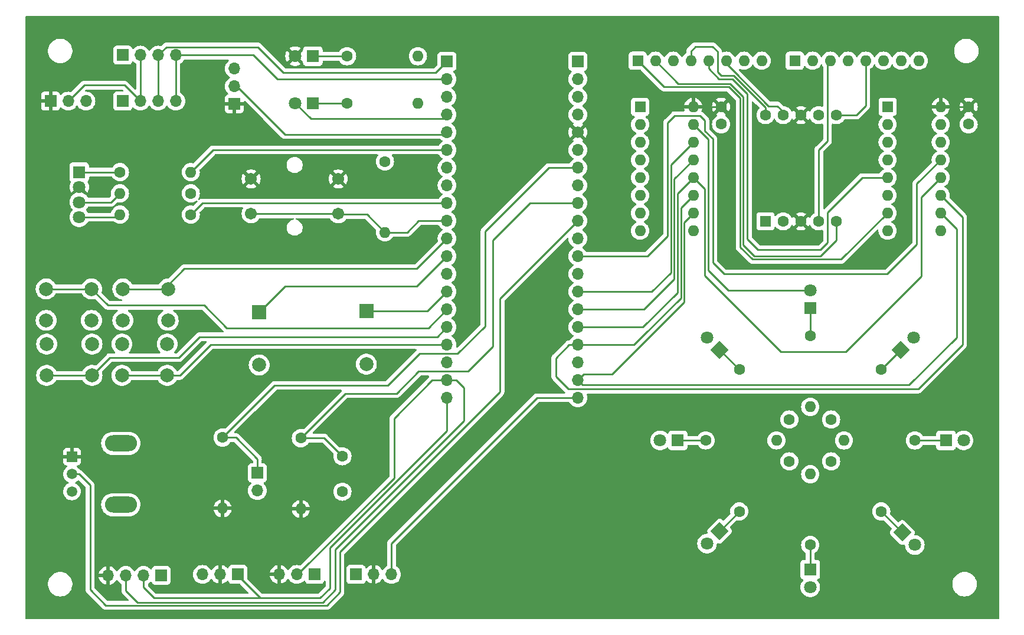
<source format=gbr>
%TF.GenerationSoftware,KiCad,Pcbnew,7.0.5*%
%TF.CreationDate,2024-09-14T15:13:57-07:00*%
%TF.ProjectId,advent_calendar,61647665-6e74-45f6-9361-6c656e646172,rev?*%
%TF.SameCoordinates,Original*%
%TF.FileFunction,Copper,L1,Top*%
%TF.FilePolarity,Positive*%
%FSLAX46Y46*%
G04 Gerber Fmt 4.6, Leading zero omitted, Abs format (unit mm)*
G04 Created by KiCad (PCBNEW 7.0.5) date 2024-09-14 15:13:57*
%MOMM*%
%LPD*%
G01*
G04 APERTURE LIST*
G04 Aperture macros list*
%AMHorizOval*
0 Thick line with rounded ends*
0 $1 width*
0 $2 $3 position (X,Y) of the first rounded end (center of the circle)*
0 $4 $5 position (X,Y) of the second rounded end (center of the circle)*
0 Add line between two ends*
20,1,$1,$2,$3,$4,$5,0*
0 Add two circle primitives to create the rounded ends*
1,1,$1,$2,$3*
1,1,$1,$4,$5*%
%AMRotRect*
0 Rectangle, with rotation*
0 The origin of the aperture is its center*
0 $1 length*
0 $2 width*
0 $3 Rotation angle, in degrees counterclockwise*
0 Add horizontal line*
21,1,$1,$2,0,0,$3*%
G04 Aperture macros list end*
%TA.AperFunction,ComponentPad*%
%ADD10C,1.707896*%
%TD*%
%TA.AperFunction,ComponentPad*%
%ADD11R,1.800000X1.800000*%
%TD*%
%TA.AperFunction,ComponentPad*%
%ADD12C,1.800000*%
%TD*%
%TA.AperFunction,ComponentPad*%
%ADD13C,1.600000*%
%TD*%
%TA.AperFunction,ComponentPad*%
%ADD14HorizOval,1.600000X0.000000X0.000000X0.000000X0.000000X0*%
%TD*%
%TA.AperFunction,ComponentPad*%
%ADD15RotRect,1.800000X1.800000X45.000000*%
%TD*%
%TA.AperFunction,ComponentPad*%
%ADD16R,2.000000X2.000000*%
%TD*%
%TA.AperFunction,ComponentPad*%
%ADD17C,2.000000*%
%TD*%
%TA.AperFunction,ComponentPad*%
%ADD18O,1.600000X1.600000*%
%TD*%
%TA.AperFunction,ComponentPad*%
%ADD19R,1.600000X1.600000*%
%TD*%
%TA.AperFunction,ComponentPad*%
%ADD20R,1.700000X1.700000*%
%TD*%
%TA.AperFunction,ComponentPad*%
%ADD21O,1.700000X1.700000*%
%TD*%
%TA.AperFunction,ComponentPad*%
%ADD22HorizOval,1.600000X0.000000X0.000000X0.000000X0.000000X0*%
%TD*%
%TA.AperFunction,ComponentPad*%
%ADD23HorizOval,1.600000X0.000000X0.000000X0.000000X0.000000X0*%
%TD*%
%TA.AperFunction,ComponentPad*%
%ADD24RotRect,1.800000X1.800000X315.000000*%
%TD*%
%TA.AperFunction,ComponentPad*%
%ADD25HorizOval,1.600000X0.000000X0.000000X0.000000X0.000000X0*%
%TD*%
%TA.AperFunction,ComponentPad*%
%ADD26RotRect,1.800000X1.800000X225.000000*%
%TD*%
%TA.AperFunction,ComponentPad*%
%ADD27R,1.508000X1.508000*%
%TD*%
%TA.AperFunction,ComponentPad*%
%ADD28C,1.508000*%
%TD*%
%TA.AperFunction,ComponentPad*%
%ADD29O,4.600000X2.300000*%
%TD*%
%TA.AperFunction,ComponentPad*%
%ADD30HorizOval,1.700000X0.000000X0.000000X0.000000X0.000000X0*%
%TD*%
%TA.AperFunction,ComponentPad*%
%ADD31RotRect,1.800000X1.800000X135.000000*%
%TD*%
%TA.AperFunction,Conductor*%
%ADD32C,0.250000*%
%TD*%
G04 APERTURE END LIST*
D10*
%TO.P,SW1,1,1*%
%TO.N,+3.3V*%
X121900000Y-64851901D03*
%TO.P,SW1,3,3*%
%TO.N,GP7*%
X121900000Y-69851901D03*
%TO.P,SW1,4,4*%
X134400000Y-69851901D03*
%TO.P,SW1,2,2*%
%TO.N,+3.3V*%
X134400000Y-64851901D03*
%TD*%
D11*
%TO.P,D9,1,K*%
%TO.N,Net-(D9-K)*%
X130790000Y-54000000D03*
D12*
%TO.P,D9,2,A*%
%TO.N,GP2*%
X128250000Y-54000000D03*
%TD*%
D13*
%TO.P,R6,1*%
%TO.N,Net-(D6-K)*%
X191925394Y-112560205D03*
D14*
%TO.P,R6,2*%
%TO.N,GND*%
X199109599Y-105376000D03*
%TD*%
D15*
%TO.P,D2,1,K*%
%TO.N,Net-(D2-K)*%
X215109599Y-89376000D03*
D12*
%TO.P,D2,2,A*%
%TO.N,Serial1*%
X216905650Y-87579949D03*
%TD*%
D16*
%TO.P,BZ2,1,-*%
%TO.N,GP9*%
X123063000Y-83957000D03*
D17*
%TO.P,BZ2,2,+*%
%TO.N,GND*%
X123063000Y-91557000D03*
%TD*%
D18*
%TO.P,RN2,8,R4.2*%
%TO.N,Net-(RN2D-R4.2)*%
X217680000Y-47900000D03*
%TO.P,RN2,7,R4.1*%
%TO.N,Net-(RN2D-R4.1)*%
X215140000Y-47900000D03*
%TO.P,RN2,6,R3.2*%
%TO.N,Net-(RN2C-R3.2)*%
X212600000Y-47900000D03*
%TO.P,RN2,5,R3.1*%
%TO.N,Net-(RN2C-R3.1)*%
X210060000Y-47900000D03*
%TO.P,RN2,4,R2.2*%
%TO.N,Net-(RN2B-R2.2)*%
X207520000Y-47900000D03*
%TO.P,RN2,3,R2.1*%
%TO.N,Net-(RN2B-R2.1)*%
X204980000Y-47900000D03*
%TO.P,RN2,2,R1.2*%
%TO.N,Net-(RN2A-R1.2)*%
X202440000Y-47900000D03*
D19*
%TO.P,RN2,1,R1.1*%
%TO.N,Net-(RN2A-R1.1)*%
X199900000Y-47900000D03*
%TD*%
D13*
%TO.P,R11,1*%
%TO.N,Net-(D11-RK)*%
X103090000Y-63881000D03*
D18*
%TO.P,R11,2*%
%TO.N,GP4*%
X113250000Y-63881000D03*
%TD*%
D19*
%TO.P,U5,1,E*%
%TO.N,Net-(RN1D-R4.1)*%
X195693705Y-70946196D03*
D13*
%TO.P,U5,2,D*%
%TO.N,Net-(RN2A-R1.1)*%
X198233705Y-70946196D03*
%TO.P,U5,3,CC*%
%TO.N,+3.3V*%
X200773705Y-70946196D03*
%TO.P,U5,4,C*%
%TO.N,Net-(RN2B-R2.1)*%
X203313705Y-70946196D03*
%TO.P,U5,5,DP*%
%TO.N,Net-(RN1A-R1.2)*%
X205853705Y-70946196D03*
%TO.P,U5,6,B*%
%TO.N,Net-(RN2C-R3.1)*%
X205853705Y-55706196D03*
%TO.P,U5,7,A*%
%TO.N,Net-(RN2D-R4.1)*%
X203313705Y-55706196D03*
%TO.P,U5,8,CC*%
%TO.N,+3.3V*%
X200773705Y-55706196D03*
%TO.P,U5,9,F*%
%TO.N,Net-(RN1C-R3.2)*%
X198233705Y-55706196D03*
%TO.P,U5,10,G*%
%TO.N,Net-(RN1B-R2.2)*%
X195693705Y-55706196D03*
%TD*%
%TO.P,R7,1*%
%TO.N,Net-(D7-K)*%
X187109599Y-102376000D03*
D18*
%TO.P,R7,2*%
%TO.N,GND*%
X197269599Y-102376000D03*
%TD*%
D13*
%TO.P,R17,1*%
%TO.N,ADC2*%
X117800000Y-101962000D03*
D18*
%TO.P,R17,2*%
%TO.N,+3.3V*%
X117800000Y-112122000D03*
%TD*%
D20*
%TO.P,J9,1,Pin_1*%
%TO.N,GND*%
X103480000Y-47100000D03*
D21*
%TO.P,J9,2,Pin_2*%
%TO.N,Net-(J6-Pin_2)*%
X106020000Y-47100000D03*
%TO.P,J9,3,Pin_3*%
%TO.N,SDA0*%
X108560000Y-47100000D03*
%TO.P,J9,4,Pin_4*%
%TO.N,SCL0*%
X111100000Y-47100000D03*
%TD*%
D17*
%TO.P,SW2,1*%
%TO.N,GP11*%
X92500000Y-80645000D03*
X99000000Y-80645000D03*
%TO.P,SW2,2*%
%TO.N,GND*%
X92500000Y-85145000D03*
X99000000Y-85145000D03*
%TD*%
D11*
%TO.P,D1,1,K*%
%TO.N,Net-(D1-K)*%
X202109599Y-83376000D03*
D12*
%TO.P,D1,2,A*%
%TO.N,Serial0*%
X202109599Y-80836000D03*
%TD*%
D13*
%TO.P,R4,1*%
%TO.N,Net-(D4-K)*%
X212293804Y-112560205D03*
D22*
%TO.P,R4,2*%
%TO.N,GND*%
X205109599Y-105376000D03*
%TD*%
D11*
%TO.P,D10,1,K*%
%TO.N,Net-(D10-K)*%
X130750000Y-47250000D03*
D12*
%TO.P,D10,2,A*%
%TO.N,+3.3V*%
X128210000Y-47250000D03*
%TD*%
D20*
%TO.P,J3,1,Pin_1*%
%TO.N,GND*%
X109000000Y-121750000D03*
D21*
%TO.P,J3,2,Pin_2*%
%TO.N,GP15*%
X106460000Y-121750000D03*
%TO.P,J3,3,Pin_3*%
%TO.N,GP14*%
X103920000Y-121750000D03*
%TO.P,J3,4,Pin_4*%
%TO.N,+3.3V*%
X101380000Y-121750000D03*
%TD*%
D13*
%TO.P,R12,1*%
%TO.N,GP5*%
X113250000Y-66929000D03*
D18*
%TO.P,R12,2*%
%TO.N,Net-(D11-Pad3)*%
X103090000Y-66929000D03*
%TD*%
D20*
%TO.P,J1,1,Pin_1*%
%TO.N,SDA0*%
X150000000Y-48000000D03*
D21*
%TO.P,J1,2,Pin_2*%
%TO.N,SCL0*%
X150000000Y-50540000D03*
%TO.P,J1,3,Pin_3*%
%TO.N,GND*%
X150000000Y-53080000D03*
%TO.P,J1,4,Pin_4*%
%TO.N,GP2*%
X150000000Y-55620000D03*
%TO.P,J1,5,Pin_5*%
%TO.N,GP3*%
X150000000Y-58160000D03*
%TO.P,J1,6,Pin_6*%
%TO.N,GP4*%
X150000000Y-60700000D03*
%TO.P,J1,7,Pin_7*%
%TO.N,GP5*%
X150000000Y-63240000D03*
%TO.P,J1,8,Pin_8*%
%TO.N,GND*%
X150000000Y-65780000D03*
%TO.P,J1,9,Pin_9*%
%TO.N,GP6*%
X150000000Y-68320000D03*
%TO.P,J1,10,Pin_10*%
%TO.N,GP7*%
X150000000Y-70860000D03*
%TO.P,J1,11,Pin_11*%
%TO.N,GP8*%
X150000000Y-73400000D03*
%TO.P,J1,12,Pin_12*%
%TO.N,GP9*%
X150000000Y-75940000D03*
%TO.P,J1,13,Pin_13*%
%TO.N,GND*%
X150000000Y-78480000D03*
%TO.P,J1,14,Pin_14*%
%TO.N,GP10*%
X150000000Y-81020000D03*
%TO.P,J1,15,Pin_15*%
%TO.N,GP11*%
X150000000Y-83560000D03*
%TO.P,J1,16,Pin_16*%
%TO.N,GP12*%
X150000000Y-86100000D03*
%TO.P,J1,17,Pin_17*%
%TO.N,GP13*%
X150000000Y-88640000D03*
%TO.P,J1,18,Pin_18*%
%TO.N,GND*%
X150000000Y-91180000D03*
%TO.P,J1,19,Pin_19*%
%TO.N,GP14*%
X150000000Y-93720000D03*
%TO.P,J1,20,Pin_20*%
%TO.N,GP15*%
X150000000Y-96260000D03*
%TD*%
%TO.P,J8,3,Pin_3*%
%TO.N,+5V*%
X98200000Y-53700000D03*
%TO.P,J8,2,Pin_2*%
%TO.N,Net-(J6-Pin_2)*%
X95660000Y-53700000D03*
D20*
%TO.P,J8,1,Pin_1*%
%TO.N,+3.3V*%
X93120000Y-53700000D03*
%TD*%
D18*
%TO.P,RN1,8,R4.2*%
%TO.N,Net-(RN1D-R4.2)*%
X195140000Y-47900000D03*
%TO.P,RN1,7,R4.1*%
%TO.N,Net-(RN1D-R4.1)*%
X192600000Y-47900000D03*
%TO.P,RN1,6,R3.2*%
%TO.N,Net-(RN1C-R3.2)*%
X190060000Y-47900000D03*
%TO.P,RN1,5,R3.1*%
%TO.N,Net-(RN1C-R3.1)*%
X187520000Y-47900000D03*
%TO.P,RN1,4,R2.2*%
%TO.N,Net-(RN1B-R2.2)*%
X184980000Y-47900000D03*
%TO.P,RN1,3,R2.1*%
%TO.N,Net-(RN1B-R2.1)*%
X182440000Y-47900000D03*
%TO.P,RN1,2,R1.2*%
%TO.N,Net-(RN1A-R1.2)*%
X179900000Y-47900000D03*
D19*
%TO.P,RN1,1,R1.1*%
%TO.N,Net-(RN1A-R1.1)*%
X177360000Y-47900000D03*
%TD*%
D18*
%TO.P,R10,2*%
%TO.N,GND*%
X145830000Y-47250000D03*
D13*
%TO.P,R10,1*%
%TO.N,Net-(D10-K)*%
X135670000Y-47250000D03*
%TD*%
D20*
%TO.P,J5,1,Pin_1*%
%TO.N,GND*%
X136950000Y-121600000D03*
D21*
%TO.P,J5,2,Pin_2*%
%TO.N,+3.3V*%
X139490000Y-121600000D03*
%TO.P,J5,3,Pin_3*%
%TO.N,GP16*%
X142030000Y-121600000D03*
%TD*%
D13*
%TO.P,R8,1*%
%TO.N,Net-(D8-K)*%
X191925394Y-92191795D03*
D23*
%TO.P,R8,2*%
%TO.N,GND*%
X199109599Y-99376000D03*
%TD*%
D21*
%TO.P,TH1,2*%
%TO.N,GND*%
X122800000Y-109582000D03*
D20*
%TO.P,TH1,1*%
%TO.N,ADC2*%
X122800000Y-107042000D03*
%TD*%
D24*
%TO.P,D4,1,K*%
%TO.N,Net-(D4-K)*%
X215313548Y-115579949D03*
D12*
%TO.P,D4,2,A*%
%TO.N,Serial3*%
X217109599Y-117376000D03*
%TD*%
D13*
%TO.P,C1,1*%
%TO.N,+3.3V*%
X189323000Y-54510000D03*
%TO.P,C1,2*%
%TO.N,GND*%
X189323000Y-57010000D03*
%TD*%
D20*
%TO.P,J6,1,Pin_1*%
%TO.N,GND*%
X103480000Y-53700000D03*
D21*
%TO.P,J6,2,Pin_2*%
%TO.N,Net-(J6-Pin_2)*%
X106020000Y-53700000D03*
%TO.P,J6,3,Pin_3*%
%TO.N,SDA0*%
X108560000Y-53700000D03*
%TO.P,J6,4,Pin_4*%
%TO.N,SCL0*%
X111100000Y-53700000D03*
%TD*%
D20*
%TO.P,J4,1,Pin_1*%
%TO.N,GND*%
X131000000Y-121600000D03*
D21*
%TO.P,J4,2,Pin_2*%
%TO.N,GP14*%
X128460000Y-121600000D03*
%TO.P,J4,3,Pin_3*%
%TO.N,+3.3V*%
X125920000Y-121600000D03*
%TD*%
D18*
%TO.P,U1,16,VCC*%
%TO.N,+3.3V*%
X185323000Y-54510000D03*
%TO.P,U1,15,QA*%
%TO.N,Serial0*%
X185323000Y-57050000D03*
%TO.P,U1,14,SER*%
%TO.N,GP21*%
X185323000Y-59590000D03*
%TO.P,U1,13,~{OE}*%
%TO.N,GP20*%
X185323000Y-62130000D03*
%TO.P,U1,12,RCLK*%
%TO.N,GP19*%
X185323000Y-64670000D03*
%TO.P,U1,11,SRCLK*%
%TO.N,GP18*%
X185323000Y-67210000D03*
%TO.P,U1,10,~{SRCLR}*%
%TO.N,GP17*%
X185323000Y-69750000D03*
%TO.P,U1,9,QH'*%
%TO.N,unconnected-(U1-QH'-Pad9)*%
X185323000Y-72290000D03*
%TO.P,U1,8,GND*%
%TO.N,GND*%
X177703000Y-72290000D03*
%TO.P,U1,7,QH*%
%TO.N,Serial7*%
X177703000Y-69750000D03*
%TO.P,U1,6,QG*%
%TO.N,Serial6*%
X177703000Y-67210000D03*
%TO.P,U1,5,QF*%
%TO.N,Serial5*%
X177703000Y-64670000D03*
%TO.P,U1,4,QE*%
%TO.N,Serial4*%
X177703000Y-62130000D03*
%TO.P,U1,3,QD*%
%TO.N,Serial3*%
X177703000Y-59590000D03*
%TO.P,U1,2,QC*%
%TO.N,Serial2*%
X177703000Y-57050000D03*
D19*
%TO.P,U1,1,QB*%
%TO.N,Serial1*%
X177703000Y-54510000D03*
%TD*%
D13*
%TO.P,R2,1*%
%TO.N,Net-(D2-K)*%
X212293804Y-92191795D03*
D25*
%TO.P,R2,2*%
%TO.N,GND*%
X205109599Y-99376000D03*
%TD*%
D11*
%TO.P,D7,1,K*%
%TO.N,Net-(D7-K)*%
X183109599Y-102376000D03*
D12*
%TO.P,D7,2,A*%
%TO.N,Serial6*%
X180569599Y-102376000D03*
%TD*%
D13*
%TO.P,R13,1*%
%TO.N,GP6*%
X113250000Y-69977000D03*
D18*
%TO.P,R13,2*%
%TO.N,Net-(D11-Pad4)*%
X103090000Y-69977000D03*
%TD*%
D13*
%TO.P,R5,1*%
%TO.N,Net-(D5-K)*%
X202109599Y-117376000D03*
D18*
%TO.P,R5,2*%
%TO.N,GND*%
X202109599Y-107216000D03*
%TD*%
D17*
%TO.P,SW5,1*%
%TO.N,GP13*%
X109870000Y-93055000D03*
X103370000Y-93055000D03*
%TO.P,SW5,2*%
%TO.N,GND*%
X109870000Y-88555000D03*
X103370000Y-88555000D03*
%TD*%
D26*
%TO.P,D6,1,K*%
%TO.N,Net-(D6-K)*%
X189109599Y-115376000D03*
D12*
%TO.P,D6,2,A*%
%TO.N,Serial5*%
X187313548Y-117172051D03*
%TD*%
D20*
%TO.P,SW6,1,A*%
%TO.N,+3.3V*%
X119500000Y-54102000D03*
D21*
%TO.P,SW6,2,B*%
%TO.N,GP3*%
X119500000Y-51562000D03*
%TO.P,SW6,3,C*%
%TO.N,unconnected-(SW6-C-Pad3)*%
X119500000Y-49022000D03*
%TD*%
D18*
%TO.P,U2,16,VCC*%
%TO.N,+3.3V*%
X220823705Y-54510000D03*
%TO.P,U2,15,QA*%
%TO.N,Net-(RN2D-R4.2)*%
X220823705Y-57050000D03*
%TO.P,U2,14,SER*%
%TO.N,Serial7*%
X220823705Y-59590000D03*
%TO.P,U2,13,~{OE}*%
%TO.N,GP22*%
X220823705Y-62130000D03*
%TO.P,U2,12,RCLK*%
%TO.N,GP19*%
X220823705Y-64670000D03*
%TO.P,U2,11,SRCLK*%
%TO.N,GP18*%
X220823705Y-67210000D03*
%TO.P,U2,10,~{SRCLR}*%
%TO.N,GP17*%
X220823705Y-69750000D03*
%TO.P,U2,9,QH'*%
%TO.N,unconnected-(U2-QH'-Pad9)*%
X220823705Y-72290000D03*
%TO.P,U2,8,GND*%
%TO.N,GND*%
X213203705Y-72290000D03*
%TO.P,U2,7,QH*%
%TO.N,Net-(RN1A-R1.1)*%
X213203705Y-69750000D03*
%TO.P,U2,6,QG*%
%TO.N,Net-(RN1B-R2.1)*%
X213203705Y-67210000D03*
%TO.P,U2,5,QF*%
%TO.N,Net-(RN1C-R3.1)*%
X213203705Y-64670000D03*
%TO.P,U2,4,QE*%
%TO.N,Net-(RN1D-R4.2)*%
X213203705Y-62130000D03*
%TO.P,U2,3,QD*%
%TO.N,Net-(RN2A-R1.2)*%
X213203705Y-59590000D03*
%TO.P,U2,2,QC*%
%TO.N,Net-(RN2B-R2.2)*%
X213203705Y-57050000D03*
D19*
%TO.P,U2,1,QB*%
%TO.N,Net-(RN2C-R3.2)*%
X213203705Y-54510000D03*
%TD*%
D27*
%TO.P,R18,1*%
%TO.N,+3.3V*%
X96200000Y-104700000D03*
D28*
%TO.P,R18,2*%
%TO.N,ADC0*%
X96200000Y-107200000D03*
%TO.P,R18,3*%
%TO.N,GND*%
X96200000Y-109700000D03*
D29*
%TO.P,R18,S1*%
%TO.N,N/C*%
X103200000Y-102800000D03*
%TO.P,R18,S2*%
X103200000Y-111600000D03*
%TD*%
D16*
%TO.P,BZ1,1,-*%
%TO.N,GP10*%
X138430000Y-83830000D03*
D17*
%TO.P,BZ1,2,+*%
%TO.N,GND*%
X138430000Y-91430000D03*
%TD*%
D13*
%TO.P,R16,1*%
%TO.N,ADC1*%
X129031000Y-102042000D03*
D18*
%TO.P,R16,2*%
%TO.N,+3.3V*%
X129031000Y-112202000D03*
%TD*%
D13*
%TO.P,R14,1*%
%TO.N,GND*%
X141097000Y-62357000D03*
D18*
%TO.P,R14,2*%
%TO.N,GP7*%
X141097000Y-72517000D03*
%TD*%
D20*
%TO.P,J7,1,Pin_1*%
%TO.N,GP15*%
X120000000Y-121600000D03*
D21*
%TO.P,J7,2,Pin_2*%
%TO.N,+3.3V*%
X117460000Y-121600000D03*
%TO.P,J7,3,Pin_3*%
%TO.N,GND*%
X114920000Y-121600000D03*
%TD*%
D11*
%TO.P,D3,1,K*%
%TO.N,Net-(D3-K)*%
X221569599Y-102376000D03*
D12*
%TO.P,D3,2,A*%
%TO.N,Serial2*%
X224109599Y-102376000D03*
%TD*%
D13*
%TO.P,R1,1*%
%TO.N,Net-(D1-K)*%
X202110000Y-87400000D03*
D18*
%TO.P,R1,2*%
%TO.N,GND*%
X202110000Y-97560000D03*
%TD*%
D13*
%TO.P,R3,1*%
%TO.N,Net-(D3-K)*%
X217109599Y-102376000D03*
D18*
%TO.P,R3,2*%
%TO.N,GND*%
X206949599Y-102376000D03*
%TD*%
D11*
%TO.P,D5,1,K*%
%TO.N,Net-(D5-K)*%
X202110000Y-120900000D03*
D12*
%TO.P,D5,2,A*%
%TO.N,Serial4*%
X202110000Y-123440000D03*
%TD*%
D13*
%TO.P,R9,1*%
%TO.N,Net-(D9-K)*%
X135670000Y-54000000D03*
D18*
%TO.P,R9,2*%
%TO.N,GND*%
X145830000Y-54000000D03*
%TD*%
D17*
%TO.P,SW4,1*%
%TO.N,GP12*%
X99075000Y-93055000D03*
X92575000Y-93055000D03*
%TO.P,SW4,2*%
%TO.N,GND*%
X99075000Y-88555000D03*
X92575000Y-88555000D03*
%TD*%
D13*
%TO.P,R15,1*%
%TO.N,ADC1*%
X135000000Y-104648000D03*
%TO.P,R15,2*%
%TO.N,GND*%
X135000000Y-109728000D03*
%TD*%
D20*
%TO.P,J2,1,Pin_1*%
%TO.N,+5V*%
X168780000Y-48000000D03*
D21*
%TO.P,J2,2,Pin_2*%
%TO.N,V_IN*%
X168780000Y-50540000D03*
%TO.P,J2,3,Pin_3*%
%TO.N,GND*%
X168780000Y-53080000D03*
%TO.P,J2,4,Pin_4*%
%TO.N,3V3EN*%
X168780000Y-55620000D03*
D30*
%TO.P,J2,5,Pin_5*%
%TO.N,+3.3V*%
X168780000Y-58160000D03*
D21*
%TO.P,J2,6,Pin_6*%
%TO.N,ADC_VREF*%
X168780000Y-60700000D03*
%TO.P,J2,7,Pin_7*%
%TO.N,ADC2*%
X168780000Y-63240000D03*
%TO.P,J2,8,Pin_8*%
%TO.N,GND*%
X168780000Y-65780000D03*
%TO.P,J2,9,Pin_9*%
%TO.N,ADC1*%
X168780000Y-68320000D03*
%TO.P,J2,10,Pin_10*%
%TO.N,ADC0*%
X168780000Y-70860000D03*
%TO.P,J2,11,Pin_11*%
%TO.N,RUN*%
X168780000Y-73400000D03*
%TO.P,J2,12,Pin_12*%
%TO.N,GP22*%
X168780000Y-75940000D03*
%TO.P,J2,13,Pin_13*%
%TO.N,GND*%
X168780000Y-78480000D03*
%TO.P,J2,14,Pin_14*%
%TO.N,GP21*%
X168780000Y-81020000D03*
%TO.P,J2,15,Pin_15*%
%TO.N,GP20*%
X168780000Y-83560000D03*
%TO.P,J2,16,Pin_16*%
%TO.N,GP19*%
X168780000Y-86100000D03*
%TO.P,J2,17,Pin_17*%
%TO.N,GP18*%
X168780000Y-88640000D03*
%TO.P,J2,18,Pin_18*%
%TO.N,GND*%
X168780000Y-91180000D03*
%TO.P,J2,19,Pin_19*%
%TO.N,GP17*%
X168780000Y-93720000D03*
%TO.P,J2,20,Pin_20*%
%TO.N,GP16*%
X168780000Y-96260000D03*
%TD*%
D31*
%TO.P,D8,1,K*%
%TO.N,Net-(D8-K)*%
X189109599Y-89376000D03*
D12*
%TO.P,D8,2,A*%
%TO.N,Serial7*%
X187313548Y-87579949D03*
%TD*%
D17*
%TO.P,SW3,1*%
%TO.N,GP8*%
X103500000Y-80645000D03*
X110000000Y-80645000D03*
%TO.P,SW3,2*%
%TO.N,GND*%
X103500000Y-85145000D03*
X110000000Y-85145000D03*
%TD*%
D11*
%TO.P,D11,1,RK*%
%TO.N,Net-(D11-RK)*%
X97248000Y-63881000D03*
D12*
%TO.P,D11,2,2*%
%TO.N,+3.3V*%
X97248000Y-66040000D03*
%TO.P,D11,3,3*%
%TO.N,Net-(D11-Pad3)*%
X97248000Y-68199000D03*
%TO.P,D11,4,4*%
%TO.N,Net-(D11-Pad4)*%
X97248000Y-70358000D03*
%TD*%
D13*
%TO.P,C2,2*%
%TO.N,+3.3V*%
X224823705Y-54510000D03*
%TO.P,C2,1*%
%TO.N,GND*%
X224823705Y-57010000D03*
%TD*%
D32*
%TO.N,Net-(RN1C-R3.1)*%
X187520000Y-49031370D02*
X187520000Y-47900000D01*
X188988630Y-50500000D02*
X187520000Y-49031370D01*
X190963604Y-50500000D02*
X188988630Y-50500000D01*
X193100000Y-73500000D02*
X193100000Y-52636396D01*
X193100000Y-52636396D02*
X190963604Y-50500000D01*
X203600000Y-75000000D02*
X194600000Y-75000000D01*
X194600000Y-75000000D02*
X193100000Y-73500000D01*
X204570000Y-69650000D02*
X204570000Y-74030000D01*
X209550000Y-64670000D02*
X204570000Y-69650000D01*
X204570000Y-74030000D02*
X203600000Y-75000000D01*
X213203705Y-64670000D02*
X209550000Y-64670000D01*
%TO.N,Net-(RN1A-R1.1)*%
X206553705Y-76400000D02*
X206100000Y-76400000D01*
X213203705Y-69750000D02*
X206553705Y-76400000D01*
X193820000Y-76400000D02*
X206100000Y-76400000D01*
%TO.N,GP17*%
X216299000Y-94400000D02*
X169460000Y-94400000D01*
X223102009Y-87596991D02*
X216299000Y-94400000D01*
X223102009Y-72028304D02*
X223102009Y-87596991D01*
X169460000Y-94400000D02*
X168780000Y-93720000D01*
X220823705Y-69750000D02*
X223102009Y-72028304D01*
%TO.N,GP18*%
X165608000Y-93218000D02*
X165608000Y-90551000D01*
X167390000Y-95000000D02*
X165608000Y-93218000D01*
X223931000Y-88673000D02*
X217604000Y-95000000D01*
X165608000Y-90551000D02*
X167519000Y-88640000D01*
X223931000Y-70317295D02*
X223931000Y-88673000D01*
X217604000Y-95000000D02*
X167390000Y-95000000D01*
X167519000Y-88640000D02*
X168780000Y-88640000D01*
X220823705Y-67210000D02*
X223931000Y-70317295D01*
%TO.N,GP19*%
X186974000Y-78767000D02*
X186974000Y-66321000D01*
X186974000Y-66321000D02*
X185323000Y-64670000D01*
X207167000Y-89689000D02*
X197896000Y-89689000D01*
X218000000Y-67493705D02*
X218000000Y-78856000D01*
X218000000Y-78856000D02*
X207167000Y-89689000D01*
X220823705Y-64670000D02*
X218000000Y-67493705D01*
X197896000Y-89689000D02*
X186974000Y-78767000D01*
%TO.N,GP22*%
X181640000Y-73052000D02*
X178752000Y-75940000D01*
X181640000Y-56796000D02*
X181640000Y-73052000D01*
X182656000Y-55780000D02*
X181640000Y-56796000D01*
X186280000Y-55780000D02*
X182656000Y-55780000D01*
X178752000Y-75940000D02*
X168780000Y-75940000D01*
X187000000Y-56500000D02*
X186280000Y-55780000D01*
X188117000Y-59117000D02*
X187000000Y-58000000D01*
X217400000Y-74249000D02*
X213136000Y-78513000D01*
X187000000Y-58000000D02*
X187000000Y-56500000D01*
X213136000Y-78513000D02*
X189768000Y-78513000D01*
X188117000Y-76862000D02*
X188117000Y-59117000D01*
X217400000Y-65553705D02*
X217400000Y-74249000D01*
X220823705Y-62130000D02*
X217400000Y-65553705D01*
X189768000Y-78513000D02*
X188117000Y-76862000D01*
%TO.N,Net-(RN1A-R1.2)*%
X192500000Y-74330000D02*
X192500000Y-53100000D01*
X190600000Y-51200000D02*
X183200000Y-51200000D01*
X194070000Y-75900000D02*
X192500000Y-74330000D01*
X192500000Y-53100000D02*
X190600000Y-51200000D01*
X203600000Y-75900000D02*
X194070000Y-75900000D01*
X205853705Y-73646295D02*
X203600000Y-75900000D01*
X183200000Y-51200000D02*
X179900000Y-47900000D01*
X205853705Y-70946196D02*
X205853705Y-73646295D01*
%TO.N,Net-(RN1C-R3.2)*%
X190060000Y-47900000D02*
X190060000Y-48360000D01*
X190060000Y-48360000D02*
X191250000Y-49550000D01*
X198233705Y-55233705D02*
X198233705Y-55706196D01*
X196143705Y-54407309D02*
X197407309Y-54407309D01*
X191250000Y-49550000D02*
X191286396Y-49550000D01*
X191286396Y-49550000D02*
X196143705Y-54407309D01*
X197407309Y-54407309D02*
X198233705Y-55233705D01*
%TO.N,+3.3V*%
X224823705Y-54510000D02*
X220823705Y-54510000D01*
%TO.N,Net-(D1-K)*%
X202109599Y-83376000D02*
X202109599Y-87376000D01*
%TO.N,Serial0*%
X185323000Y-57050000D02*
X187482000Y-59209000D01*
X187482000Y-59209000D02*
X187482000Y-78005000D01*
X190313000Y-80836000D02*
X202109599Y-80836000D01*
X187482000Y-78005000D02*
X190313000Y-80836000D01*
%TO.N,Net-(D2-K)*%
X212293804Y-92191795D02*
X215109599Y-89376000D01*
%TO.N,Net-(D3-K)*%
X217109599Y-102376000D02*
X221569599Y-102376000D01*
%TO.N,Net-(D4-K)*%
X212293804Y-112560205D02*
X215313548Y-115579949D01*
%TO.N,Net-(D5-K)*%
X202109599Y-120836000D02*
X202109599Y-117376000D01*
%TO.N,Net-(D6-K)*%
X189109599Y-115376000D02*
X191925394Y-112560205D01*
%TO.N,Net-(D7-K)*%
X183109599Y-102376000D02*
X187109599Y-102376000D01*
%TO.N,Net-(D8-K)*%
X189109599Y-89376000D02*
X191925394Y-92191795D01*
%TO.N,SDA0*%
X126536396Y-49600000D02*
X122861396Y-45925000D01*
X150000000Y-48000000D02*
X148400000Y-49600000D01*
X148400000Y-49600000D02*
X126536396Y-49600000D01*
X109735000Y-45925000D02*
X108560000Y-47100000D01*
X122861396Y-45925000D02*
X109735000Y-45925000D01*
X108560000Y-47100000D02*
X108560000Y-53700000D01*
%TO.N,SCL0*%
X150000000Y-50540000D02*
X125640000Y-50540000D01*
X111100000Y-47100000D02*
X122200000Y-47100000D01*
X111100000Y-47100000D02*
X111100000Y-53700000D01*
X125640000Y-50540000D02*
X122200000Y-47100000D01*
%TO.N,GP2*%
X150000000Y-55620000D02*
X149370000Y-56250000D01*
X149370000Y-56250000D02*
X130500000Y-56250000D01*
X130500000Y-56250000D02*
X128250000Y-54000000D01*
%TO.N,GP3*%
X150000000Y-58160000D02*
X149660000Y-58500000D01*
X149660000Y-58500000D02*
X126750000Y-58500000D01*
X119812000Y-51562000D02*
X119500000Y-51562000D01*
X126750000Y-58500000D02*
X119812000Y-51562000D01*
%TO.N,GP4*%
X113250000Y-63881000D02*
X116431000Y-60700000D01*
X150000000Y-60700000D02*
X116431000Y-60700000D01*
%TO.N,GP6*%
X114907000Y-68320000D02*
X150000000Y-68320000D01*
X113250000Y-69977000D02*
X114907000Y-68320000D01*
%TO.N,GP7*%
X134383000Y-69937000D02*
X138517000Y-69937000D01*
X144272000Y-72517000D02*
X145929000Y-70860000D01*
X145929000Y-70860000D02*
X150000000Y-70860000D01*
X134400000Y-69851901D02*
X121900000Y-69851901D01*
X138517000Y-69937000D02*
X141097000Y-72517000D01*
X141097000Y-72517000D02*
X144272000Y-72517000D01*
%TO.N,GP8*%
X103500000Y-80645000D02*
X110000000Y-80645000D01*
X145650000Y-77750000D02*
X150000000Y-73400000D01*
X112320000Y-77750000D02*
X145650000Y-77750000D01*
X109425000Y-80645000D02*
X112320000Y-77750000D01*
%TO.N,GP9*%
X145676000Y-80264000D02*
X150000000Y-75940000D01*
X126756000Y-80264000D02*
X145676000Y-80264000D01*
X123063000Y-83957000D02*
X126756000Y-80264000D01*
%TO.N,GP10*%
X138430000Y-83830000D02*
X147190000Y-83830000D01*
X147190000Y-83830000D02*
X150000000Y-81020000D01*
%TO.N,GP11*%
X147327000Y-86233000D02*
X150000000Y-83560000D01*
X101355000Y-83000000D02*
X114250000Y-83000000D01*
X115131000Y-83000000D02*
X118364000Y-86233000D01*
X92500000Y-80645000D02*
X99000000Y-80645000D01*
X114250000Y-83000000D02*
X115131000Y-83000000D01*
X99000000Y-80645000D02*
X101355000Y-83000000D01*
X118364000Y-86233000D02*
X147327000Y-86233000D01*
%TO.N,GP12*%
X101630000Y-90500000D02*
X111500000Y-90500000D01*
X99075000Y-93055000D02*
X92575000Y-93055000D01*
X99075000Y-93055000D02*
X101630000Y-90500000D01*
X148600000Y-87500000D02*
X150000000Y-86100000D01*
X111500000Y-90500000D02*
X114500000Y-87500000D01*
X114500000Y-87500000D02*
X148600000Y-87500000D01*
%TO.N,GP13*%
X109295000Y-93055000D02*
X111669000Y-93055000D01*
X103370000Y-93055000D02*
X109870000Y-93055000D01*
X111669000Y-93055000D02*
X116084000Y-88640000D01*
X150000000Y-88640000D02*
X116084000Y-88640000D01*
%TO.N,+3.3V*%
X185323000Y-54510000D02*
X189323000Y-54510000D01*
X225198696Y-54898696D02*
X225200000Y-54900000D01*
%TO.N,ADC2*%
X151511000Y-89916000D02*
X146050000Y-89916000D01*
X164598000Y-63240000D02*
X155448000Y-72390000D01*
X125274000Y-94488000D02*
X117800000Y-101962000D01*
X155448000Y-72390000D02*
X155448000Y-85979000D01*
X122800000Y-105042000D02*
X122800000Y-107042000D01*
X117800000Y-101962000D02*
X119720000Y-101962000D01*
X141478000Y-94488000D02*
X125274000Y-94488000D01*
X119720000Y-101962000D02*
X122800000Y-105042000D01*
X155448000Y-85979000D02*
X151511000Y-89916000D01*
X146050000Y-89916000D02*
X141478000Y-94488000D01*
X168780000Y-63240000D02*
X164598000Y-63240000D01*
%TO.N,ADC1*%
X132394000Y-102042000D02*
X135000000Y-104648000D01*
X135442000Y-95631000D02*
X142748000Y-95631000D01*
X153035000Y-92456000D02*
X156600000Y-88891000D01*
X156600000Y-73651000D02*
X161931000Y-68320000D01*
X129031000Y-102042000D02*
X135442000Y-95631000D01*
X129031000Y-102042000D02*
X132394000Y-102042000D01*
X145923000Y-92456000D02*
X153035000Y-92456000D01*
X142748000Y-95631000D02*
X145923000Y-92456000D01*
X161931000Y-68320000D02*
X168780000Y-68320000D01*
X156600000Y-88891000D02*
X156600000Y-73651000D01*
%TO.N,ADC0*%
X132750000Y-126050000D02*
X134650000Y-124150000D01*
X98800000Y-123800000D02*
X101050000Y-126050000D01*
X101050000Y-126050000D02*
X132750000Y-126050000D01*
X134650000Y-124150000D02*
X134650000Y-118350000D01*
X98800000Y-108800000D02*
X98800000Y-123800000D01*
X157600000Y-82040000D02*
X168780000Y-70860000D01*
X97200000Y-107200000D02*
X98800000Y-108800000D01*
X134650000Y-118350000D02*
X157600000Y-95400000D01*
X96200000Y-107200000D02*
X97200000Y-107200000D01*
X157600000Y-95400000D02*
X157600000Y-82040000D01*
%TO.N,GP21*%
X179387000Y-81020000D02*
X182137000Y-78270000D01*
X168780000Y-81020000D02*
X179387000Y-81020000D01*
X182137000Y-62776000D02*
X182137000Y-78270000D01*
X185323000Y-59590000D02*
X182137000Y-62776000D01*
%TO.N,GP20*%
X185323000Y-62130000D02*
X182587000Y-64866000D01*
X168780000Y-83560000D02*
X178240000Y-83560000D01*
X182587000Y-64866000D02*
X182587000Y-79213000D01*
X178240000Y-83560000D02*
X182587000Y-79213000D01*
%TO.N,GP19*%
X168780000Y-86100000D02*
X178117000Y-86100000D01*
X183037000Y-66956000D02*
X183037000Y-81180000D01*
X185323000Y-64670000D02*
X183037000Y-66956000D01*
X178117000Y-86100000D02*
X183037000Y-81180000D01*
%TO.N,GP18*%
X176847000Y-88640000D02*
X178193500Y-87293500D01*
X185323000Y-67210000D02*
X183539500Y-68993500D01*
X168780000Y-88640000D02*
X176847000Y-88640000D01*
X183539500Y-68993500D02*
X183539500Y-81947500D01*
X220823705Y-67598696D02*
X220890696Y-67598696D01*
X183539500Y-81947500D02*
X178193500Y-87293500D01*
%TO.N,GP17*%
X183989500Y-71083500D02*
X183989500Y-82513500D01*
X183989500Y-82513500D02*
X173639000Y-92864000D01*
X185323000Y-69750000D02*
X183989500Y-71083500D01*
X169636000Y-92864000D02*
X168780000Y-93720000D01*
X173639000Y-92864000D02*
X169636000Y-92864000D01*
%TO.N,GP16*%
X142030000Y-117130000D02*
X162900000Y-96260000D01*
X142030000Y-121600000D02*
X142030000Y-117130000D01*
X162900000Y-96260000D02*
X168780000Y-96260000D01*
%TO.N,GP14*%
X142400000Y-107740000D02*
X128540000Y-121600000D01*
X134000000Y-123800000D02*
X134000000Y-118000000D01*
X132200000Y-125600000D02*
X134000000Y-123800000D01*
X152400000Y-99600000D02*
X152400000Y-94800000D01*
X152400000Y-94800000D02*
X151320000Y-93720000D01*
X150000000Y-93720000D02*
X147880000Y-93720000D01*
X142400000Y-99200000D02*
X142400000Y-107740000D01*
X103920000Y-123920000D02*
X105600000Y-125600000D01*
X147880000Y-93720000D02*
X142400000Y-99200000D01*
X103920000Y-121750000D02*
X103920000Y-123920000D01*
X134000000Y-118000000D02*
X152400000Y-99600000D01*
X151320000Y-93720000D02*
X150000000Y-93720000D01*
X105600000Y-125600000D02*
X132200000Y-125600000D01*
%TO.N,GP15*%
X133200000Y-123600000D02*
X133200000Y-117800000D01*
X133200000Y-117800000D02*
X150000000Y-101000000D01*
X106460000Y-121496000D02*
X106460000Y-123460000D01*
X124150000Y-125000000D02*
X126200000Y-125000000D01*
X108000000Y-125000000D02*
X126200000Y-125000000D01*
X150000000Y-101000000D02*
X150000000Y-96260000D01*
X123250000Y-125000000D02*
X124150000Y-125000000D01*
X106460000Y-123460000D02*
X108000000Y-125000000D01*
X126200000Y-125000000D02*
X131800000Y-125000000D01*
X131800000Y-125000000D02*
X133200000Y-123600000D01*
X120000000Y-121750000D02*
X123250000Y-125000000D01*
%TO.N,Net-(D9-K)*%
X135670000Y-54000000D02*
X130790000Y-54000000D01*
%TO.N,Net-(D10-K)*%
X130750000Y-47250000D02*
X135670000Y-47250000D01*
%TO.N,Net-(D11-RK)*%
X97248000Y-63881000D02*
X103090000Y-63881000D01*
%TO.N,Net-(D11-Pad4)*%
X97248000Y-70358000D02*
X102709000Y-70358000D01*
X102709000Y-70358000D02*
X103090000Y-69977000D01*
%TO.N,Net-(D11-Pad3)*%
X97248000Y-68199000D02*
X101820000Y-68199000D01*
X101820000Y-68199000D02*
X103090000Y-66929000D01*
%TO.N,Net-(J6-Pin_2)*%
X106000000Y-53700000D02*
X103700000Y-51400000D01*
X106020000Y-53700000D02*
X106000000Y-53700000D01*
X106020000Y-47100000D02*
X106020000Y-53700000D01*
X103700000Y-51400000D02*
X97960000Y-51400000D01*
X97960000Y-51400000D02*
X95660000Y-53700000D01*
%TO.N,Net-(RN1A-R1.1)*%
X192050000Y-74630000D02*
X193820000Y-76400000D01*
X192050000Y-53286396D02*
X192050000Y-74630000D01*
X177360000Y-47900000D02*
X181110000Y-51650000D01*
X190413604Y-51650000D02*
X192050000Y-53286396D01*
X181110000Y-51650000D02*
X190413604Y-51650000D01*
%TO.N,Net-(RN1B-R2.2)*%
X184980000Y-46520000D02*
X185600000Y-45900000D01*
X185600000Y-45900000D02*
X188100000Y-45900000D01*
X195693705Y-54593705D02*
X195693705Y-55706196D01*
X188800000Y-49500000D02*
X189300000Y-50000000D01*
X188100000Y-45900000D02*
X188800000Y-46600000D01*
X189300000Y-50000000D02*
X191100000Y-50000000D01*
X188800000Y-46600000D02*
X188800000Y-49500000D01*
X191100000Y-50000000D02*
X195693705Y-54593705D01*
X184980000Y-47900000D02*
X184980000Y-46520000D01*
%TO.N,Net-(RN2B-R2.1)*%
X203320000Y-60706802D02*
X203320000Y-70939901D01*
X204570000Y-59456802D02*
X203320000Y-60706802D01*
X204570000Y-48310000D02*
X204980000Y-47900000D01*
X204570000Y-59456802D02*
X204570000Y-48310000D01*
X203320000Y-70939901D02*
X203313705Y-70946196D01*
%TO.N,Net-(RN2C-R3.1)*%
X205853705Y-55706196D02*
X208693804Y-55706196D01*
X210060000Y-47900000D02*
X210060000Y-52600000D01*
X208693804Y-55706196D02*
X210060000Y-54340000D01*
X210060000Y-54340000D02*
X210060000Y-52600000D01*
%TD*%
%TA.AperFunction,Conductor*%
%TO.N,+3.3V*%
G36*
X193930703Y-53715739D02*
G01*
X193937178Y-53721768D01*
X194371855Y-54156446D01*
X194800380Y-54584971D01*
X194833865Y-54646294D01*
X194828881Y-54715986D01*
X194800381Y-54760333D01*
X194693656Y-54867058D01*
X194563137Y-55053461D01*
X194563136Y-55053463D01*
X194466966Y-55259698D01*
X194466963Y-55259707D01*
X194408071Y-55479498D01*
X194408069Y-55479509D01*
X194388237Y-55706194D01*
X194388237Y-55706197D01*
X194408069Y-55932882D01*
X194408071Y-55932893D01*
X194466963Y-56152684D01*
X194466966Y-56152693D01*
X194563136Y-56358928D01*
X194563137Y-56358930D01*
X194693659Y-56545337D01*
X194854563Y-56706241D01*
X194869906Y-56716984D01*
X195040971Y-56836764D01*
X195247209Y-56932935D01*
X195467013Y-56991831D01*
X195626085Y-57005748D01*
X195693703Y-57011664D01*
X195693705Y-57011664D01*
X195693707Y-57011664D01*
X195761325Y-57005748D01*
X195920397Y-56991831D01*
X196140201Y-56932935D01*
X196346439Y-56836764D01*
X196532844Y-56706243D01*
X196693752Y-56545335D01*
X196824273Y-56358930D01*
X196851323Y-56300920D01*
X196897495Y-56248481D01*
X196964688Y-56229329D01*
X197031570Y-56249544D01*
X197076087Y-56300921D01*
X197103134Y-56358924D01*
X197103137Y-56358930D01*
X197233659Y-56545337D01*
X197394563Y-56706241D01*
X197409906Y-56716984D01*
X197580971Y-56836764D01*
X197787209Y-56932935D01*
X198007013Y-56991831D01*
X198166085Y-57005748D01*
X198233703Y-57011664D01*
X198233705Y-57011664D01*
X198233707Y-57011664D01*
X198301325Y-57005748D01*
X198460397Y-56991831D01*
X198680201Y-56932935D01*
X198886439Y-56836764D01*
X199072844Y-56706243D01*
X199233752Y-56545335D01*
X199364273Y-56358930D01*
X199391600Y-56300325D01*
X199437769Y-56247891D01*
X199504962Y-56228738D01*
X199571844Y-56248953D01*
X199616362Y-56300329D01*
X199643570Y-56358677D01*
X199643571Y-56358679D01*
X199694678Y-56431667D01*
X199694679Y-56431668D01*
X200375751Y-55750595D01*
X200388540Y-55831344D01*
X200446064Y-55944241D01*
X200535660Y-56033837D01*
X200648557Y-56091361D01*
X200729304Y-56104149D01*
X200048231Y-56785221D01*
X200048231Y-56785222D01*
X200121217Y-56836327D01*
X200121221Y-56836329D01*
X200327378Y-56932461D01*
X200327387Y-56932465D01*
X200547094Y-56991335D01*
X200547105Y-56991337D01*
X200773703Y-57011162D01*
X200773707Y-57011162D01*
X201000304Y-56991337D01*
X201000315Y-56991335D01*
X201220022Y-56932465D01*
X201220036Y-56932460D01*
X201426183Y-56836332D01*
X201499177Y-56785221D01*
X200818106Y-56104149D01*
X200898853Y-56091361D01*
X201011750Y-56033837D01*
X201101346Y-55944241D01*
X201158870Y-55831344D01*
X201171658Y-55750595D01*
X201852730Y-56431668D01*
X201903838Y-56358678D01*
X201931046Y-56300331D01*
X201977218Y-56247892D01*
X202044412Y-56228739D01*
X202111293Y-56248954D01*
X202155810Y-56300328D01*
X202183137Y-56358930D01*
X202209979Y-56397265D01*
X202313659Y-56545337D01*
X202474563Y-56706241D01*
X202489906Y-56716984D01*
X202660971Y-56836764D01*
X202867209Y-56932935D01*
X203087013Y-56991831D01*
X203246085Y-57005748D01*
X203313703Y-57011664D01*
X203313705Y-57011664D01*
X203313707Y-57011664D01*
X203381325Y-57005748D01*
X203540397Y-56991831D01*
X203760201Y-56932935D01*
X203768090Y-56929256D01*
X203837162Y-56918760D01*
X203900948Y-56947274D01*
X203939192Y-57005748D01*
X203944499Y-57041635D01*
X203944499Y-59146348D01*
X203924814Y-59213387D01*
X203908180Y-59234029D01*
X202936208Y-60206001D01*
X202923951Y-60215822D01*
X202924134Y-60216043D01*
X202918122Y-60221016D01*
X202871432Y-60270734D01*
X202870079Y-60272131D01*
X202849889Y-60292321D01*
X202849877Y-60292334D01*
X202845621Y-60297819D01*
X202841837Y-60302249D01*
X202809937Y-60336220D01*
X202809936Y-60336222D01*
X202800284Y-60353778D01*
X202789610Y-60370028D01*
X202777329Y-60385863D01*
X202777324Y-60385870D01*
X202758815Y-60428640D01*
X202756245Y-60433886D01*
X202733803Y-60474708D01*
X202728822Y-60494109D01*
X202722521Y-60512512D01*
X202714562Y-60530904D01*
X202714561Y-60530908D01*
X202707271Y-60576929D01*
X202706087Y-60582648D01*
X202694499Y-60627785D01*
X202694499Y-60647821D01*
X202692973Y-60667209D01*
X202689840Y-60686994D01*
X202689839Y-60687000D01*
X202694224Y-60733386D01*
X202694499Y-60739223D01*
X202694500Y-69727600D01*
X202674815Y-69794639D01*
X202641623Y-69829175D01*
X202474563Y-69946150D01*
X202313659Y-70107054D01*
X202183138Y-70293460D01*
X202183137Y-70293462D01*
X202176156Y-70308434D01*
X202155811Y-70352063D01*
X202109638Y-70404502D01*
X202042444Y-70423653D01*
X201975563Y-70403437D01*
X201931047Y-70352061D01*
X201903840Y-70293716D01*
X201903836Y-70293708D01*
X201852731Y-70220722D01*
X201852730Y-70220722D01*
X201171658Y-70901794D01*
X201158870Y-70821048D01*
X201101346Y-70708151D01*
X201011750Y-70618555D01*
X200898853Y-70561031D01*
X200818105Y-70548242D01*
X201499177Y-69867170D01*
X201499176Y-69867169D01*
X201426188Y-69816062D01*
X201426186Y-69816061D01*
X201220031Y-69719930D01*
X201220022Y-69719926D01*
X201000315Y-69661056D01*
X201000304Y-69661054D01*
X200773707Y-69641230D01*
X200773703Y-69641230D01*
X200547105Y-69661054D01*
X200547094Y-69661056D01*
X200327387Y-69719926D01*
X200327378Y-69719930D01*
X200121218Y-69816064D01*
X200048232Y-69867168D01*
X200048231Y-69867169D01*
X200729305Y-70548242D01*
X200648557Y-70561031D01*
X200535660Y-70618555D01*
X200446064Y-70708151D01*
X200388540Y-70821048D01*
X200375751Y-70901794D01*
X199694678Y-70220722D01*
X199694677Y-70220723D01*
X199643574Y-70293707D01*
X199616362Y-70352063D01*
X199570189Y-70404502D01*
X199502995Y-70423653D01*
X199436114Y-70403437D01*
X199391598Y-70352061D01*
X199371254Y-70308434D01*
X199364273Y-70293462D01*
X199250979Y-70131660D01*
X199233750Y-70107054D01*
X199072846Y-69946150D01*
X198886439Y-69815628D01*
X198886437Y-69815627D01*
X198680202Y-69719457D01*
X198680193Y-69719454D01*
X198460402Y-69660562D01*
X198460398Y-69660561D01*
X198460397Y-69660561D01*
X198460396Y-69660560D01*
X198460391Y-69660560D01*
X198233707Y-69640728D01*
X198233703Y-69640728D01*
X198007018Y-69660560D01*
X198007007Y-69660562D01*
X197787216Y-69719454D01*
X197787207Y-69719457D01*
X197580972Y-69815627D01*
X197580970Y-69815628D01*
X197394563Y-69946150D01*
X197233659Y-70107054D01*
X197216430Y-70131660D01*
X197161852Y-70175284D01*
X197092353Y-70182476D01*
X197029999Y-70150953D01*
X196994587Y-70090722D01*
X196991566Y-70073787D01*
X196990826Y-70066905D01*
X196987796Y-70038713D01*
X196978416Y-70013565D01*
X196937502Y-69903867D01*
X196937498Y-69903860D01*
X196851252Y-69788651D01*
X196851249Y-69788648D01*
X196736040Y-69702402D01*
X196736033Y-69702398D01*
X196601187Y-69652104D01*
X196601188Y-69652104D01*
X196541588Y-69645697D01*
X196541586Y-69645696D01*
X196541578Y-69645696D01*
X196541569Y-69645696D01*
X194845834Y-69645696D01*
X194845828Y-69645697D01*
X194786221Y-69652104D01*
X194651376Y-69702398D01*
X194651369Y-69702402D01*
X194536160Y-69788648D01*
X194536157Y-69788651D01*
X194449911Y-69903860D01*
X194449907Y-69903867D01*
X194399613Y-70038713D01*
X194393206Y-70098312D01*
X194393205Y-70098331D01*
X194393205Y-71794066D01*
X194393206Y-71794072D01*
X194399613Y-71853679D01*
X194449907Y-71988524D01*
X194449911Y-71988531D01*
X194536157Y-72103740D01*
X194536160Y-72103743D01*
X194651369Y-72189989D01*
X194651376Y-72189993D01*
X194786222Y-72240287D01*
X194786221Y-72240287D01*
X194793149Y-72241031D01*
X194845832Y-72246696D01*
X196541577Y-72246695D01*
X196601188Y-72240287D01*
X196736036Y-72189992D01*
X196851251Y-72103742D01*
X196937501Y-71988527D01*
X196987796Y-71853679D01*
X196991567Y-71818597D01*
X197018304Y-71754051D01*
X197075695Y-71714202D01*
X197145521Y-71711707D01*
X197205610Y-71747359D01*
X197216431Y-71760732D01*
X197233661Y-71785339D01*
X197394563Y-71946241D01*
X197394566Y-71946243D01*
X197580971Y-72076764D01*
X197787209Y-72172935D01*
X197787214Y-72172936D01*
X197787216Y-72172937D01*
X197803865Y-72177398D01*
X198007013Y-72231831D01*
X198166119Y-72245751D01*
X198233703Y-72251664D01*
X198233705Y-72251664D01*
X198233707Y-72251664D01*
X198290512Y-72246694D01*
X198460397Y-72231831D01*
X198680201Y-72172935D01*
X198886439Y-72076764D01*
X199072844Y-71946243D01*
X199233752Y-71785335D01*
X199364273Y-71598930D01*
X199391600Y-71540325D01*
X199437769Y-71487891D01*
X199504962Y-71468738D01*
X199571844Y-71488953D01*
X199616362Y-71540329D01*
X199643570Y-71598677D01*
X199643571Y-71598679D01*
X199694678Y-71671667D01*
X199694679Y-71671668D01*
X200375751Y-70990595D01*
X200388540Y-71071344D01*
X200446064Y-71184241D01*
X200535660Y-71273837D01*
X200648557Y-71331361D01*
X200729304Y-71344149D01*
X200048231Y-72025221D01*
X200048231Y-72025222D01*
X200121217Y-72076327D01*
X200121221Y-72076329D01*
X200327378Y-72172461D01*
X200327387Y-72172465D01*
X200547094Y-72231335D01*
X200547105Y-72231337D01*
X200773703Y-72251162D01*
X200773707Y-72251162D01*
X201000304Y-72231337D01*
X201000315Y-72231335D01*
X201220022Y-72172465D01*
X201220036Y-72172460D01*
X201426183Y-72076332D01*
X201499177Y-72025221D01*
X200818106Y-71344149D01*
X200898853Y-71331361D01*
X201011750Y-71273837D01*
X201101346Y-71184241D01*
X201158870Y-71071344D01*
X201171658Y-70990596D01*
X201852730Y-71671668D01*
X201903838Y-71598678D01*
X201931046Y-71540331D01*
X201977218Y-71487892D01*
X202044412Y-71468739D01*
X202111293Y-71488954D01*
X202155810Y-71540328D01*
X202183137Y-71598930D01*
X202215352Y-71644938D01*
X202313659Y-71785337D01*
X202474563Y-71946241D01*
X202474566Y-71946243D01*
X202660971Y-72076764D01*
X202867209Y-72172935D01*
X202867214Y-72172936D01*
X202867216Y-72172937D01*
X202883865Y-72177398D01*
X203087013Y-72231831D01*
X203246119Y-72245751D01*
X203313703Y-72251664D01*
X203313705Y-72251664D01*
X203313707Y-72251664D01*
X203370512Y-72246694D01*
X203540397Y-72231831D01*
X203760201Y-72172935D01*
X203768090Y-72169255D01*
X203837167Y-72158760D01*
X203900952Y-72187277D01*
X203939194Y-72245751D01*
X203944500Y-72281635D01*
X203944500Y-73719547D01*
X203924815Y-73786586D01*
X203908181Y-73807228D01*
X203377228Y-74338181D01*
X203315905Y-74371666D01*
X203289547Y-74374500D01*
X194910453Y-74374500D01*
X194843414Y-74354815D01*
X194822772Y-74338181D01*
X193761819Y-73277227D01*
X193728334Y-73215904D01*
X193725500Y-73189546D01*
X193725500Y-53809452D01*
X193745185Y-53742413D01*
X193797989Y-53696658D01*
X193867147Y-53686714D01*
X193930703Y-53715739D01*
G37*
%TD.AperFunction*%
%TA.AperFunction,Conductor*%
G36*
X229143039Y-41520185D02*
G01*
X229188794Y-41572989D01*
X229200000Y-41624500D01*
X229200000Y-127875500D01*
X229180315Y-127942539D01*
X229127511Y-127988294D01*
X229076000Y-127999500D01*
X89624500Y-127999500D01*
X89557461Y-127979815D01*
X89511706Y-127927011D01*
X89500500Y-127875500D01*
X89500500Y-123131187D01*
X92749500Y-123131187D01*
X92761183Y-123208691D01*
X92788604Y-123390615D01*
X92788605Y-123390617D01*
X92788606Y-123390623D01*
X92865938Y-123641326D01*
X92979767Y-123877696D01*
X92979768Y-123877697D01*
X92979770Y-123877700D01*
X92979772Y-123877704D01*
X93095355Y-124047233D01*
X93127567Y-124094479D01*
X93306014Y-124286801D01*
X93306018Y-124286804D01*
X93306019Y-124286805D01*
X93511143Y-124450386D01*
X93738357Y-124581568D01*
X93982584Y-124677420D01*
X94238370Y-124735802D01*
X94238376Y-124735802D01*
X94238379Y-124735803D01*
X94434484Y-124750499D01*
X94434503Y-124750499D01*
X94434506Y-124750500D01*
X94434508Y-124750500D01*
X94565492Y-124750500D01*
X94565494Y-124750500D01*
X94565496Y-124750499D01*
X94565515Y-124750499D01*
X94761620Y-124735803D01*
X94761622Y-124735802D01*
X94761630Y-124735802D01*
X95017416Y-124677420D01*
X95261643Y-124581568D01*
X95488857Y-124450386D01*
X95693981Y-124286805D01*
X95703096Y-124276982D01*
X95745217Y-124231586D01*
X95872433Y-124094479D01*
X96020228Y-123877704D01*
X96028475Y-123860580D01*
X96086222Y-123740666D01*
X96134063Y-123641323D01*
X96211396Y-123390615D01*
X96250500Y-123131182D01*
X96250500Y-122868818D01*
X96211396Y-122609385D01*
X96134063Y-122358677D01*
X96113315Y-122315593D01*
X96020232Y-122122303D01*
X96020231Y-122122302D01*
X96020230Y-122122301D01*
X96020228Y-122122296D01*
X95872433Y-121905521D01*
X95818953Y-121847883D01*
X95693985Y-121713198D01*
X95642185Y-121671889D01*
X95488857Y-121549614D01*
X95261643Y-121418432D01*
X95017416Y-121322580D01*
X95017411Y-121322578D01*
X95017402Y-121322576D01*
X94799818Y-121272914D01*
X94761630Y-121264198D01*
X94761629Y-121264197D01*
X94761625Y-121264197D01*
X94761620Y-121264196D01*
X94565515Y-121249500D01*
X94565494Y-121249500D01*
X94434506Y-121249500D01*
X94434484Y-121249500D01*
X94238379Y-121264196D01*
X94238374Y-121264197D01*
X93982597Y-121322576D01*
X93982578Y-121322582D01*
X93738356Y-121418432D01*
X93511143Y-121549614D01*
X93306014Y-121713198D01*
X93127567Y-121905520D01*
X92979768Y-122122302D01*
X92979767Y-122122303D01*
X92865938Y-122358673D01*
X92788606Y-122609376D01*
X92788605Y-122609381D01*
X92788604Y-122609385D01*
X92776102Y-122692326D01*
X92749500Y-122868812D01*
X92749500Y-123131187D01*
X89500500Y-123131187D01*
X89500500Y-102800000D01*
X100394396Y-102800000D01*
X100414778Y-103058990D01*
X100475427Y-103311610D01*
X100574843Y-103551623D01*
X100574845Y-103551627D01*
X100574846Y-103551628D01*
X100710588Y-103773140D01*
X100879311Y-103970689D01*
X101076860Y-104139412D01*
X101298372Y-104275154D01*
X101298374Y-104275154D01*
X101298376Y-104275156D01*
X101345075Y-104294499D01*
X101538390Y-104374573D01*
X101791006Y-104435221D01*
X101985147Y-104450500D01*
X101985155Y-104450500D01*
X104414845Y-104450500D01*
X104414853Y-104450500D01*
X104608994Y-104435221D01*
X104861610Y-104374573D01*
X105101628Y-104275154D01*
X105323140Y-104139412D01*
X105520689Y-103970689D01*
X105689412Y-103773140D01*
X105825154Y-103551628D01*
X105924573Y-103311610D01*
X105985221Y-103058994D01*
X106005604Y-102800000D01*
X105985221Y-102541006D01*
X105924573Y-102288390D01*
X105825154Y-102048372D01*
X105689412Y-101826860D01*
X105520689Y-101629311D01*
X105323140Y-101460588D01*
X105101628Y-101324846D01*
X105101627Y-101324845D01*
X105101623Y-101324843D01*
X104909906Y-101245432D01*
X104861610Y-101225427D01*
X104861611Y-101225427D01*
X104723921Y-101192370D01*
X104608994Y-101164779D01*
X104608992Y-101164778D01*
X104608991Y-101164778D01*
X104414858Y-101149500D01*
X104414853Y-101149500D01*
X101985147Y-101149500D01*
X101985141Y-101149500D01*
X101791009Y-101164778D01*
X101538389Y-101225427D01*
X101298376Y-101324843D01*
X101076859Y-101460588D01*
X100879311Y-101629311D01*
X100710588Y-101826859D01*
X100574843Y-102048376D01*
X100475427Y-102288389D01*
X100414778Y-102541009D01*
X100394396Y-102800000D01*
X89500500Y-102800000D01*
X89500500Y-88555005D01*
X91069357Y-88555005D01*
X91089890Y-88802812D01*
X91089892Y-88802824D01*
X91150936Y-89043881D01*
X91250826Y-89271606D01*
X91386833Y-89479782D01*
X91402344Y-89496631D01*
X91555256Y-89662738D01*
X91751491Y-89815474D01*
X91790022Y-89836326D01*
X91962192Y-89929500D01*
X91970190Y-89933828D01*
X92205386Y-90014571D01*
X92450665Y-90055500D01*
X92699335Y-90055500D01*
X92944614Y-90014571D01*
X93179810Y-89933828D01*
X93398509Y-89815474D01*
X93594744Y-89662738D01*
X93763164Y-89479785D01*
X93899173Y-89271607D01*
X93999063Y-89043881D01*
X94060108Y-88802821D01*
X94060343Y-88799988D01*
X94080643Y-88555005D01*
X97569357Y-88555005D01*
X97589890Y-88802812D01*
X97589892Y-88802824D01*
X97650936Y-89043881D01*
X97750826Y-89271606D01*
X97886833Y-89479782D01*
X97902344Y-89496631D01*
X98055256Y-89662738D01*
X98251491Y-89815474D01*
X98290022Y-89836326D01*
X98462192Y-89929500D01*
X98470190Y-89933828D01*
X98705386Y-90014571D01*
X98950665Y-90055500D01*
X99199335Y-90055500D01*
X99444614Y-90014571D01*
X99679810Y-89933828D01*
X99898509Y-89815474D01*
X100094744Y-89662738D01*
X100263164Y-89479785D01*
X100399173Y-89271607D01*
X100499063Y-89043881D01*
X100560108Y-88802821D01*
X100560343Y-88799988D01*
X100580643Y-88555005D01*
X100580643Y-88554994D01*
X100560109Y-88307187D01*
X100560107Y-88307175D01*
X100499063Y-88066118D01*
X100399173Y-87838393D01*
X100263166Y-87630217D01*
X100241557Y-87606744D01*
X100094744Y-87447262D01*
X99898509Y-87294526D01*
X99898507Y-87294525D01*
X99898506Y-87294524D01*
X99679811Y-87176172D01*
X99679802Y-87176169D01*
X99444616Y-87095429D01*
X99199335Y-87054500D01*
X98950665Y-87054500D01*
X98705383Y-87095429D01*
X98470197Y-87176169D01*
X98470188Y-87176172D01*
X98251493Y-87294524D01*
X98055257Y-87447261D01*
X97886833Y-87630217D01*
X97750826Y-87838393D01*
X97650936Y-88066118D01*
X97589892Y-88307175D01*
X97589890Y-88307187D01*
X97569357Y-88554994D01*
X97569357Y-88555005D01*
X94080643Y-88555005D01*
X94080643Y-88554994D01*
X94060109Y-88307187D01*
X94060107Y-88307175D01*
X93999063Y-88066118D01*
X93899173Y-87838393D01*
X93763166Y-87630217D01*
X93741557Y-87606744D01*
X93594744Y-87447262D01*
X93398509Y-87294526D01*
X93398507Y-87294525D01*
X93398506Y-87294524D01*
X93179811Y-87176172D01*
X93179802Y-87176169D01*
X92944616Y-87095429D01*
X92699335Y-87054500D01*
X92450665Y-87054500D01*
X92205383Y-87095429D01*
X91970197Y-87176169D01*
X91970188Y-87176172D01*
X91751493Y-87294524D01*
X91555257Y-87447261D01*
X91386833Y-87630217D01*
X91250826Y-87838393D01*
X91150936Y-88066118D01*
X91089892Y-88307175D01*
X91089890Y-88307187D01*
X91069357Y-88554994D01*
X91069357Y-88555005D01*
X89500500Y-88555005D01*
X89500500Y-85145005D01*
X90994357Y-85145005D01*
X91014890Y-85392812D01*
X91014892Y-85392824D01*
X91075936Y-85633881D01*
X91175826Y-85861606D01*
X91311833Y-86069782D01*
X91339292Y-86099610D01*
X91480256Y-86252738D01*
X91676491Y-86405474D01*
X91676493Y-86405475D01*
X91888613Y-86520269D01*
X91895190Y-86523828D01*
X92130386Y-86604571D01*
X92375665Y-86645500D01*
X92624335Y-86645500D01*
X92869614Y-86604571D01*
X93104810Y-86523828D01*
X93323509Y-86405474D01*
X93519744Y-86252738D01*
X93688164Y-86069785D01*
X93824173Y-85861607D01*
X93924063Y-85633881D01*
X93985108Y-85392821D01*
X93990272Y-85330499D01*
X94005643Y-85145005D01*
X97494357Y-85145005D01*
X97514890Y-85392812D01*
X97514892Y-85392824D01*
X97575936Y-85633881D01*
X97675826Y-85861606D01*
X97811833Y-86069782D01*
X97839292Y-86099610D01*
X97980256Y-86252738D01*
X98176491Y-86405474D01*
X98176493Y-86405475D01*
X98388613Y-86520269D01*
X98395190Y-86523828D01*
X98630386Y-86604571D01*
X98875665Y-86645500D01*
X99124335Y-86645500D01*
X99369614Y-86604571D01*
X99604810Y-86523828D01*
X99823509Y-86405474D01*
X100019744Y-86252738D01*
X100188164Y-86069785D01*
X100324173Y-85861607D01*
X100424063Y-85633881D01*
X100485108Y-85392821D01*
X100490272Y-85330499D01*
X100505643Y-85145005D01*
X100505643Y-85144994D01*
X100485109Y-84897187D01*
X100485107Y-84897175D01*
X100424063Y-84656118D01*
X100324173Y-84428393D01*
X100188166Y-84220217D01*
X100156206Y-84185499D01*
X100019744Y-84037262D01*
X99823509Y-83884526D01*
X99823507Y-83884525D01*
X99823506Y-83884524D01*
X99604811Y-83766172D01*
X99604802Y-83766169D01*
X99369616Y-83685429D01*
X99124335Y-83644500D01*
X98875665Y-83644500D01*
X98630383Y-83685429D01*
X98395197Y-83766169D01*
X98395188Y-83766172D01*
X98176493Y-83884524D01*
X97980257Y-84037261D01*
X97811833Y-84220217D01*
X97675826Y-84428393D01*
X97575936Y-84656118D01*
X97514892Y-84897175D01*
X97514890Y-84897187D01*
X97494357Y-85144994D01*
X97494357Y-85145005D01*
X94005643Y-85145005D01*
X94005643Y-85144994D01*
X93985109Y-84897187D01*
X93985107Y-84897175D01*
X93924063Y-84656118D01*
X93824173Y-84428393D01*
X93688166Y-84220217D01*
X93656206Y-84185499D01*
X93519744Y-84037262D01*
X93323509Y-83884526D01*
X93323507Y-83884525D01*
X93323506Y-83884524D01*
X93104811Y-83766172D01*
X93104802Y-83766169D01*
X92869616Y-83685429D01*
X92624335Y-83644500D01*
X92375665Y-83644500D01*
X92130383Y-83685429D01*
X91895197Y-83766169D01*
X91895188Y-83766172D01*
X91676493Y-83884524D01*
X91480257Y-84037261D01*
X91311833Y-84220217D01*
X91175826Y-84428393D01*
X91075936Y-84656118D01*
X91014892Y-84897175D01*
X91014890Y-84897187D01*
X90994357Y-85144994D01*
X90994357Y-85145005D01*
X89500500Y-85145005D01*
X89500500Y-80645005D01*
X90994357Y-80645005D01*
X91014890Y-80892812D01*
X91014892Y-80892824D01*
X91075936Y-81133881D01*
X91175826Y-81361606D01*
X91311833Y-81569782D01*
X91311836Y-81569785D01*
X91480256Y-81752738D01*
X91676491Y-81905474D01*
X91895190Y-82023828D01*
X92130386Y-82104571D01*
X92375665Y-82145500D01*
X92624335Y-82145500D01*
X92869614Y-82104571D01*
X93104810Y-82023828D01*
X93323509Y-81905474D01*
X93519744Y-81752738D01*
X93688164Y-81569785D01*
X93824173Y-81361607D01*
X93826689Y-81355872D01*
X93831595Y-81344689D01*
X93876551Y-81291203D01*
X93943287Y-81270514D01*
X93945150Y-81270500D01*
X97554850Y-81270500D01*
X97621889Y-81290185D01*
X97667644Y-81342989D01*
X97668405Y-81344689D01*
X97675824Y-81361603D01*
X97811833Y-81569782D01*
X97811836Y-81569785D01*
X97980256Y-81752738D01*
X98176491Y-81905474D01*
X98395190Y-82023828D01*
X98630386Y-82104571D01*
X98875665Y-82145500D01*
X99124335Y-82145500D01*
X99369614Y-82104571D01*
X99449287Y-82077218D01*
X99519082Y-82074068D01*
X99577228Y-82106818D01*
X100215999Y-82745590D01*
X100854197Y-83383788D01*
X100864022Y-83396051D01*
X100864243Y-83395869D01*
X100869211Y-83401874D01*
X100918932Y-83448566D01*
X100920332Y-83449923D01*
X100940523Y-83470115D01*
X100940527Y-83470118D01*
X100940529Y-83470120D01*
X100946011Y-83474373D01*
X100950443Y-83478157D01*
X100984418Y-83510062D01*
X101001976Y-83519714D01*
X101018233Y-83530393D01*
X101034064Y-83542673D01*
X101052761Y-83550764D01*
X101076833Y-83561182D01*
X101082077Y-83563750D01*
X101122908Y-83586197D01*
X101135523Y-83589435D01*
X101142305Y-83591177D01*
X101160719Y-83597481D01*
X101179104Y-83605438D01*
X101225157Y-83612732D01*
X101230826Y-83613906D01*
X101275981Y-83625500D01*
X101296016Y-83625500D01*
X101315413Y-83627026D01*
X101335196Y-83630160D01*
X101381583Y-83625775D01*
X101387422Y-83625500D01*
X102665464Y-83625500D01*
X102732503Y-83645185D01*
X102778258Y-83697989D01*
X102788202Y-83767147D01*
X102759177Y-83830703D01*
X102724481Y-83858555D01*
X102676496Y-83884522D01*
X102676494Y-83884523D01*
X102480257Y-84037261D01*
X102311833Y-84220217D01*
X102175826Y-84428393D01*
X102075936Y-84656118D01*
X102014892Y-84897175D01*
X102014890Y-84897187D01*
X101994357Y-85144994D01*
X101994357Y-85145005D01*
X102014890Y-85392812D01*
X102014892Y-85392824D01*
X102075936Y-85633881D01*
X102175826Y-85861606D01*
X102311833Y-86069782D01*
X102339292Y-86099610D01*
X102480256Y-86252738D01*
X102676491Y-86405474D01*
X102676493Y-86405475D01*
X102888613Y-86520269D01*
X102895190Y-86523828D01*
X103130386Y-86604571D01*
X103375665Y-86645500D01*
X103624335Y-86645500D01*
X103869614Y-86604571D01*
X104104810Y-86523828D01*
X104323509Y-86405474D01*
X104519744Y-86252738D01*
X104688164Y-86069785D01*
X104824173Y-85861607D01*
X104924063Y-85633881D01*
X104985108Y-85392821D01*
X104990272Y-85330499D01*
X105005643Y-85145005D01*
X105005643Y-85144994D01*
X104985109Y-84897187D01*
X104985107Y-84897175D01*
X104924063Y-84656118D01*
X104824173Y-84428393D01*
X104688166Y-84220217D01*
X104656206Y-84185499D01*
X104519744Y-84037262D01*
X104323509Y-83884526D01*
X104323508Y-83884525D01*
X104323505Y-83884523D01*
X104323503Y-83884522D01*
X104275519Y-83858555D01*
X104225928Y-83809336D01*
X104210820Y-83741119D01*
X104234990Y-83675563D01*
X104290766Y-83633482D01*
X104334536Y-83625500D01*
X109165464Y-83625500D01*
X109232503Y-83645185D01*
X109278258Y-83697989D01*
X109288202Y-83767147D01*
X109259177Y-83830703D01*
X109224481Y-83858555D01*
X109176496Y-83884522D01*
X109176494Y-83884523D01*
X108980257Y-84037261D01*
X108811833Y-84220217D01*
X108675826Y-84428393D01*
X108575936Y-84656118D01*
X108514892Y-84897175D01*
X108514890Y-84897187D01*
X108494357Y-85144994D01*
X108494357Y-85145005D01*
X108514890Y-85392812D01*
X108514892Y-85392824D01*
X108575936Y-85633881D01*
X108675826Y-85861606D01*
X108811833Y-86069782D01*
X108839292Y-86099610D01*
X108980256Y-86252738D01*
X109176491Y-86405474D01*
X109176493Y-86405475D01*
X109388613Y-86520269D01*
X109395190Y-86523828D01*
X109630386Y-86604571D01*
X109875665Y-86645500D01*
X110124335Y-86645500D01*
X110369614Y-86604571D01*
X110604810Y-86523828D01*
X110823509Y-86405474D01*
X111019744Y-86252738D01*
X111188164Y-86069785D01*
X111324173Y-85861607D01*
X111424063Y-85633881D01*
X111485108Y-85392821D01*
X111490272Y-85330499D01*
X111505643Y-85145005D01*
X111505643Y-85144994D01*
X111485109Y-84897187D01*
X111485107Y-84897175D01*
X111424063Y-84656118D01*
X111324173Y-84428393D01*
X111188166Y-84220217D01*
X111156206Y-84185499D01*
X111019744Y-84037262D01*
X110823509Y-83884526D01*
X110823508Y-83884525D01*
X110823505Y-83884523D01*
X110823503Y-83884522D01*
X110775519Y-83858555D01*
X110725928Y-83809336D01*
X110710820Y-83741119D01*
X110734990Y-83675563D01*
X110790766Y-83633482D01*
X110834536Y-83625500D01*
X114170981Y-83625500D01*
X114820548Y-83625500D01*
X114887587Y-83645185D01*
X114908229Y-83661819D01*
X117863197Y-86616788D01*
X117873022Y-86629051D01*
X117873243Y-86628869D01*
X117878211Y-86634874D01*
X117905082Y-86660108D01*
X117940476Y-86720349D01*
X117937684Y-86790162D01*
X117897590Y-86847384D01*
X117832925Y-86873845D01*
X117820198Y-86874500D01*
X114582743Y-86874500D01*
X114567122Y-86872775D01*
X114567095Y-86873061D01*
X114559333Y-86872326D01*
X114491140Y-86874469D01*
X114489193Y-86874500D01*
X114460649Y-86874500D01*
X114453778Y-86875367D01*
X114447959Y-86875825D01*
X114401374Y-86877289D01*
X114401368Y-86877290D01*
X114382126Y-86882880D01*
X114363087Y-86886823D01*
X114343217Y-86889334D01*
X114343203Y-86889337D01*
X114299883Y-86906488D01*
X114294358Y-86908380D01*
X114249613Y-86921380D01*
X114249610Y-86921381D01*
X114232366Y-86931579D01*
X114214905Y-86940133D01*
X114196274Y-86947510D01*
X114196262Y-86947517D01*
X114158570Y-86974902D01*
X114153687Y-86978109D01*
X114113580Y-87001829D01*
X114099414Y-87015995D01*
X114084624Y-87028627D01*
X114068414Y-87040404D01*
X114068411Y-87040407D01*
X114038710Y-87076309D01*
X114034777Y-87080631D01*
X111277228Y-89838181D01*
X111215905Y-89871666D01*
X111189547Y-89874500D01*
X110977493Y-89874500D01*
X110910454Y-89854815D01*
X110864699Y-89802011D01*
X110854755Y-89732853D01*
X110883780Y-89669297D01*
X110886431Y-89666659D01*
X110886270Y-89666511D01*
X110889741Y-89662739D01*
X110889744Y-89662738D01*
X111058164Y-89479785D01*
X111194173Y-89271607D01*
X111294063Y-89043881D01*
X111355108Y-88802821D01*
X111355343Y-88799988D01*
X111375643Y-88555005D01*
X111375643Y-88554994D01*
X111355109Y-88307187D01*
X111355107Y-88307175D01*
X111294063Y-88066118D01*
X111194173Y-87838393D01*
X111058166Y-87630217D01*
X111036557Y-87606744D01*
X110889744Y-87447262D01*
X110693509Y-87294526D01*
X110693507Y-87294525D01*
X110693506Y-87294524D01*
X110474811Y-87176172D01*
X110474802Y-87176169D01*
X110239616Y-87095429D01*
X109994335Y-87054500D01*
X109745665Y-87054500D01*
X109500383Y-87095429D01*
X109265197Y-87176169D01*
X109265188Y-87176172D01*
X109046493Y-87294524D01*
X108850257Y-87447261D01*
X108681833Y-87630217D01*
X108545826Y-87838393D01*
X108445936Y-88066118D01*
X108384892Y-88307175D01*
X108384890Y-88307187D01*
X108364357Y-88554994D01*
X108364357Y-88555005D01*
X108384890Y-88802812D01*
X108384892Y-88802824D01*
X108445936Y-89043881D01*
X108545826Y-89271606D01*
X108681833Y-89479782D01*
X108710941Y-89511402D01*
X108850256Y-89662738D01*
X108850258Y-89662739D01*
X108853730Y-89666511D01*
X108851278Y-89668767D01*
X108881295Y-89714927D01*
X108881670Y-89784795D01*
X108844212Y-89843775D01*
X108780813Y-89873141D01*
X108762507Y-89874500D01*
X104477493Y-89874500D01*
X104410454Y-89854815D01*
X104364699Y-89802011D01*
X104354755Y-89732853D01*
X104383780Y-89669297D01*
X104386431Y-89666659D01*
X104386270Y-89666511D01*
X104389741Y-89662739D01*
X104389744Y-89662738D01*
X104558164Y-89479785D01*
X104694173Y-89271607D01*
X104794063Y-89043881D01*
X104855108Y-88802821D01*
X104855343Y-88799988D01*
X104875643Y-88555005D01*
X104875643Y-88554994D01*
X104855109Y-88307187D01*
X104855107Y-88307175D01*
X104794063Y-88066118D01*
X104694173Y-87838393D01*
X104558166Y-87630217D01*
X104536557Y-87606744D01*
X104389744Y-87447262D01*
X104193509Y-87294526D01*
X104193507Y-87294525D01*
X104193506Y-87294524D01*
X103974811Y-87176172D01*
X103974802Y-87176169D01*
X103739616Y-87095429D01*
X103494335Y-87054500D01*
X103245665Y-87054500D01*
X103000383Y-87095429D01*
X102765197Y-87176169D01*
X102765188Y-87176172D01*
X102546493Y-87294524D01*
X102350257Y-87447261D01*
X102181833Y-87630217D01*
X102045826Y-87838393D01*
X101945936Y-88066118D01*
X101884892Y-88307175D01*
X101884890Y-88307187D01*
X101864357Y-88554994D01*
X101864357Y-88555005D01*
X101884890Y-88802812D01*
X101884892Y-88802824D01*
X101945936Y-89043881D01*
X102045826Y-89271606D01*
X102181833Y-89479782D01*
X102210941Y-89511402D01*
X102350256Y-89662738D01*
X102350258Y-89662739D01*
X102353730Y-89666511D01*
X102351278Y-89668767D01*
X102381295Y-89714927D01*
X102381670Y-89784795D01*
X102344212Y-89843775D01*
X102280813Y-89873141D01*
X102262507Y-89874500D01*
X101712743Y-89874500D01*
X101697122Y-89872775D01*
X101697095Y-89873061D01*
X101689333Y-89872326D01*
X101621140Y-89874469D01*
X101619193Y-89874500D01*
X101590649Y-89874500D01*
X101583778Y-89875367D01*
X101577959Y-89875825D01*
X101531374Y-89877289D01*
X101531368Y-89877290D01*
X101512126Y-89882880D01*
X101493087Y-89886823D01*
X101473217Y-89889334D01*
X101473203Y-89889337D01*
X101429883Y-89906488D01*
X101424358Y-89908380D01*
X101379613Y-89921380D01*
X101379610Y-89921381D01*
X101362366Y-89931579D01*
X101344905Y-89940133D01*
X101326274Y-89947510D01*
X101326262Y-89947517D01*
X101288570Y-89974902D01*
X101283687Y-89978109D01*
X101243580Y-90001829D01*
X101229414Y-90015995D01*
X101214624Y-90028627D01*
X101198414Y-90040404D01*
X101198411Y-90040407D01*
X101168710Y-90076309D01*
X101164777Y-90080631D01*
X99652228Y-91593179D01*
X99590905Y-91626664D01*
X99524284Y-91622779D01*
X99444616Y-91595429D01*
X99199335Y-91554500D01*
X98950665Y-91554500D01*
X98705383Y-91595429D01*
X98470197Y-91676169D01*
X98470188Y-91676172D01*
X98251493Y-91794524D01*
X98055257Y-91947261D01*
X97886833Y-92130217D01*
X97750824Y-92338396D01*
X97743405Y-92355311D01*
X97698449Y-92408797D01*
X97631713Y-92429486D01*
X97629850Y-92429500D01*
X94020150Y-92429500D01*
X93953111Y-92409815D01*
X93907356Y-92357011D01*
X93906595Y-92355311D01*
X93899175Y-92338396D01*
X93763166Y-92130217D01*
X93732452Y-92096853D01*
X93594744Y-91947262D01*
X93398509Y-91794526D01*
X93398507Y-91794525D01*
X93398506Y-91794524D01*
X93179811Y-91676172D01*
X93179802Y-91676169D01*
X92944616Y-91595429D01*
X92699335Y-91554500D01*
X92450665Y-91554500D01*
X92205383Y-91595429D01*
X91970197Y-91676169D01*
X91970188Y-91676172D01*
X91751493Y-91794524D01*
X91555257Y-91947261D01*
X91386833Y-92130217D01*
X91250826Y-92338393D01*
X91150936Y-92566118D01*
X91089892Y-92807175D01*
X91089890Y-92807187D01*
X91069357Y-93054994D01*
X91069357Y-93055005D01*
X91089890Y-93302812D01*
X91089892Y-93302824D01*
X91150936Y-93543881D01*
X91250826Y-93771606D01*
X91386833Y-93979782D01*
X91386836Y-93979785D01*
X91555256Y-94162738D01*
X91751491Y-94315474D01*
X91751493Y-94315475D01*
X91932780Y-94413583D01*
X91970190Y-94433828D01*
X92205386Y-94514571D01*
X92450665Y-94555500D01*
X92699335Y-94555500D01*
X92944614Y-94514571D01*
X93179810Y-94433828D01*
X93398509Y-94315474D01*
X93594744Y-94162738D01*
X93763164Y-93979785D01*
X93899173Y-93771607D01*
X93899175Y-93771603D01*
X93906595Y-93754689D01*
X93951551Y-93701203D01*
X94018287Y-93680514D01*
X94020150Y-93680500D01*
X97629850Y-93680500D01*
X97696889Y-93700185D01*
X97742644Y-93752989D01*
X97743405Y-93754689D01*
X97750824Y-93771603D01*
X97886833Y-93979782D01*
X97886836Y-93979785D01*
X98055256Y-94162738D01*
X98251491Y-94315474D01*
X98251493Y-94315475D01*
X98432780Y-94413583D01*
X98470190Y-94433828D01*
X98705386Y-94514571D01*
X98950665Y-94555500D01*
X99199335Y-94555500D01*
X99444614Y-94514571D01*
X99679810Y-94433828D01*
X99898509Y-94315474D01*
X100094744Y-94162738D01*
X100263164Y-93979785D01*
X100399173Y-93771607D01*
X100499063Y-93543881D01*
X100560108Y-93302821D01*
X100560109Y-93302812D01*
X100580643Y-93055005D01*
X100580643Y-93054994D01*
X100560109Y-92807187D01*
X100560105Y-92807163D01*
X100506136Y-92594050D01*
X100508760Y-92524230D01*
X100538658Y-92475930D01*
X101852770Y-91161819D01*
X101914094Y-91128334D01*
X101940452Y-91125500D01*
X111417257Y-91125500D01*
X111432877Y-91127224D01*
X111432904Y-91126939D01*
X111440666Y-91127673D01*
X111440666Y-91127672D01*
X111440667Y-91127673D01*
X111443999Y-91127568D01*
X111508847Y-91125531D01*
X111510794Y-91125500D01*
X111539347Y-91125500D01*
X111539350Y-91125500D01*
X111546228Y-91124630D01*
X111552041Y-91124172D01*
X111598627Y-91122709D01*
X111617869Y-91117117D01*
X111636912Y-91113174D01*
X111656792Y-91110664D01*
X111700122Y-91093507D01*
X111705646Y-91091617D01*
X111709396Y-91090527D01*
X111750390Y-91078618D01*
X111767629Y-91068422D01*
X111785103Y-91059862D01*
X111803727Y-91052488D01*
X111803727Y-91052487D01*
X111803732Y-91052486D01*
X111841449Y-91025082D01*
X111846305Y-91021892D01*
X111886420Y-90998170D01*
X111900589Y-90983999D01*
X111915379Y-90971368D01*
X111931587Y-90959594D01*
X111961299Y-90923676D01*
X111965212Y-90919376D01*
X114722770Y-88161819D01*
X114784094Y-88128334D01*
X114810452Y-88125500D01*
X115414547Y-88125500D01*
X115481586Y-88145185D01*
X115527341Y-88197989D01*
X115537285Y-88267147D01*
X115508260Y-88330703D01*
X115502228Y-88337181D01*
X111446228Y-92393181D01*
X111384905Y-92426666D01*
X111358547Y-92429500D01*
X111315150Y-92429500D01*
X111248111Y-92409815D01*
X111202356Y-92357011D01*
X111201595Y-92355311D01*
X111194175Y-92338396D01*
X111058166Y-92130217D01*
X111027452Y-92096853D01*
X110889744Y-91947262D01*
X110693509Y-91794526D01*
X110693507Y-91794525D01*
X110693506Y-91794524D01*
X110474811Y-91676172D01*
X110474802Y-91676169D01*
X110239616Y-91595429D01*
X109994335Y-91554500D01*
X109745665Y-91554500D01*
X109500383Y-91595429D01*
X109265197Y-91676169D01*
X109265188Y-91676172D01*
X109046493Y-91794524D01*
X108850257Y-91947261D01*
X108681833Y-92130217D01*
X108545824Y-92338396D01*
X108538405Y-92355311D01*
X108493449Y-92408797D01*
X108426713Y-92429486D01*
X108424850Y-92429500D01*
X104815150Y-92429500D01*
X104748111Y-92409815D01*
X104702356Y-92357011D01*
X104701595Y-92355311D01*
X104694175Y-92338396D01*
X104558166Y-92130217D01*
X104527452Y-92096853D01*
X104389744Y-91947262D01*
X104193509Y-91794526D01*
X104193507Y-91794525D01*
X104193506Y-91794524D01*
X103974811Y-91676172D01*
X103974802Y-91676169D01*
X103739616Y-91595429D01*
X103494335Y-91554500D01*
X103245665Y-91554500D01*
X103000383Y-91595429D01*
X102765197Y-91676169D01*
X102765188Y-91676172D01*
X102546493Y-91794524D01*
X102350257Y-91947261D01*
X102181833Y-92130217D01*
X102045826Y-92338393D01*
X101945936Y-92566118D01*
X101884892Y-92807175D01*
X101884890Y-92807187D01*
X101864357Y-93054994D01*
X101864357Y-93055005D01*
X101884890Y-93302812D01*
X101884892Y-93302824D01*
X101945936Y-93543881D01*
X102045826Y-93771606D01*
X102181833Y-93979782D01*
X102181836Y-93979785D01*
X102350256Y-94162738D01*
X102546491Y-94315474D01*
X102546493Y-94315475D01*
X102727780Y-94413583D01*
X102765190Y-94433828D01*
X103000386Y-94514571D01*
X103245665Y-94555500D01*
X103494335Y-94555500D01*
X103739614Y-94514571D01*
X103974810Y-94433828D01*
X104193509Y-94315474D01*
X104389744Y-94162738D01*
X104558164Y-93979785D01*
X104694173Y-93771607D01*
X104694175Y-93771603D01*
X104701595Y-93754689D01*
X104746551Y-93701203D01*
X104813287Y-93680514D01*
X104815150Y-93680500D01*
X108424850Y-93680500D01*
X108491889Y-93700185D01*
X108537644Y-93752989D01*
X108538405Y-93754689D01*
X108545824Y-93771603D01*
X108681833Y-93979782D01*
X108681836Y-93979785D01*
X108850256Y-94162738D01*
X109046491Y-94315474D01*
X109046493Y-94315475D01*
X109227780Y-94413583D01*
X109265190Y-94433828D01*
X109500386Y-94514571D01*
X109745665Y-94555500D01*
X109994335Y-94555500D01*
X110239614Y-94514571D01*
X110474810Y-94433828D01*
X110693509Y-94315474D01*
X110889744Y-94162738D01*
X111058164Y-93979785D01*
X111194173Y-93771607D01*
X111194175Y-93771603D01*
X111201595Y-93754689D01*
X111246551Y-93701203D01*
X111313287Y-93680514D01*
X111315150Y-93680500D01*
X111586257Y-93680500D01*
X111601877Y-93682224D01*
X111601904Y-93681939D01*
X111609666Y-93682673D01*
X111609666Y-93682672D01*
X111609667Y-93682673D01*
X111612999Y-93682568D01*
X111677847Y-93680531D01*
X111679794Y-93680500D01*
X111708347Y-93680500D01*
X111708350Y-93680500D01*
X111715228Y-93679630D01*
X111721041Y-93679172D01*
X111767627Y-93677709D01*
X111786869Y-93672117D01*
X111805912Y-93668174D01*
X111825792Y-93665664D01*
X111869122Y-93648507D01*
X111874646Y-93646617D01*
X111878396Y-93645527D01*
X111919390Y-93633618D01*
X111936629Y-93623422D01*
X111954103Y-93614862D01*
X111972727Y-93607488D01*
X111972727Y-93607487D01*
X111972732Y-93607486D01*
X112010449Y-93580082D01*
X112015305Y-93576892D01*
X112055420Y-93553170D01*
X112069589Y-93538999D01*
X112084379Y-93526368D01*
X112100587Y-93514594D01*
X112130299Y-93478676D01*
X112134212Y-93474376D01*
X114051584Y-91557005D01*
X121557357Y-91557005D01*
X121577890Y-91804812D01*
X121577892Y-91804824D01*
X121638936Y-92045881D01*
X121738826Y-92273606D01*
X121874833Y-92481782D01*
X121874836Y-92481785D01*
X122043256Y-92664738D01*
X122239491Y-92817474D01*
X122239493Y-92817475D01*
X122454636Y-92933905D01*
X122458190Y-92935828D01*
X122693386Y-93016571D01*
X122938665Y-93057500D01*
X123187335Y-93057500D01*
X123432614Y-93016571D01*
X123667810Y-92935828D01*
X123886509Y-92817474D01*
X124082744Y-92664738D01*
X124251164Y-92481785D01*
X124387173Y-92273607D01*
X124487063Y-92045881D01*
X124548108Y-91804821D01*
X124548990Y-91794181D01*
X124568643Y-91557005D01*
X124568643Y-91556994D01*
X124558120Y-91430005D01*
X136924357Y-91430005D01*
X136944890Y-91677812D01*
X136944892Y-91677824D01*
X137005936Y-91918881D01*
X137105826Y-92146606D01*
X137241833Y-92354782D01*
X137241836Y-92354785D01*
X137410256Y-92537738D01*
X137606491Y-92690474D01*
X137606493Y-92690475D01*
X137822135Y-92807175D01*
X137825190Y-92808828D01*
X138060386Y-92889571D01*
X138305665Y-92930500D01*
X138554335Y-92930500D01*
X138799614Y-92889571D01*
X139034810Y-92808828D01*
X139253509Y-92690474D01*
X139449744Y-92537738D01*
X139618164Y-92354785D01*
X139754173Y-92146607D01*
X139854063Y-91918881D01*
X139915108Y-91677821D01*
X139917074Y-91654093D01*
X139935643Y-91430005D01*
X139935643Y-91429994D01*
X139915109Y-91182187D01*
X139915107Y-91182175D01*
X139854063Y-90941118D01*
X139754173Y-90713393D01*
X139618166Y-90505217D01*
X139584353Y-90468486D01*
X139449744Y-90322262D01*
X139253509Y-90169526D01*
X139253507Y-90169525D01*
X139253506Y-90169524D01*
X139034811Y-90051172D01*
X139034802Y-90051169D01*
X138799616Y-89970429D01*
X138554335Y-89929500D01*
X138305665Y-89929500D01*
X138060383Y-89970429D01*
X137825197Y-90051169D01*
X137825188Y-90051172D01*
X137606493Y-90169524D01*
X137410257Y-90322261D01*
X137241833Y-90505217D01*
X137105826Y-90713393D01*
X137005936Y-90941118D01*
X136944892Y-91182175D01*
X136944890Y-91182187D01*
X136924357Y-91429994D01*
X136924357Y-91430005D01*
X124558120Y-91430005D01*
X124548109Y-91309187D01*
X124548107Y-91309175D01*
X124487063Y-91068118D01*
X124387173Y-90840393D01*
X124251166Y-90632217D01*
X124206246Y-90583421D01*
X124082744Y-90449262D01*
X123886509Y-90296526D01*
X123886507Y-90296525D01*
X123886506Y-90296524D01*
X123667811Y-90178172D01*
X123667802Y-90178169D01*
X123432616Y-90097429D01*
X123187335Y-90056500D01*
X122938665Y-90056500D01*
X122693383Y-90097429D01*
X122458197Y-90178169D01*
X122458188Y-90178172D01*
X122239493Y-90296524D01*
X122043257Y-90449261D01*
X121874833Y-90632217D01*
X121738826Y-90840393D01*
X121638936Y-91068118D01*
X121577892Y-91309175D01*
X121577890Y-91309187D01*
X121557357Y-91556994D01*
X121557357Y-91557005D01*
X114051584Y-91557005D01*
X116306771Y-89301819D01*
X116368095Y-89268334D01*
X116394453Y-89265500D01*
X145512831Y-89265500D01*
X145579870Y-89285185D01*
X145625625Y-89337989D01*
X145635569Y-89407147D01*
X145608370Y-89468546D01*
X145588707Y-89492312D01*
X145584776Y-89496631D01*
X141255228Y-93826181D01*
X141193905Y-93859666D01*
X141167547Y-93862500D01*
X125356738Y-93862500D01*
X125341121Y-93860776D01*
X125341094Y-93861062D01*
X125333332Y-93860327D01*
X125265172Y-93862469D01*
X125263225Y-93862500D01*
X125234650Y-93862500D01*
X125233929Y-93862590D01*
X125227757Y-93863369D01*
X125221945Y-93863826D01*
X125175373Y-93865290D01*
X125175372Y-93865290D01*
X125156129Y-93870881D01*
X125137079Y-93874825D01*
X125117211Y-93877334D01*
X125117209Y-93877335D01*
X125073884Y-93894488D01*
X125068357Y-93896380D01*
X125023610Y-93909381D01*
X125023609Y-93909382D01*
X125006367Y-93919579D01*
X124988899Y-93928137D01*
X124970269Y-93935513D01*
X124970267Y-93935514D01*
X124932576Y-93962898D01*
X124927694Y-93966105D01*
X124887579Y-93989830D01*
X124873408Y-94004000D01*
X124858623Y-94016628D01*
X124842412Y-94028407D01*
X124812709Y-94064310D01*
X124808777Y-94068631D01*
X118214821Y-100662586D01*
X118153498Y-100696071D01*
X118095048Y-100694680D01*
X118026697Y-100676366D01*
X118026693Y-100676365D01*
X118026692Y-100676365D01*
X117913346Y-100666448D01*
X117800001Y-100656532D01*
X117799998Y-100656532D01*
X117573313Y-100676364D01*
X117573302Y-100676366D01*
X117353511Y-100735258D01*
X117353502Y-100735261D01*
X117147267Y-100831431D01*
X117147265Y-100831432D01*
X116960858Y-100961954D01*
X116799954Y-101122858D01*
X116669432Y-101309265D01*
X116669431Y-101309267D01*
X116573261Y-101515502D01*
X116573258Y-101515511D01*
X116514366Y-101735302D01*
X116514364Y-101735313D01*
X116494532Y-101961998D01*
X116494532Y-101962001D01*
X116514364Y-102188686D01*
X116514366Y-102188697D01*
X116573258Y-102408488D01*
X116573261Y-102408497D01*
X116669431Y-102614732D01*
X116669432Y-102614734D01*
X116799954Y-102801141D01*
X116960858Y-102962045D01*
X116960861Y-102962047D01*
X117147266Y-103092568D01*
X117353504Y-103188739D01*
X117353509Y-103188740D01*
X117353511Y-103188741D01*
X117367301Y-103192436D01*
X117573308Y-103247635D01*
X117735230Y-103261801D01*
X117799998Y-103267468D01*
X117800000Y-103267468D01*
X117800002Y-103267468D01*
X117856672Y-103262509D01*
X118026692Y-103247635D01*
X118246496Y-103188739D01*
X118452734Y-103092568D01*
X118639139Y-102962047D01*
X118800047Y-102801139D01*
X118912612Y-102640377D01*
X118967189Y-102596752D01*
X119014188Y-102587500D01*
X119409548Y-102587500D01*
X119476587Y-102607185D01*
X119497229Y-102623819D01*
X122138181Y-105264771D01*
X122171666Y-105326094D01*
X122174500Y-105352452D01*
X122174500Y-105567500D01*
X122154815Y-105634539D01*
X122102011Y-105680294D01*
X122050501Y-105691500D01*
X121902130Y-105691500D01*
X121902123Y-105691501D01*
X121842516Y-105697908D01*
X121707671Y-105748202D01*
X121707664Y-105748206D01*
X121592455Y-105834452D01*
X121592452Y-105834455D01*
X121506206Y-105949664D01*
X121506202Y-105949671D01*
X121455908Y-106084517D01*
X121449501Y-106144116D01*
X121449501Y-106144123D01*
X121449500Y-106144135D01*
X121449500Y-107939870D01*
X121449501Y-107939876D01*
X121455908Y-107999483D01*
X121506202Y-108134328D01*
X121506206Y-108134335D01*
X121592452Y-108249544D01*
X121592455Y-108249547D01*
X121707664Y-108335793D01*
X121707671Y-108335797D01*
X121839081Y-108384810D01*
X121895015Y-108426681D01*
X121919432Y-108492145D01*
X121904580Y-108560418D01*
X121883430Y-108588673D01*
X121761503Y-108710600D01*
X121625965Y-108904169D01*
X121625964Y-108904171D01*
X121526098Y-109118335D01*
X121526094Y-109118344D01*
X121464938Y-109346586D01*
X121464936Y-109346596D01*
X121444341Y-109581999D01*
X121444341Y-109582000D01*
X121464936Y-109817403D01*
X121464938Y-109817413D01*
X121526094Y-110045655D01*
X121526096Y-110045659D01*
X121526097Y-110045663D01*
X121625965Y-110259829D01*
X121625965Y-110259830D01*
X121625967Y-110259834D01*
X121710623Y-110380734D01*
X121761505Y-110453401D01*
X121928599Y-110620495D01*
X122025384Y-110688264D01*
X122122165Y-110756032D01*
X122122167Y-110756033D01*
X122122170Y-110756035D01*
X122336337Y-110855903D01*
X122564592Y-110917063D01*
X122752918Y-110933539D01*
X122799999Y-110937659D01*
X122800000Y-110937659D01*
X122800001Y-110937659D01*
X122839234Y-110934226D01*
X123035408Y-110917063D01*
X123263663Y-110855903D01*
X123477830Y-110756035D01*
X123671401Y-110620495D01*
X123838495Y-110453401D01*
X123974035Y-110259830D01*
X124073903Y-110045663D01*
X124135063Y-109817408D01*
X124142885Y-109728001D01*
X133694532Y-109728001D01*
X133714364Y-109954686D01*
X133714366Y-109954697D01*
X133773258Y-110174488D01*
X133773261Y-110174497D01*
X133869431Y-110380732D01*
X133869432Y-110380734D01*
X133999954Y-110567141D01*
X134160858Y-110728045D01*
X134160861Y-110728047D01*
X134347266Y-110858568D01*
X134553504Y-110954739D01*
X134773308Y-111013635D01*
X134935230Y-111027801D01*
X134999998Y-111033468D01*
X135000000Y-111033468D01*
X135000002Y-111033468D01*
X135056673Y-111028509D01*
X135226692Y-111013635D01*
X135446496Y-110954739D01*
X135652734Y-110858568D01*
X135839139Y-110728047D01*
X136000047Y-110567139D01*
X136130568Y-110380734D01*
X136226739Y-110174496D01*
X136285635Y-109954692D01*
X136305468Y-109728000D01*
X136303018Y-109700002D01*
X136299801Y-109663230D01*
X136285635Y-109501308D01*
X136226739Y-109281504D01*
X136130568Y-109075266D01*
X136000047Y-108888861D01*
X136000045Y-108888858D01*
X135839141Y-108727954D01*
X135652734Y-108597432D01*
X135652732Y-108597431D01*
X135446497Y-108501261D01*
X135446488Y-108501258D01*
X135226697Y-108442366D01*
X135226693Y-108442365D01*
X135226692Y-108442365D01*
X135226691Y-108442364D01*
X135226686Y-108442364D01*
X135000002Y-108422532D01*
X134999998Y-108422532D01*
X134773313Y-108442364D01*
X134773302Y-108442366D01*
X134553511Y-108501258D01*
X134553502Y-108501261D01*
X134347267Y-108597431D01*
X134347265Y-108597432D01*
X134160858Y-108727954D01*
X133999954Y-108888858D01*
X133869432Y-109075265D01*
X133869431Y-109075267D01*
X133773261Y-109281502D01*
X133773258Y-109281511D01*
X133714366Y-109501302D01*
X133714364Y-109501313D01*
X133694532Y-109727998D01*
X133694532Y-109728001D01*
X124142885Y-109728001D01*
X124155659Y-109582000D01*
X124135063Y-109346592D01*
X124073903Y-109118337D01*
X123974035Y-108904171D01*
X123964495Y-108890547D01*
X123838496Y-108710600D01*
X123790965Y-108663069D01*
X123716567Y-108588671D01*
X123683084Y-108527351D01*
X123688068Y-108457659D01*
X123729939Y-108401725D01*
X123760915Y-108384810D01*
X123892331Y-108335796D01*
X124007546Y-108249546D01*
X124093796Y-108134331D01*
X124144091Y-107999483D01*
X124150500Y-107939873D01*
X124150499Y-106144128D01*
X124144091Y-106084517D01*
X124123285Y-106028734D01*
X124093797Y-105949671D01*
X124093793Y-105949664D01*
X124007547Y-105834455D01*
X124007544Y-105834452D01*
X123892335Y-105748206D01*
X123892328Y-105748202D01*
X123757482Y-105697908D01*
X123757483Y-105697908D01*
X123697883Y-105691501D01*
X123697881Y-105691500D01*
X123697873Y-105691500D01*
X123697865Y-105691500D01*
X123549500Y-105691500D01*
X123482461Y-105671815D01*
X123436706Y-105619011D01*
X123425500Y-105567500D01*
X123425500Y-105124742D01*
X123427224Y-105109122D01*
X123426939Y-105109095D01*
X123427673Y-105101333D01*
X123425531Y-105033139D01*
X123425500Y-105031192D01*
X123425500Y-105002656D01*
X123425500Y-105002650D01*
X123424631Y-104995779D01*
X123424173Y-104989952D01*
X123422710Y-104943373D01*
X123417119Y-104924130D01*
X123413173Y-104905078D01*
X123410664Y-104885208D01*
X123393504Y-104841867D01*
X123391624Y-104836379D01*
X123378618Y-104791610D01*
X123368422Y-104774370D01*
X123359861Y-104756894D01*
X123352487Y-104738270D01*
X123352486Y-104738268D01*
X123325079Y-104700545D01*
X123321888Y-104695686D01*
X123298172Y-104655583D01*
X123298165Y-104655574D01*
X123284006Y-104641415D01*
X123271368Y-104626619D01*
X123259594Y-104610413D01*
X123223688Y-104580709D01*
X123219376Y-104576786D01*
X120220803Y-101578212D01*
X120210980Y-101565950D01*
X120210759Y-101566134D01*
X120205786Y-101560122D01*
X120156066Y-101513432D01*
X120154666Y-101512075D01*
X120134476Y-101491884D01*
X120128986Y-101487625D01*
X120124561Y-101483847D01*
X120090582Y-101451938D01*
X120090580Y-101451936D01*
X120090577Y-101451935D01*
X120073029Y-101442288D01*
X120056763Y-101431604D01*
X120053757Y-101429272D01*
X120040936Y-101419327D01*
X120040935Y-101419326D01*
X120040933Y-101419325D01*
X119998168Y-101400818D01*
X119992922Y-101398248D01*
X119952093Y-101375803D01*
X119952092Y-101375802D01*
X119932693Y-101370822D01*
X119914281Y-101364518D01*
X119895898Y-101356562D01*
X119895892Y-101356560D01*
X119849874Y-101349272D01*
X119844152Y-101348087D01*
X119799021Y-101336500D01*
X119799019Y-101336500D01*
X119778984Y-101336500D01*
X119759586Y-101334973D01*
X119752162Y-101333797D01*
X119739805Y-101331840D01*
X119739804Y-101331840D01*
X119693416Y-101336225D01*
X119687578Y-101336500D01*
X119609452Y-101336500D01*
X119542413Y-101316815D01*
X119496658Y-101264011D01*
X119486714Y-101194853D01*
X119515739Y-101131297D01*
X119521771Y-101124819D01*
X122433857Y-98212734D01*
X125496771Y-95149819D01*
X125558095Y-95116334D01*
X125584453Y-95113500D01*
X134775546Y-95113500D01*
X134842585Y-95133185D01*
X134888340Y-95185989D01*
X134898284Y-95255147D01*
X134869259Y-95318703D01*
X134863227Y-95325181D01*
X129445821Y-100742586D01*
X129384498Y-100776071D01*
X129326048Y-100774680D01*
X129257697Y-100756366D01*
X129257693Y-100756365D01*
X129257692Y-100756365D01*
X129144346Y-100746448D01*
X129031001Y-100736532D01*
X129030998Y-100736532D01*
X128804313Y-100756364D01*
X128804302Y-100756366D01*
X128584511Y-100815258D01*
X128584502Y-100815261D01*
X128378267Y-100911431D01*
X128378265Y-100911432D01*
X128191858Y-101041954D01*
X128030954Y-101202858D01*
X127900432Y-101389265D01*
X127900431Y-101389267D01*
X127804261Y-101595502D01*
X127804258Y-101595511D01*
X127745366Y-101815302D01*
X127745364Y-101815313D01*
X127725532Y-102041998D01*
X127725532Y-102042001D01*
X127745364Y-102268686D01*
X127745366Y-102268697D01*
X127804258Y-102488488D01*
X127804261Y-102488497D01*
X127900431Y-102694732D01*
X127900432Y-102694734D01*
X128030954Y-102881141D01*
X128191858Y-103042045D01*
X128191861Y-103042047D01*
X128378266Y-103172568D01*
X128584504Y-103268739D01*
X128804308Y-103327635D01*
X128966230Y-103341801D01*
X129030998Y-103347468D01*
X129031000Y-103347468D01*
X129031002Y-103347468D01*
X129087673Y-103342509D01*
X129257692Y-103327635D01*
X129477496Y-103268739D01*
X129683734Y-103172568D01*
X129870139Y-103042047D01*
X130031047Y-102881139D01*
X130143612Y-102720377D01*
X130198189Y-102676752D01*
X130245188Y-102667500D01*
X132083548Y-102667500D01*
X132150587Y-102687185D01*
X132171229Y-102703819D01*
X133700586Y-104233176D01*
X133734071Y-104294499D01*
X133732681Y-104352948D01*
X133714365Y-104421307D01*
X133714364Y-104421313D01*
X133694532Y-104647999D01*
X133694532Y-104648001D01*
X133714364Y-104874686D01*
X133714366Y-104874697D01*
X133773258Y-105094488D01*
X133773261Y-105094497D01*
X133869431Y-105300732D01*
X133869432Y-105300734D01*
X133999954Y-105487141D01*
X134160858Y-105648045D01*
X134206915Y-105680294D01*
X134347266Y-105778568D01*
X134553504Y-105874739D01*
X134773308Y-105933635D01*
X134932883Y-105947596D01*
X134999998Y-105953468D01*
X135000000Y-105953468D01*
X135000002Y-105953468D01*
X135067117Y-105947596D01*
X135226692Y-105933635D01*
X135446496Y-105874739D01*
X135652734Y-105778568D01*
X135839139Y-105648047D01*
X136000047Y-105487139D01*
X136130568Y-105300734D01*
X136226739Y-105094496D01*
X136285635Y-104874692D01*
X136305468Y-104648000D01*
X136303597Y-104626619D01*
X136299237Y-104576776D01*
X136285635Y-104421308D01*
X136226739Y-104201504D01*
X136130568Y-103995266D01*
X136000047Y-103808861D01*
X136000045Y-103808858D01*
X135839141Y-103647954D01*
X135652734Y-103517432D01*
X135652732Y-103517431D01*
X135446497Y-103421261D01*
X135446488Y-103421258D01*
X135226697Y-103362366D01*
X135226693Y-103362365D01*
X135226692Y-103362365D01*
X135226691Y-103362364D01*
X135226686Y-103362364D01*
X135000002Y-103342532D01*
X134999999Y-103342532D01*
X134773313Y-103362364D01*
X134773296Y-103362367D01*
X134704949Y-103380680D01*
X134635099Y-103379016D01*
X134585177Y-103348586D01*
X132894803Y-101658212D01*
X132884980Y-101645950D01*
X132884759Y-101646134D01*
X132879786Y-101640122D01*
X132830066Y-101593432D01*
X132828666Y-101592075D01*
X132808476Y-101571884D01*
X132802986Y-101567625D01*
X132798561Y-101563847D01*
X132764582Y-101531938D01*
X132764580Y-101531936D01*
X132764577Y-101531935D01*
X132747029Y-101522288D01*
X132730763Y-101511604D01*
X132714933Y-101499325D01*
X132672168Y-101480818D01*
X132666922Y-101478248D01*
X132626093Y-101455803D01*
X132626092Y-101455802D01*
X132606693Y-101450822D01*
X132588281Y-101444518D01*
X132569898Y-101436562D01*
X132569892Y-101436560D01*
X132523874Y-101429272D01*
X132518152Y-101428087D01*
X132473021Y-101416500D01*
X132473019Y-101416500D01*
X132452984Y-101416500D01*
X132433586Y-101414973D01*
X132426162Y-101413797D01*
X132413805Y-101411840D01*
X132413804Y-101411840D01*
X132367416Y-101416225D01*
X132361578Y-101416500D01*
X130840452Y-101416500D01*
X130773413Y-101396815D01*
X130727658Y-101344011D01*
X130717714Y-101274853D01*
X130746739Y-101211297D01*
X130752771Y-101204819D01*
X133128171Y-98829420D01*
X135664771Y-96292819D01*
X135726095Y-96259334D01*
X135752453Y-96256500D01*
X142665257Y-96256500D01*
X142680877Y-96258224D01*
X142680904Y-96257939D01*
X142688666Y-96258673D01*
X142688666Y-96258672D01*
X142688667Y-96258673D01*
X142691999Y-96258568D01*
X142756847Y-96256531D01*
X142758794Y-96256500D01*
X142787347Y-96256500D01*
X142787350Y-96256500D01*
X142794228Y-96255630D01*
X142800041Y-96255172D01*
X142846627Y-96253709D01*
X142865869Y-96248117D01*
X142884912Y-96244174D01*
X142904792Y-96241664D01*
X142948122Y-96224507D01*
X142953646Y-96222617D01*
X142957396Y-96221527D01*
X142998390Y-96209618D01*
X143015629Y-96199422D01*
X143033103Y-96190862D01*
X143051727Y-96183488D01*
X143051727Y-96183487D01*
X143051732Y-96183486D01*
X143089449Y-96156082D01*
X143094305Y-96152892D01*
X143134420Y-96129170D01*
X143148589Y-96114999D01*
X143163379Y-96102368D01*
X143179587Y-96090594D01*
X143209299Y-96054676D01*
X143213212Y-96050376D01*
X146145771Y-93117819D01*
X146207095Y-93084334D01*
X146233453Y-93081500D01*
X147332903Y-93081500D01*
X147399942Y-93101185D01*
X147445697Y-93153989D01*
X147455641Y-93223147D01*
X147428439Y-93284550D01*
X147418705Y-93296314D01*
X147414776Y-93300632D01*
X142016208Y-98699199D01*
X142003951Y-98709020D01*
X142004134Y-98709241D01*
X141998122Y-98714214D01*
X141951432Y-98763932D01*
X141950079Y-98765329D01*
X141929889Y-98785519D01*
X141929877Y-98785532D01*
X141925621Y-98791017D01*
X141921837Y-98795447D01*
X141889937Y-98829418D01*
X141889936Y-98829420D01*
X141880284Y-98846976D01*
X141869610Y-98863226D01*
X141857329Y-98879061D01*
X141857324Y-98879068D01*
X141838815Y-98921838D01*
X141836245Y-98927084D01*
X141813803Y-98967906D01*
X141808822Y-98987307D01*
X141802521Y-99005710D01*
X141794562Y-99024102D01*
X141794561Y-99024105D01*
X141787271Y-99070127D01*
X141786087Y-99075846D01*
X141774501Y-99120972D01*
X141774500Y-99120982D01*
X141774500Y-99141016D01*
X141772973Y-99160415D01*
X141769840Y-99180194D01*
X141769840Y-99180195D01*
X141774225Y-99226583D01*
X141774500Y-99232421D01*
X141774500Y-107429546D01*
X141754815Y-107496585D01*
X141738181Y-107517227D01*
X128978740Y-120276667D01*
X128917417Y-120310152D01*
X128858966Y-120308761D01*
X128695413Y-120264938D01*
X128695403Y-120264936D01*
X128460001Y-120244341D01*
X128459999Y-120244341D01*
X128224596Y-120264936D01*
X128224586Y-120264938D01*
X127996344Y-120326094D01*
X127996337Y-120326096D01*
X127996337Y-120326097D01*
X127982816Y-120332401D01*
X127782171Y-120425964D01*
X127782169Y-120425965D01*
X127588597Y-120561505D01*
X127421508Y-120728594D01*
X127291269Y-120914595D01*
X127236692Y-120958219D01*
X127167193Y-120965412D01*
X127104839Y-120933890D01*
X127088119Y-120914594D01*
X126958113Y-120728926D01*
X126958108Y-120728920D01*
X126791082Y-120561894D01*
X126597578Y-120426399D01*
X126383492Y-120326570D01*
X126383486Y-120326567D01*
X126170000Y-120269364D01*
X126170000Y-121164498D01*
X126062315Y-121115320D01*
X125955763Y-121100000D01*
X125884237Y-121100000D01*
X125777685Y-121115320D01*
X125669999Y-121164498D01*
X125670000Y-120269364D01*
X125669999Y-120269364D01*
X125456513Y-120326567D01*
X125456507Y-120326570D01*
X125242422Y-120426399D01*
X125242420Y-120426400D01*
X125048926Y-120561886D01*
X125048920Y-120561891D01*
X124881891Y-120728920D01*
X124881886Y-120728926D01*
X124746400Y-120922420D01*
X124746399Y-120922422D01*
X124646570Y-121136507D01*
X124646567Y-121136513D01*
X124589364Y-121349999D01*
X124589364Y-121350000D01*
X125486314Y-121350000D01*
X125460507Y-121390156D01*
X125420000Y-121528111D01*
X125420000Y-121671889D01*
X125460507Y-121809844D01*
X125486314Y-121850000D01*
X124589364Y-121850000D01*
X124646567Y-122063486D01*
X124646570Y-122063492D01*
X124746399Y-122277578D01*
X124881894Y-122471082D01*
X125048917Y-122638105D01*
X125242421Y-122773600D01*
X125456507Y-122873429D01*
X125456516Y-122873433D01*
X125670000Y-122930634D01*
X125670000Y-122035501D01*
X125777685Y-122084680D01*
X125884237Y-122100000D01*
X125955763Y-122100000D01*
X126062315Y-122084680D01*
X126170000Y-122035501D01*
X126170000Y-122930633D01*
X126383483Y-122873433D01*
X126383492Y-122873429D01*
X126597578Y-122773600D01*
X126791082Y-122638105D01*
X126958105Y-122471082D01*
X127088119Y-122285405D01*
X127142696Y-122241781D01*
X127212195Y-122234588D01*
X127274549Y-122266110D01*
X127291269Y-122285405D01*
X127421505Y-122471401D01*
X127588599Y-122638495D01*
X127685384Y-122706265D01*
X127782165Y-122774032D01*
X127782167Y-122774033D01*
X127782170Y-122774035D01*
X127996337Y-122873903D01*
X128224592Y-122935063D01*
X128401034Y-122950500D01*
X128459999Y-122955659D01*
X128460000Y-122955659D01*
X128460001Y-122955659D01*
X128518966Y-122950500D01*
X128695408Y-122935063D01*
X128923663Y-122873903D01*
X129137830Y-122774035D01*
X129331401Y-122638495D01*
X129453329Y-122516566D01*
X129514648Y-122483084D01*
X129584340Y-122488068D01*
X129640274Y-122529939D01*
X129657189Y-122560917D01*
X129706202Y-122692328D01*
X129706206Y-122692335D01*
X129792452Y-122807544D01*
X129792455Y-122807547D01*
X129907664Y-122893793D01*
X129907671Y-122893797D01*
X130042517Y-122944091D01*
X130042516Y-122944091D01*
X130049444Y-122944835D01*
X130102127Y-122950500D01*
X131897872Y-122950499D01*
X131957483Y-122944091D01*
X132092331Y-122893796D01*
X132207546Y-122807546D01*
X132293796Y-122692331D01*
X132334317Y-122583686D01*
X132376189Y-122527752D01*
X132441653Y-122503335D01*
X132509926Y-122518186D01*
X132559332Y-122567591D01*
X132574500Y-122627019D01*
X132574500Y-123289547D01*
X132554815Y-123356586D01*
X132538181Y-123377228D01*
X131577228Y-124338181D01*
X131515905Y-124371666D01*
X131489547Y-124374500D01*
X123560452Y-124374500D01*
X123493413Y-124354815D01*
X123472771Y-124338181D01*
X121386818Y-122252228D01*
X121353333Y-122190905D01*
X121350499Y-122164547D01*
X121350499Y-120702129D01*
X121350498Y-120702123D01*
X121350497Y-120702116D01*
X121344091Y-120642517D01*
X121343159Y-120640019D01*
X121293797Y-120507671D01*
X121293793Y-120507664D01*
X121207547Y-120392455D01*
X121207544Y-120392452D01*
X121092335Y-120306206D01*
X121092328Y-120306202D01*
X120957482Y-120255908D01*
X120957483Y-120255908D01*
X120897883Y-120249501D01*
X120897881Y-120249500D01*
X120897873Y-120249500D01*
X120897864Y-120249500D01*
X119102129Y-120249500D01*
X119102123Y-120249501D01*
X119042516Y-120255908D01*
X118907671Y-120306202D01*
X118907664Y-120306206D01*
X118792455Y-120392452D01*
X118792452Y-120392455D01*
X118706206Y-120507664D01*
X118706202Y-120507671D01*
X118656997Y-120639598D01*
X118615126Y-120695532D01*
X118549661Y-120719949D01*
X118481388Y-120705097D01*
X118453134Y-120683946D01*
X118331082Y-120561894D01*
X118137578Y-120426399D01*
X117923492Y-120326570D01*
X117923486Y-120326567D01*
X117710000Y-120269364D01*
X117710000Y-121164498D01*
X117602315Y-121115320D01*
X117495763Y-121100000D01*
X117424237Y-121100000D01*
X117317685Y-121115320D01*
X117209999Y-121164498D01*
X117210000Y-120269364D01*
X117209999Y-120269364D01*
X116996513Y-120326567D01*
X116996507Y-120326570D01*
X116782422Y-120426399D01*
X116782420Y-120426400D01*
X116588926Y-120561886D01*
X116588920Y-120561891D01*
X116421891Y-120728920D01*
X116421890Y-120728922D01*
X116291880Y-120914595D01*
X116237303Y-120958219D01*
X116167804Y-120965412D01*
X116105450Y-120933890D01*
X116088730Y-120914594D01*
X115958494Y-120728597D01*
X115791402Y-120561506D01*
X115791395Y-120561501D01*
X115764190Y-120542452D01*
X115714518Y-120507671D01*
X115597834Y-120425967D01*
X115597830Y-120425965D01*
X115583674Y-120419364D01*
X115383663Y-120326097D01*
X115383659Y-120326096D01*
X115383655Y-120326094D01*
X115155413Y-120264938D01*
X115155403Y-120264936D01*
X114920001Y-120244341D01*
X114919999Y-120244341D01*
X114684596Y-120264936D01*
X114684586Y-120264938D01*
X114456344Y-120326094D01*
X114456337Y-120326096D01*
X114456337Y-120326097D01*
X114442816Y-120332401D01*
X114242171Y-120425964D01*
X114242169Y-120425965D01*
X114048597Y-120561505D01*
X113881505Y-120728597D01*
X113745965Y-120922169D01*
X113745964Y-120922171D01*
X113646098Y-121136335D01*
X113646094Y-121136344D01*
X113584938Y-121364586D01*
X113584936Y-121364596D01*
X113564341Y-121599999D01*
X113564341Y-121600000D01*
X113584936Y-121835403D01*
X113584938Y-121835413D01*
X113646094Y-122063655D01*
X113646096Y-122063659D01*
X113646097Y-122063663D01*
X113725801Y-122234588D01*
X113745965Y-122277830D01*
X113745967Y-122277834D01*
X113839374Y-122411232D01*
X113881505Y-122471401D01*
X114048599Y-122638495D01*
X114145384Y-122706265D01*
X114242165Y-122774032D01*
X114242167Y-122774033D01*
X114242170Y-122774035D01*
X114456337Y-122873903D01*
X114684592Y-122935063D01*
X114861034Y-122950500D01*
X114919999Y-122955659D01*
X114920000Y-122955659D01*
X114920001Y-122955659D01*
X114978966Y-122950500D01*
X115155408Y-122935063D01*
X115383663Y-122873903D01*
X115597830Y-122774035D01*
X115791401Y-122638495D01*
X115958495Y-122471401D01*
X116088730Y-122285405D01*
X116143307Y-122241781D01*
X116212805Y-122234587D01*
X116275160Y-122266110D01*
X116291879Y-122285405D01*
X116421890Y-122471078D01*
X116588917Y-122638105D01*
X116782421Y-122773600D01*
X116996507Y-122873429D01*
X116996516Y-122873433D01*
X117210000Y-122930634D01*
X117209999Y-122035501D01*
X117317685Y-122084680D01*
X117424237Y-122100000D01*
X117495763Y-122100000D01*
X117602315Y-122084680D01*
X117710000Y-122035501D01*
X117710000Y-122930633D01*
X117923483Y-122873433D01*
X117923492Y-122873429D01*
X118137578Y-122773600D01*
X118331078Y-122638108D01*
X118453133Y-122516053D01*
X118514456Y-122482568D01*
X118584148Y-122487552D01*
X118640082Y-122529423D01*
X118656997Y-122560401D01*
X118706202Y-122692328D01*
X118706206Y-122692335D01*
X118792452Y-122807544D01*
X118792455Y-122807547D01*
X118907664Y-122893793D01*
X118907671Y-122893797D01*
X119042517Y-122944091D01*
X119042516Y-122944091D01*
X119049444Y-122944835D01*
X119102127Y-122950500D01*
X120264547Y-122950499D01*
X120331586Y-122970184D01*
X120352228Y-122986818D01*
X121528228Y-124162819D01*
X121561713Y-124224142D01*
X121556729Y-124293834D01*
X121514857Y-124349767D01*
X121449393Y-124374184D01*
X121440547Y-124374500D01*
X108310452Y-124374500D01*
X108243413Y-124354815D01*
X108222771Y-124338181D01*
X107121819Y-123237228D01*
X107088334Y-123175905D01*
X107085500Y-123149547D01*
X107085500Y-123025226D01*
X107105185Y-122958187D01*
X107138374Y-122923654D01*
X107331401Y-122788495D01*
X107453329Y-122666566D01*
X107514648Y-122633084D01*
X107584340Y-122638068D01*
X107640274Y-122679939D01*
X107657189Y-122710917D01*
X107706202Y-122842328D01*
X107706206Y-122842335D01*
X107792452Y-122957544D01*
X107792455Y-122957547D01*
X107907664Y-123043793D01*
X107907671Y-123043797D01*
X108042517Y-123094091D01*
X108042516Y-123094091D01*
X108049444Y-123094835D01*
X108102127Y-123100500D01*
X109897872Y-123100499D01*
X109957483Y-123094091D01*
X110092331Y-123043796D01*
X110207546Y-122957546D01*
X110293796Y-122842331D01*
X110344091Y-122707483D01*
X110350500Y-122647873D01*
X110350499Y-120852128D01*
X110344091Y-120792517D01*
X110342810Y-120789083D01*
X110293797Y-120657671D01*
X110293793Y-120657664D01*
X110207547Y-120542455D01*
X110207544Y-120542452D01*
X110092335Y-120456206D01*
X110092328Y-120456202D01*
X109957482Y-120405908D01*
X109957483Y-120405908D01*
X109897883Y-120399501D01*
X109897881Y-120399500D01*
X109897873Y-120399500D01*
X109897864Y-120399500D01*
X108102129Y-120399500D01*
X108102123Y-120399501D01*
X108042516Y-120405908D01*
X107907671Y-120456202D01*
X107907664Y-120456206D01*
X107792455Y-120542452D01*
X107792452Y-120542455D01*
X107706206Y-120657664D01*
X107706203Y-120657669D01*
X107657189Y-120789083D01*
X107615317Y-120845016D01*
X107549853Y-120869433D01*
X107481580Y-120854581D01*
X107453326Y-120833430D01*
X107331402Y-120711506D01*
X107331395Y-120711501D01*
X107137834Y-120575967D01*
X107137830Y-120575965D01*
X107107648Y-120561891D01*
X106923663Y-120476097D01*
X106923659Y-120476096D01*
X106923655Y-120476094D01*
X106695413Y-120414938D01*
X106695403Y-120414936D01*
X106460001Y-120394341D01*
X106459999Y-120394341D01*
X106224596Y-120414936D01*
X106224586Y-120414938D01*
X105996344Y-120476094D01*
X105996335Y-120476098D01*
X105782171Y-120575964D01*
X105782169Y-120575965D01*
X105588597Y-120711505D01*
X105421505Y-120878597D01*
X105291575Y-121064158D01*
X105236998Y-121107783D01*
X105167500Y-121114977D01*
X105105145Y-121083454D01*
X105088425Y-121064158D01*
X104958494Y-120878597D01*
X104791402Y-120711506D01*
X104791395Y-120711501D01*
X104597834Y-120575967D01*
X104597830Y-120575965D01*
X104567648Y-120561891D01*
X104383663Y-120476097D01*
X104383659Y-120476096D01*
X104383655Y-120476094D01*
X104155413Y-120414938D01*
X104155403Y-120414936D01*
X103920001Y-120394341D01*
X103919999Y-120394341D01*
X103684596Y-120414936D01*
X103684586Y-120414938D01*
X103456344Y-120476094D01*
X103456335Y-120476098D01*
X103242171Y-120575964D01*
X103242169Y-120575965D01*
X103048597Y-120711505D01*
X102881508Y-120878594D01*
X102751269Y-121064595D01*
X102696692Y-121108219D01*
X102627193Y-121115412D01*
X102564839Y-121083890D01*
X102548119Y-121064594D01*
X102418113Y-120878926D01*
X102418108Y-120878920D01*
X102251082Y-120711894D01*
X102057578Y-120576399D01*
X101843492Y-120476570D01*
X101843486Y-120476567D01*
X101630000Y-120419364D01*
X101630000Y-121314498D01*
X101522315Y-121265320D01*
X101415763Y-121250000D01*
X101344237Y-121250000D01*
X101237685Y-121265320D01*
X101130000Y-121314498D01*
X101130000Y-120419364D01*
X101129999Y-120419364D01*
X100916513Y-120476567D01*
X100916507Y-120476570D01*
X100702422Y-120576399D01*
X100702420Y-120576400D01*
X100508926Y-120711886D01*
X100508920Y-120711891D01*
X100341891Y-120878920D01*
X100341886Y-120878926D01*
X100206400Y-121072420D01*
X100206399Y-121072422D01*
X100106570Y-121286507D01*
X100106567Y-121286513D01*
X100049364Y-121499999D01*
X100049364Y-121500000D01*
X100946314Y-121500000D01*
X100920507Y-121540156D01*
X100880000Y-121678111D01*
X100880000Y-121821889D01*
X100920507Y-121959844D01*
X100946314Y-122000000D01*
X100049364Y-122000000D01*
X100106567Y-122213486D01*
X100106570Y-122213492D01*
X100206399Y-122427578D01*
X100341894Y-122621082D01*
X100508917Y-122788105D01*
X100702421Y-122923600D01*
X100916507Y-123023429D01*
X100916516Y-123023433D01*
X101130000Y-123080634D01*
X101130000Y-122185501D01*
X101237685Y-122234680D01*
X101344237Y-122250000D01*
X101415763Y-122250000D01*
X101522315Y-122234680D01*
X101630000Y-122185501D01*
X101630000Y-123080633D01*
X101843483Y-123023433D01*
X101843492Y-123023429D01*
X102057578Y-122923600D01*
X102251082Y-122788105D01*
X102418105Y-122621082D01*
X102548119Y-122435405D01*
X102602696Y-122391781D01*
X102672195Y-122384588D01*
X102734549Y-122416110D01*
X102751269Y-122435405D01*
X102881505Y-122621401D01*
X103048599Y-122788495D01*
X103241624Y-122923652D01*
X103285247Y-122978226D01*
X103294499Y-123025225D01*
X103294499Y-123837255D01*
X103292776Y-123852872D01*
X103293061Y-123852899D01*
X103292326Y-123860666D01*
X103294469Y-123928846D01*
X103294500Y-123930793D01*
X103294500Y-123959343D01*
X103294501Y-123959360D01*
X103295368Y-123966231D01*
X103295826Y-123972050D01*
X103297290Y-124018624D01*
X103297291Y-124018627D01*
X103302880Y-124037867D01*
X103306824Y-124056911D01*
X103309336Y-124076792D01*
X103326490Y-124120119D01*
X103328382Y-124125647D01*
X103341211Y-124169804D01*
X103341382Y-124170390D01*
X103350859Y-124186416D01*
X103351580Y-124187634D01*
X103360136Y-124205100D01*
X103367514Y-124223732D01*
X103394898Y-124261423D01*
X103398106Y-124266307D01*
X103421827Y-124306416D01*
X103421833Y-124306424D01*
X103435990Y-124320580D01*
X103448628Y-124335376D01*
X103459083Y-124349767D01*
X103460406Y-124351587D01*
X103488103Y-124374500D01*
X103496309Y-124381288D01*
X103500620Y-124385210D01*
X103917707Y-124802297D01*
X104328229Y-125212819D01*
X104361714Y-125274142D01*
X104356730Y-125343834D01*
X104314858Y-125399767D01*
X104249394Y-125424184D01*
X104240548Y-125424500D01*
X101360453Y-125424500D01*
X101293414Y-125404815D01*
X101272772Y-125388181D01*
X99461819Y-123577227D01*
X99428334Y-123515904D01*
X99425500Y-123489546D01*
X99425500Y-111600000D01*
X100394396Y-111600000D01*
X100414778Y-111858990D01*
X100475427Y-112111610D01*
X100574843Y-112351623D01*
X100574845Y-112351627D01*
X100574846Y-112351628D01*
X100710588Y-112573140D01*
X100879311Y-112770689D01*
X101076860Y-112939412D01*
X101298372Y-113075154D01*
X101298374Y-113075154D01*
X101298376Y-113075156D01*
X101359693Y-113100554D01*
X101538390Y-113174573D01*
X101791006Y-113235221D01*
X101985147Y-113250500D01*
X101985155Y-113250500D01*
X104414845Y-113250500D01*
X104414853Y-113250500D01*
X104608994Y-113235221D01*
X104861610Y-113174573D01*
X105101628Y-113075154D01*
X105323140Y-112939412D01*
X105520689Y-112770689D01*
X105689412Y-112573140D01*
X105825154Y-112351628D01*
X105924573Y-112111610D01*
X105982099Y-111871999D01*
X116521127Y-111871999D01*
X116521128Y-111872000D01*
X117484314Y-111872000D01*
X117472359Y-111883955D01*
X117414835Y-111996852D01*
X117395014Y-112122000D01*
X117414835Y-112247148D01*
X117472359Y-112360045D01*
X117484314Y-112372000D01*
X116521128Y-112372000D01*
X116573730Y-112568317D01*
X116573734Y-112568326D01*
X116669865Y-112774482D01*
X116800342Y-112960820D01*
X116961179Y-113121657D01*
X117147517Y-113252134D01*
X117353673Y-113348265D01*
X117353682Y-113348269D01*
X117549999Y-113400872D01*
X117550000Y-113400871D01*
X117550000Y-112437685D01*
X117561955Y-112449641D01*
X117674852Y-112507165D01*
X117768519Y-112522000D01*
X117831481Y-112522000D01*
X117925148Y-112507165D01*
X118038045Y-112449641D01*
X118049999Y-112437686D01*
X118049999Y-113400871D01*
X118050000Y-113400872D01*
X118246317Y-113348269D01*
X118246326Y-113348265D01*
X118452482Y-113252134D01*
X118638820Y-113121657D01*
X118799657Y-112960820D01*
X118930134Y-112774482D01*
X119026265Y-112568326D01*
X119026269Y-112568317D01*
X119078872Y-112372000D01*
X118115686Y-112372000D01*
X118127641Y-112360045D01*
X118185165Y-112247148D01*
X118204986Y-112122000D01*
X118185165Y-111996852D01*
X118162311Y-111951999D01*
X127752127Y-111951999D01*
X127752128Y-111952000D01*
X128715314Y-111952000D01*
X128703359Y-111963955D01*
X128645835Y-112076852D01*
X128626014Y-112202000D01*
X128645835Y-112327148D01*
X128703359Y-112440045D01*
X128715314Y-112452000D01*
X127752128Y-112452000D01*
X127804730Y-112648317D01*
X127804734Y-112648326D01*
X127900865Y-112854482D01*
X128031342Y-113040820D01*
X128192179Y-113201657D01*
X128378517Y-113332134D01*
X128584673Y-113428265D01*
X128584682Y-113428269D01*
X128780999Y-113480872D01*
X128781000Y-113480871D01*
X128781000Y-112517685D01*
X128792955Y-112529641D01*
X128905852Y-112587165D01*
X128999519Y-112602000D01*
X129062481Y-112602000D01*
X129156148Y-112587165D01*
X129269045Y-112529641D01*
X129280999Y-112517686D01*
X129280999Y-113480872D01*
X129477317Y-113428269D01*
X129477326Y-113428265D01*
X129683482Y-113332134D01*
X129869820Y-113201657D01*
X130030657Y-113040820D01*
X130161134Y-112854482D01*
X130257265Y-112648326D01*
X130257269Y-112648317D01*
X130309872Y-112452000D01*
X129346686Y-112452000D01*
X129358641Y-112440045D01*
X129416165Y-112327148D01*
X129435986Y-112202000D01*
X129416165Y-112076852D01*
X129358641Y-111963955D01*
X129346686Y-111952000D01*
X130309872Y-111952000D01*
X130309872Y-111951999D01*
X130257269Y-111755682D01*
X130257265Y-111755673D01*
X130161134Y-111549517D01*
X130030657Y-111363179D01*
X129869820Y-111202342D01*
X129683482Y-111071865D01*
X129477328Y-110975734D01*
X129280999Y-110923127D01*
X129280999Y-111886313D01*
X129269045Y-111874359D01*
X129156148Y-111816835D01*
X129062481Y-111802000D01*
X128999519Y-111802000D01*
X128905852Y-111816835D01*
X128792955Y-111874359D01*
X128780999Y-111886315D01*
X128780999Y-110923127D01*
X128584671Y-110975734D01*
X128378517Y-111071865D01*
X128192179Y-111202342D01*
X128031342Y-111363179D01*
X127900865Y-111549517D01*
X127804734Y-111755673D01*
X127804730Y-111755682D01*
X127752127Y-111951999D01*
X118162311Y-111951999D01*
X118127641Y-111883955D01*
X118115686Y-111872000D01*
X119078872Y-111872000D01*
X119078872Y-111871999D01*
X119026269Y-111675682D01*
X119026265Y-111675673D01*
X118930134Y-111469517D01*
X118799657Y-111283179D01*
X118638820Y-111122342D01*
X118452482Y-110991865D01*
X118246328Y-110895734D01*
X118050000Y-110843127D01*
X118049999Y-111806314D01*
X118038045Y-111794359D01*
X117925148Y-111736835D01*
X117831481Y-111722000D01*
X117768519Y-111722000D01*
X117674852Y-111736835D01*
X117561955Y-111794359D01*
X117549999Y-111806314D01*
X117550000Y-110843127D01*
X117353671Y-110895734D01*
X117147517Y-110991865D01*
X116961179Y-111122342D01*
X116800342Y-111283179D01*
X116669865Y-111469517D01*
X116573734Y-111675673D01*
X116573730Y-111675682D01*
X116521127Y-111871999D01*
X105982099Y-111871999D01*
X105985221Y-111858994D01*
X106005604Y-111600000D01*
X105985221Y-111341006D01*
X105924573Y-111088390D01*
X105839640Y-110883344D01*
X105825156Y-110848376D01*
X105821939Y-110843127D01*
X105689412Y-110626860D01*
X105520689Y-110429311D01*
X105323140Y-110260588D01*
X105101628Y-110124846D01*
X105101627Y-110124845D01*
X105101623Y-110124843D01*
X104910464Y-110045663D01*
X104861610Y-110025427D01*
X104861611Y-110025427D01*
X104723921Y-109992370D01*
X104608994Y-109964779D01*
X104608992Y-109964778D01*
X104608991Y-109964778D01*
X104414858Y-109949500D01*
X104414853Y-109949500D01*
X101985147Y-109949500D01*
X101985141Y-109949500D01*
X101791009Y-109964778D01*
X101538389Y-110025427D01*
X101298376Y-110124843D01*
X101076859Y-110260588D01*
X100879311Y-110429311D01*
X100710588Y-110626859D01*
X100574843Y-110848376D01*
X100475427Y-111088389D01*
X100414778Y-111341009D01*
X100394396Y-111600000D01*
X99425500Y-111600000D01*
X99425500Y-108882742D01*
X99427224Y-108867122D01*
X99426939Y-108867095D01*
X99427673Y-108859333D01*
X99425531Y-108791139D01*
X99425500Y-108789192D01*
X99425500Y-108760656D01*
X99425500Y-108760650D01*
X99424631Y-108753779D01*
X99424173Y-108747952D01*
X99422710Y-108701373D01*
X99417119Y-108682130D01*
X99413173Y-108663078D01*
X99410664Y-108643208D01*
X99393504Y-108599867D01*
X99391624Y-108594379D01*
X99378618Y-108549610D01*
X99368422Y-108532370D01*
X99359861Y-108514894D01*
X99352487Y-108496270D01*
X99349490Y-108492145D01*
X99325079Y-108458545D01*
X99321888Y-108453686D01*
X99320290Y-108450984D01*
X99298170Y-108413580D01*
X99298168Y-108413578D01*
X99298165Y-108413574D01*
X99284006Y-108399415D01*
X99271368Y-108384619D01*
X99270444Y-108383347D01*
X99259594Y-108368413D01*
X99223688Y-108338709D01*
X99219376Y-108334786D01*
X97700803Y-106816212D01*
X97690980Y-106803950D01*
X97690759Y-106804134D01*
X97685786Y-106798122D01*
X97636066Y-106751432D01*
X97634666Y-106750075D01*
X97614476Y-106729884D01*
X97608986Y-106725625D01*
X97604561Y-106721847D01*
X97570582Y-106689938D01*
X97570580Y-106689936D01*
X97570577Y-106689935D01*
X97553029Y-106680288D01*
X97536763Y-106669604D01*
X97520936Y-106657327D01*
X97520935Y-106657326D01*
X97520933Y-106657325D01*
X97478168Y-106638818D01*
X97472922Y-106636248D01*
X97432093Y-106613803D01*
X97432092Y-106613802D01*
X97412693Y-106608822D01*
X97394281Y-106602518D01*
X97375898Y-106594562D01*
X97375893Y-106594560D01*
X97350987Y-106590616D01*
X97287853Y-106560686D01*
X97268811Y-106539266D01*
X97164677Y-106390547D01*
X97164672Y-106390541D01*
X97009457Y-106235326D01*
X96929836Y-106179575D01*
X96886212Y-106124998D01*
X96879019Y-106055499D01*
X96910541Y-105993145D01*
X96970771Y-105957731D01*
X96998527Y-105954300D01*
X96998521Y-105954177D01*
X97000297Y-105954081D01*
X97000960Y-105954000D01*
X97001828Y-105954000D01*
X97001844Y-105953999D01*
X97061372Y-105947598D01*
X97061379Y-105947596D01*
X97196086Y-105897354D01*
X97196093Y-105897350D01*
X97311187Y-105811190D01*
X97311190Y-105811187D01*
X97397350Y-105696093D01*
X97397354Y-105696086D01*
X97447596Y-105561379D01*
X97447598Y-105561372D01*
X97453999Y-105501844D01*
X97454000Y-105501827D01*
X97454000Y-104950000D01*
X96633686Y-104950000D01*
X96659493Y-104909844D01*
X96700000Y-104771889D01*
X96700000Y-104628111D01*
X96659493Y-104490156D01*
X96633686Y-104450000D01*
X97454000Y-104450000D01*
X97454000Y-103898172D01*
X97453999Y-103898155D01*
X97447598Y-103838627D01*
X97447596Y-103838620D01*
X97397354Y-103703913D01*
X97397350Y-103703906D01*
X97311190Y-103588812D01*
X97311187Y-103588809D01*
X97196093Y-103502649D01*
X97196086Y-103502645D01*
X97061379Y-103452403D01*
X97061372Y-103452401D01*
X97001844Y-103446000D01*
X96450000Y-103446000D01*
X96450000Y-104264498D01*
X96342315Y-104215320D01*
X96235763Y-104200000D01*
X96164237Y-104200000D01*
X96057685Y-104215320D01*
X95950000Y-104264498D01*
X95950000Y-103446000D01*
X95398155Y-103446000D01*
X95338627Y-103452401D01*
X95338620Y-103452403D01*
X95203913Y-103502645D01*
X95203906Y-103502649D01*
X95088812Y-103588809D01*
X95088809Y-103588812D01*
X95002649Y-103703906D01*
X95002645Y-103703913D01*
X94952403Y-103838620D01*
X94952401Y-103838627D01*
X94946000Y-103898155D01*
X94946000Y-104450000D01*
X95766314Y-104450000D01*
X95740507Y-104490156D01*
X95700000Y-104628111D01*
X95700000Y-104771889D01*
X95740507Y-104909844D01*
X95766314Y-104950000D01*
X94946000Y-104950000D01*
X94946000Y-105501844D01*
X94952401Y-105561372D01*
X94952403Y-105561379D01*
X95002645Y-105696086D01*
X95002649Y-105696093D01*
X95088809Y-105811187D01*
X95088812Y-105811190D01*
X95203906Y-105897350D01*
X95203913Y-105897354D01*
X95338620Y-105947596D01*
X95338627Y-105947598D01*
X95398155Y-105953999D01*
X95398172Y-105954000D01*
X95399040Y-105954000D01*
X95399233Y-105954056D01*
X95401479Y-105954177D01*
X95401469Y-105954355D01*
X95401475Y-105954356D01*
X95401463Y-105954459D01*
X95401450Y-105954707D01*
X95466079Y-105973685D01*
X95511834Y-106026489D01*
X95521778Y-106095647D01*
X95492753Y-106159203D01*
X95470164Y-106179575D01*
X95390542Y-106235326D01*
X95235327Y-106390541D01*
X95235322Y-106390547D01*
X95109423Y-106570349D01*
X95109419Y-106570357D01*
X95016655Y-106769291D01*
X95016653Y-106769295D01*
X95016653Y-106769297D01*
X95004082Y-106816212D01*
X94959839Y-106981324D01*
X94959838Y-106981331D01*
X94940708Y-107199997D01*
X94940708Y-107200002D01*
X94942107Y-107215998D01*
X94959839Y-107418674D01*
X95016653Y-107630703D01*
X95016654Y-107630706D01*
X95016655Y-107630708D01*
X95109419Y-107829642D01*
X95109423Y-107829650D01*
X95235322Y-108009452D01*
X95235327Y-108009458D01*
X95390541Y-108164672D01*
X95390547Y-108164677D01*
X95570349Y-108290576D01*
X95570351Y-108290577D01*
X95570354Y-108290579D01*
X95658736Y-108331791D01*
X95671230Y-108337618D01*
X95723669Y-108383790D01*
X95742821Y-108450984D01*
X95722605Y-108517865D01*
X95671230Y-108562382D01*
X95570353Y-108609421D01*
X95570349Y-108609423D01*
X95390547Y-108735322D01*
X95390541Y-108735327D01*
X95235327Y-108890541D01*
X95235322Y-108890547D01*
X95109423Y-109070349D01*
X95109419Y-109070357D01*
X95016655Y-109269291D01*
X95016653Y-109269295D01*
X95016653Y-109269297D01*
X94995943Y-109346586D01*
X94959839Y-109481324D01*
X94959838Y-109481331D01*
X94940708Y-109699997D01*
X94940708Y-109700002D01*
X94959838Y-109918668D01*
X94959839Y-109918675D01*
X94972193Y-109964778D01*
X95016653Y-110130703D01*
X95016654Y-110130706D01*
X95016655Y-110130708D01*
X95109419Y-110329642D01*
X95109423Y-110329650D01*
X95235322Y-110509452D01*
X95235327Y-110509458D01*
X95390541Y-110664672D01*
X95390547Y-110664677D01*
X95570349Y-110790576D01*
X95570351Y-110790577D01*
X95570354Y-110790579D01*
X95769297Y-110883347D01*
X95981326Y-110940161D01*
X96137521Y-110953826D01*
X96199998Y-110959292D01*
X96200000Y-110959292D01*
X96200002Y-110959292D01*
X96254668Y-110954509D01*
X96418674Y-110940161D01*
X96630703Y-110883347D01*
X96829646Y-110790579D01*
X97009457Y-110664674D01*
X97164674Y-110509457D01*
X97290579Y-110329646D01*
X97383347Y-110130703D01*
X97440161Y-109918674D01*
X97459292Y-109700000D01*
X97440161Y-109481326D01*
X97383347Y-109269297D01*
X97290579Y-109070354D01*
X97290577Y-109070351D01*
X97290576Y-109070349D01*
X97164677Y-108890547D01*
X97164672Y-108890541D01*
X97009458Y-108735327D01*
X97009452Y-108735322D01*
X96829650Y-108609423D01*
X96829642Y-108609419D01*
X96728770Y-108562382D01*
X96676330Y-108516210D01*
X96657178Y-108449017D01*
X96677393Y-108382135D01*
X96728770Y-108337618D01*
X96736860Y-108333845D01*
X96829646Y-108290579D01*
X97009457Y-108164674D01*
X97057089Y-108117041D01*
X97118411Y-108083556D01*
X97188102Y-108088540D01*
X97232451Y-108117041D01*
X98138181Y-109022771D01*
X98171666Y-109084094D01*
X98174500Y-109110452D01*
X98174500Y-123717255D01*
X98172775Y-123732872D01*
X98173061Y-123732899D01*
X98172326Y-123740666D01*
X98174469Y-123808846D01*
X98174500Y-123810793D01*
X98174500Y-123839343D01*
X98174501Y-123839360D01*
X98175368Y-123846231D01*
X98175826Y-123852050D01*
X98177290Y-123898624D01*
X98177291Y-123898627D01*
X98182880Y-123917867D01*
X98186824Y-123936911D01*
X98189336Y-123956791D01*
X98206490Y-124000119D01*
X98208382Y-124005647D01*
X98220464Y-124047233D01*
X98221382Y-124050390D01*
X98225242Y-124056918D01*
X98231580Y-124067634D01*
X98240136Y-124085100D01*
X98247514Y-124103732D01*
X98261394Y-124122837D01*
X98274898Y-124141423D01*
X98278106Y-124146307D01*
X98301827Y-124186416D01*
X98301833Y-124186424D01*
X98315990Y-124200580D01*
X98328628Y-124215376D01*
X98340405Y-124231586D01*
X98340406Y-124231587D01*
X98376309Y-124261288D01*
X98380620Y-124265210D01*
X99503591Y-125388181D01*
X100549194Y-126433784D01*
X100559019Y-126446048D01*
X100559240Y-126445866D01*
X100564210Y-126451874D01*
X100613949Y-126498582D01*
X100615316Y-126499906D01*
X100635530Y-126520120D01*
X100641004Y-126524366D01*
X100645442Y-126528156D01*
X100679418Y-126560062D01*
X100679422Y-126560064D01*
X100696973Y-126569713D01*
X100713231Y-126580392D01*
X100729064Y-126592674D01*
X100751015Y-126602172D01*
X100771837Y-126611183D01*
X100777081Y-126613752D01*
X100817908Y-126636197D01*
X100837312Y-126641179D01*
X100855710Y-126647478D01*
X100874105Y-126655438D01*
X100920129Y-126662726D01*
X100925832Y-126663907D01*
X100970981Y-126675500D01*
X100991016Y-126675500D01*
X101010413Y-126677026D01*
X101030196Y-126680160D01*
X101076583Y-126675775D01*
X101082422Y-126675500D01*
X132667257Y-126675500D01*
X132682877Y-126677224D01*
X132682904Y-126676939D01*
X132690666Y-126677673D01*
X132690666Y-126677672D01*
X132690667Y-126677673D01*
X132693999Y-126677568D01*
X132758847Y-126675531D01*
X132760794Y-126675500D01*
X132789347Y-126675500D01*
X132789350Y-126675500D01*
X132796228Y-126674630D01*
X132802041Y-126674172D01*
X132848627Y-126672709D01*
X132867869Y-126667117D01*
X132886912Y-126663174D01*
X132906792Y-126660664D01*
X132950122Y-126643507D01*
X132955646Y-126641617D01*
X132959396Y-126640527D01*
X133000390Y-126628618D01*
X133017629Y-126618422D01*
X133035103Y-126609862D01*
X133053727Y-126602488D01*
X133053727Y-126602487D01*
X133053732Y-126602486D01*
X133091449Y-126575082D01*
X133096305Y-126571892D01*
X133136420Y-126548170D01*
X133150589Y-126533999D01*
X133165379Y-126521368D01*
X133181587Y-126509594D01*
X133211299Y-126473676D01*
X133215212Y-126469376D01*
X135033786Y-124650802D01*
X135046048Y-124640980D01*
X135045865Y-124640759D01*
X135051873Y-124635788D01*
X135051877Y-124635786D01*
X135098649Y-124585977D01*
X135099891Y-124584697D01*
X135120120Y-124564470D01*
X135124373Y-124558986D01*
X135128150Y-124554563D01*
X135160062Y-124520582D01*
X135169714Y-124503023D01*
X135180389Y-124486772D01*
X135192674Y-124470936D01*
X135211186Y-124428152D01*
X135213742Y-124422935D01*
X135236197Y-124382092D01*
X135241180Y-124362680D01*
X135247477Y-124344291D01*
X135255438Y-124325895D01*
X135262729Y-124279853D01*
X135263908Y-124274162D01*
X135275500Y-124229019D01*
X135275500Y-124208982D01*
X135277027Y-124189582D01*
X135280160Y-124169804D01*
X135275775Y-124123415D01*
X135275500Y-124117577D01*
X135275500Y-123440006D01*
X200704700Y-123440006D01*
X200723864Y-123671297D01*
X200723866Y-123671308D01*
X200780842Y-123896300D01*
X200874075Y-124108848D01*
X201001016Y-124303147D01*
X201001019Y-124303151D01*
X201001021Y-124303153D01*
X201158216Y-124473913D01*
X201158219Y-124473915D01*
X201158222Y-124473918D01*
X201341365Y-124616464D01*
X201341371Y-124616468D01*
X201341374Y-124616470D01*
X201545497Y-124726936D01*
X201614134Y-124750499D01*
X201765015Y-124802297D01*
X201765017Y-124802297D01*
X201765019Y-124802298D01*
X201993951Y-124840500D01*
X201993952Y-124840500D01*
X202226048Y-124840500D01*
X202226049Y-124840500D01*
X202454981Y-124802298D01*
X202674503Y-124726936D01*
X202878626Y-124616470D01*
X203061784Y-124473913D01*
X203218979Y-124303153D01*
X203345924Y-124108849D01*
X203439157Y-123896300D01*
X203496134Y-123671305D01*
X203496836Y-123662837D01*
X203515300Y-123440006D01*
X203515300Y-123439993D01*
X203496135Y-123208702D01*
X203496133Y-123208691D01*
X203476506Y-123131187D01*
X222499500Y-123131187D01*
X222511183Y-123208691D01*
X222538604Y-123390615D01*
X222538605Y-123390617D01*
X222538606Y-123390623D01*
X222615938Y-123641326D01*
X222729767Y-123877696D01*
X222729768Y-123877697D01*
X222729770Y-123877700D01*
X222729772Y-123877704D01*
X222845355Y-124047233D01*
X222877567Y-124094479D01*
X223056014Y-124286801D01*
X223056018Y-124286804D01*
X223056019Y-124286805D01*
X223261143Y-124450386D01*
X223488357Y-124581568D01*
X223732584Y-124677420D01*
X223988370Y-124735802D01*
X223988376Y-124735802D01*
X223988379Y-124735803D01*
X224184484Y-124750499D01*
X224184503Y-124750499D01*
X224184506Y-124750500D01*
X224184508Y-124750500D01*
X224315492Y-124750500D01*
X224315494Y-124750500D01*
X224315496Y-124750499D01*
X224315515Y-124750499D01*
X224511620Y-124735803D01*
X224511622Y-124735802D01*
X224511630Y-124735802D01*
X224767416Y-124677420D01*
X225011643Y-124581568D01*
X225238857Y-124450386D01*
X225443981Y-124286805D01*
X225453096Y-124276982D01*
X225495217Y-124231586D01*
X225622433Y-124094479D01*
X225770228Y-123877704D01*
X225778475Y-123860580D01*
X225836222Y-123740666D01*
X225884063Y-123641323D01*
X225961396Y-123390615D01*
X226000500Y-123131182D01*
X226000500Y-122868818D01*
X225961396Y-122609385D01*
X225884063Y-122358677D01*
X225863315Y-122315593D01*
X225770232Y-122122303D01*
X225770231Y-122122302D01*
X225770230Y-122122301D01*
X225770228Y-122122296D01*
X225622433Y-121905521D01*
X225568953Y-121847883D01*
X225443985Y-121713198D01*
X225392185Y-121671889D01*
X225238857Y-121549614D01*
X225011643Y-121418432D01*
X224767416Y-121322580D01*
X224767411Y-121322578D01*
X224767402Y-121322576D01*
X224549818Y-121272914D01*
X224511630Y-121264198D01*
X224511629Y-121264197D01*
X224511625Y-121264197D01*
X224511620Y-121264196D01*
X224315515Y-121249500D01*
X224315494Y-121249500D01*
X224184506Y-121249500D01*
X224184484Y-121249500D01*
X223988379Y-121264196D01*
X223988374Y-121264197D01*
X223732597Y-121322576D01*
X223732578Y-121322582D01*
X223488356Y-121418432D01*
X223261143Y-121549614D01*
X223056014Y-121713198D01*
X222877567Y-121905520D01*
X222729768Y-122122302D01*
X222729767Y-122122303D01*
X222615938Y-122358673D01*
X222538606Y-122609376D01*
X222538605Y-122609381D01*
X222538604Y-122609385D01*
X222526102Y-122692326D01*
X222499500Y-122868812D01*
X222499500Y-123131187D01*
X203476506Y-123131187D01*
X203439157Y-122983699D01*
X203345924Y-122771151D01*
X203218983Y-122576852D01*
X203218980Y-122576849D01*
X203218979Y-122576847D01*
X203124195Y-122473884D01*
X203093275Y-122411232D01*
X203101135Y-122341806D01*
X203145283Y-122287651D01*
X203172095Y-122273722D01*
X203252326Y-122243798D01*
X203252326Y-122243797D01*
X203252331Y-122243796D01*
X203367546Y-122157546D01*
X203453796Y-122042331D01*
X203504091Y-121907483D01*
X203510500Y-121847873D01*
X203510499Y-119952128D01*
X203504091Y-119892517D01*
X203453796Y-119757669D01*
X203453795Y-119757668D01*
X203453793Y-119757664D01*
X203367547Y-119642455D01*
X203367544Y-119642452D01*
X203252335Y-119556206D01*
X203252328Y-119556202D01*
X203117482Y-119505908D01*
X203117483Y-119505908D01*
X203057883Y-119499501D01*
X203057881Y-119499500D01*
X203057873Y-119499500D01*
X203057865Y-119499500D01*
X202859099Y-119499500D01*
X202792060Y-119479815D01*
X202746305Y-119427011D01*
X202735099Y-119375500D01*
X202735099Y-118590188D01*
X202754784Y-118523149D01*
X202787976Y-118488613D01*
X202842993Y-118450090D01*
X202948738Y-118376047D01*
X203109646Y-118215139D01*
X203240167Y-118028734D01*
X203336338Y-117822496D01*
X203395234Y-117602692D01*
X203415067Y-117376000D01*
X203395234Y-117149308D01*
X203336338Y-116929504D01*
X203240167Y-116723266D01*
X203109646Y-116536861D01*
X203109644Y-116536858D01*
X202948740Y-116375954D01*
X202762333Y-116245432D01*
X202762331Y-116245431D01*
X202556096Y-116149261D01*
X202556087Y-116149258D01*
X202336296Y-116090366D01*
X202336292Y-116090365D01*
X202336291Y-116090365D01*
X202336290Y-116090364D01*
X202336285Y-116090364D01*
X202109601Y-116070532D01*
X202109597Y-116070532D01*
X201882912Y-116090364D01*
X201882901Y-116090366D01*
X201663110Y-116149258D01*
X201663101Y-116149261D01*
X201456866Y-116245431D01*
X201456864Y-116245432D01*
X201270457Y-116375954D01*
X201109553Y-116536858D01*
X200979031Y-116723265D01*
X200979030Y-116723267D01*
X200882860Y-116929502D01*
X200882857Y-116929511D01*
X200823965Y-117149302D01*
X200823963Y-117149313D01*
X200804130Y-117375998D01*
X200804130Y-117376001D01*
X200823963Y-117602686D01*
X200823965Y-117602697D01*
X200882857Y-117822488D01*
X200882860Y-117822497D01*
X200979030Y-118028732D01*
X200979031Y-118028734D01*
X201109553Y-118215141D01*
X201270458Y-118376046D01*
X201431221Y-118488613D01*
X201474846Y-118543190D01*
X201484098Y-118590188D01*
X201484099Y-119375500D01*
X201464415Y-119442539D01*
X201411611Y-119488294D01*
X201360100Y-119499500D01*
X201162130Y-119499500D01*
X201162123Y-119499501D01*
X201102516Y-119505908D01*
X200967671Y-119556202D01*
X200967664Y-119556206D01*
X200852455Y-119642452D01*
X200852452Y-119642455D01*
X200766206Y-119757664D01*
X200766202Y-119757671D01*
X200715908Y-119892517D01*
X200709501Y-119952116D01*
X200709501Y-119952123D01*
X200709500Y-119952135D01*
X200709500Y-121847870D01*
X200709501Y-121847876D01*
X200715908Y-121907483D01*
X200766202Y-122042328D01*
X200766206Y-122042335D01*
X200852452Y-122157544D01*
X200852455Y-122157547D01*
X200967664Y-122243793D01*
X200967673Y-122243798D01*
X201047904Y-122273722D01*
X201103838Y-122315593D01*
X201128256Y-122381057D01*
X201113405Y-122449330D01*
X201095802Y-122473886D01*
X201001019Y-122576849D01*
X200874075Y-122771151D01*
X200780842Y-122983699D01*
X200723866Y-123208691D01*
X200723864Y-123208702D01*
X200704700Y-123439993D01*
X200704700Y-123440006D01*
X135275500Y-123440006D01*
X135275500Y-118660452D01*
X135295185Y-118593413D01*
X135311819Y-118572771D01*
X146465922Y-107418668D01*
X157983788Y-95900801D01*
X157996042Y-95890986D01*
X157995859Y-95890764D01*
X158001868Y-95885791D01*
X158001877Y-95885786D01*
X158048607Y-95836022D01*
X158049846Y-95834743D01*
X158070120Y-95814471D01*
X158074379Y-95808978D01*
X158078152Y-95804561D01*
X158110062Y-95770582D01*
X158119713Y-95753024D01*
X158130396Y-95736761D01*
X158142673Y-95720936D01*
X158161185Y-95678153D01*
X158163738Y-95672941D01*
X158186197Y-95632092D01*
X158191180Y-95612680D01*
X158197481Y-95594280D01*
X158205437Y-95575896D01*
X158212729Y-95529852D01*
X158213906Y-95524171D01*
X158225500Y-95479019D01*
X158225500Y-95458982D01*
X158227027Y-95439582D01*
X158230160Y-95419804D01*
X158225775Y-95373415D01*
X158225500Y-95367577D01*
X158225500Y-82350451D01*
X158245185Y-82283412D01*
X158261814Y-82262775D01*
X167212660Y-73311928D01*
X167273983Y-73278444D01*
X167343675Y-73283428D01*
X167399608Y-73325300D01*
X167424025Y-73390764D01*
X167424341Y-73399610D01*
X167424341Y-73400000D01*
X167444936Y-73635403D01*
X167444938Y-73635413D01*
X167506094Y-73863655D01*
X167506096Y-73863659D01*
X167506097Y-73863663D01*
X167572277Y-74005586D01*
X167605965Y-74077830D01*
X167605967Y-74077834D01*
X167741501Y-74271395D01*
X167741506Y-74271402D01*
X167908597Y-74438493D01*
X167908603Y-74438498D01*
X168094158Y-74568425D01*
X168137783Y-74623002D01*
X168144977Y-74692500D01*
X168113454Y-74754855D01*
X168094158Y-74771575D01*
X167908597Y-74901505D01*
X167741505Y-75068597D01*
X167605965Y-75262169D01*
X167605964Y-75262171D01*
X167506098Y-75476335D01*
X167506094Y-75476344D01*
X167444938Y-75704586D01*
X167444936Y-75704596D01*
X167424341Y-75939999D01*
X167424341Y-75940000D01*
X167444936Y-76175403D01*
X167444938Y-76175413D01*
X167506094Y-76403655D01*
X167506096Y-76403659D01*
X167506097Y-76403663D01*
X167552630Y-76503453D01*
X167605965Y-76617830D01*
X167605967Y-76617834D01*
X167714281Y-76772521D01*
X167741501Y-76811396D01*
X167741506Y-76811402D01*
X167908597Y-76978493D01*
X167908603Y-76978498D01*
X168094158Y-77108425D01*
X168137783Y-77163002D01*
X168144977Y-77232500D01*
X168113454Y-77294855D01*
X168094158Y-77311575D01*
X167908597Y-77441505D01*
X167741505Y-77608597D01*
X167605965Y-77802169D01*
X167605964Y-77802171D01*
X167506098Y-78016335D01*
X167506094Y-78016344D01*
X167444938Y-78244586D01*
X167444936Y-78244596D01*
X167424341Y-78479999D01*
X167424341Y-78480000D01*
X167444936Y-78715403D01*
X167444938Y-78715413D01*
X167506094Y-78943655D01*
X167506096Y-78943659D01*
X167506097Y-78943663D01*
X167597364Y-79139386D01*
X167605965Y-79157830D01*
X167605967Y-79157834D01*
X167697947Y-79289194D01*
X167738409Y-79346980D01*
X167741501Y-79351395D01*
X167741506Y-79351402D01*
X167908597Y-79518493D01*
X167908603Y-79518498D01*
X168094158Y-79648425D01*
X168137783Y-79703002D01*
X168144977Y-79772500D01*
X168113454Y-79834855D01*
X168094158Y-79851575D01*
X167908597Y-79981505D01*
X167741505Y-80148597D01*
X167605965Y-80342169D01*
X167605964Y-80342171D01*
X167506098Y-80556335D01*
X167506094Y-80556344D01*
X167444938Y-80784586D01*
X167444936Y-80784596D01*
X167424341Y-81019999D01*
X167424341Y-81020000D01*
X167444936Y-81255403D01*
X167444938Y-81255413D01*
X167506094Y-81483655D01*
X167506096Y-81483659D01*
X167506097Y-81483663D01*
X167581563Y-81645500D01*
X167605965Y-81697830D01*
X167605967Y-81697834D01*
X167606891Y-81699153D01*
X167741501Y-81891396D01*
X167741506Y-81891402D01*
X167908597Y-82058493D01*
X167908603Y-82058498D01*
X168094158Y-82188425D01*
X168137783Y-82243002D01*
X168144977Y-82312500D01*
X168113454Y-82374855D01*
X168094158Y-82391575D01*
X167908597Y-82521505D01*
X167741505Y-82688597D01*
X167605965Y-82882169D01*
X167605964Y-82882171D01*
X167506098Y-83096335D01*
X167506094Y-83096344D01*
X167444938Y-83324586D01*
X167444936Y-83324596D01*
X167424341Y-83559999D01*
X167424341Y-83560000D01*
X167444936Y-83795403D01*
X167444938Y-83795413D01*
X167506094Y-84023655D01*
X167506096Y-84023659D01*
X167506097Y-84023663D01*
X167552630Y-84123453D01*
X167605965Y-84237830D01*
X167605967Y-84237834D01*
X167685829Y-84351888D01*
X167741501Y-84431396D01*
X167741506Y-84431402D01*
X167908597Y-84598493D01*
X167908603Y-84598498D01*
X168094158Y-84728425D01*
X168137783Y-84783002D01*
X168144977Y-84852500D01*
X168113454Y-84914855D01*
X168094158Y-84931575D01*
X167908597Y-85061505D01*
X167741505Y-85228597D01*
X167605965Y-85422169D01*
X167605964Y-85422171D01*
X167506098Y-85636335D01*
X167506094Y-85636344D01*
X167444938Y-85864586D01*
X167444936Y-85864596D01*
X167424341Y-86099999D01*
X167424341Y-86100000D01*
X167444936Y-86335403D01*
X167444938Y-86335413D01*
X167506094Y-86563655D01*
X167506096Y-86563659D01*
X167506097Y-86563663D01*
X167547460Y-86652365D01*
X167605965Y-86777830D01*
X167605967Y-86777834D01*
X167697377Y-86908380D01*
X167741501Y-86971396D01*
X167741506Y-86971402D01*
X167908597Y-87138493D01*
X167908603Y-87138498D01*
X168094158Y-87268425D01*
X168137783Y-87323002D01*
X168144977Y-87392500D01*
X168113454Y-87454855D01*
X168094158Y-87471575D01*
X167908597Y-87601505D01*
X167741505Y-87768597D01*
X167606348Y-87961623D01*
X167551771Y-88005248D01*
X167504773Y-88014500D01*
X167479650Y-88014500D01*
X167478929Y-88014590D01*
X167472757Y-88015369D01*
X167466945Y-88015826D01*
X167420373Y-88017290D01*
X167420372Y-88017290D01*
X167401129Y-88022881D01*
X167382079Y-88026825D01*
X167362211Y-88029334D01*
X167362209Y-88029335D01*
X167318884Y-88046488D01*
X167313357Y-88048380D01*
X167268610Y-88061381D01*
X167268609Y-88061382D01*
X167251367Y-88071579D01*
X167233899Y-88080137D01*
X167215269Y-88087513D01*
X167215267Y-88087514D01*
X167177576Y-88114898D01*
X167172694Y-88118105D01*
X167132579Y-88141830D01*
X167118408Y-88156000D01*
X167103623Y-88168628D01*
X167087412Y-88180407D01*
X167057709Y-88216310D01*
X167053777Y-88220631D01*
X165224208Y-90050199D01*
X165211951Y-90060020D01*
X165212134Y-90060241D01*
X165206122Y-90065214D01*
X165159432Y-90114932D01*
X165158079Y-90116329D01*
X165137889Y-90136519D01*
X165137877Y-90136532D01*
X165133621Y-90142017D01*
X165129837Y-90146447D01*
X165097937Y-90180418D01*
X165097936Y-90180420D01*
X165088284Y-90197976D01*
X165077610Y-90214226D01*
X165065329Y-90230061D01*
X165065324Y-90230068D01*
X165046815Y-90272838D01*
X165044245Y-90278084D01*
X165021803Y-90318906D01*
X165016822Y-90338307D01*
X165010521Y-90356710D01*
X165002562Y-90375102D01*
X165002561Y-90375105D01*
X164995271Y-90421127D01*
X164994087Y-90426846D01*
X164982501Y-90471972D01*
X164982499Y-90471984D01*
X164982499Y-90492020D01*
X164980973Y-90511411D01*
X164977840Y-90531194D01*
X164977840Y-90531196D01*
X164979082Y-90544334D01*
X164982225Y-90577583D01*
X164982500Y-90583421D01*
X164982500Y-93135255D01*
X164980775Y-93150872D01*
X164981061Y-93150899D01*
X164980326Y-93158666D01*
X164982469Y-93226846D01*
X164982500Y-93228793D01*
X164982500Y-93257343D01*
X164982501Y-93257360D01*
X164983368Y-93264231D01*
X164983826Y-93270050D01*
X164985290Y-93316624D01*
X164985291Y-93316627D01*
X164990880Y-93335867D01*
X164994824Y-93354911D01*
X164995742Y-93362170D01*
X164997336Y-93374791D01*
X165014490Y-93418119D01*
X165016382Y-93423647D01*
X165016444Y-93423862D01*
X165029382Y-93468390D01*
X165038963Y-93484592D01*
X165039580Y-93485634D01*
X165048138Y-93503103D01*
X165055514Y-93521732D01*
X165082898Y-93559423D01*
X165086106Y-93564307D01*
X165109827Y-93604416D01*
X165109833Y-93604424D01*
X165123990Y-93618580D01*
X165136628Y-93633376D01*
X165147623Y-93648510D01*
X165148406Y-93649587D01*
X165175646Y-93672122D01*
X165184309Y-93679288D01*
X165188620Y-93683210D01*
X166040751Y-94535341D01*
X166889194Y-95383784D01*
X166899019Y-95396048D01*
X166899240Y-95395866D01*
X166904210Y-95401873D01*
X166923627Y-95420107D01*
X166959022Y-95480348D01*
X166956230Y-95550162D01*
X166916137Y-95607383D01*
X166851472Y-95633845D01*
X166838744Y-95634500D01*
X162982738Y-95634500D01*
X162967121Y-95632776D01*
X162967094Y-95633062D01*
X162959332Y-95632327D01*
X162891172Y-95634469D01*
X162889225Y-95634500D01*
X162860650Y-95634500D01*
X162859929Y-95634590D01*
X162853757Y-95635369D01*
X162847945Y-95635826D01*
X162801373Y-95637290D01*
X162801372Y-95637290D01*
X162782129Y-95642881D01*
X162763079Y-95646825D01*
X162743211Y-95649334D01*
X162699884Y-95666488D01*
X162694358Y-95668379D01*
X162649614Y-95681379D01*
X162649610Y-95681381D01*
X162632366Y-95691579D01*
X162614905Y-95700133D01*
X162596274Y-95707510D01*
X162596262Y-95707517D01*
X162558570Y-95734902D01*
X162553687Y-95738109D01*
X162513580Y-95761829D01*
X162499414Y-95775995D01*
X162484624Y-95788627D01*
X162468414Y-95800404D01*
X162468411Y-95800407D01*
X162438710Y-95836309D01*
X162434777Y-95840631D01*
X141646208Y-116629199D01*
X141633951Y-116639020D01*
X141634134Y-116639241D01*
X141628122Y-116644214D01*
X141581432Y-116693932D01*
X141580079Y-116695329D01*
X141559889Y-116715519D01*
X141559877Y-116715532D01*
X141555621Y-116721017D01*
X141551837Y-116725447D01*
X141519937Y-116759418D01*
X141519936Y-116759420D01*
X141510284Y-116776976D01*
X141499610Y-116793226D01*
X141487329Y-116809061D01*
X141487324Y-116809068D01*
X141468815Y-116851838D01*
X141466245Y-116857084D01*
X141443803Y-116897906D01*
X141438822Y-116917307D01*
X141432521Y-116935710D01*
X141424562Y-116954102D01*
X141424561Y-116954105D01*
X141417271Y-117000127D01*
X141416087Y-117005846D01*
X141404501Y-117050972D01*
X141404500Y-117050982D01*
X141404500Y-117071016D01*
X141402973Y-117090415D01*
X141399840Y-117110194D01*
X141399840Y-117110195D01*
X141404225Y-117156583D01*
X141404500Y-117162421D01*
X141404500Y-120324773D01*
X141384815Y-120391812D01*
X141351623Y-120426348D01*
X141158597Y-120561505D01*
X140991508Y-120728594D01*
X140861269Y-120914595D01*
X140806692Y-120958219D01*
X140737193Y-120965412D01*
X140674839Y-120933890D01*
X140658119Y-120914594D01*
X140528113Y-120728926D01*
X140528108Y-120728920D01*
X140361082Y-120561894D01*
X140167578Y-120426399D01*
X139953492Y-120326570D01*
X139953486Y-120326567D01*
X139740000Y-120269364D01*
X139740000Y-121164498D01*
X139632315Y-121115320D01*
X139525763Y-121100000D01*
X139454237Y-121100000D01*
X139347685Y-121115320D01*
X139240000Y-121164498D01*
X139240000Y-120269364D01*
X139239999Y-120269364D01*
X139026513Y-120326567D01*
X139026507Y-120326570D01*
X138812422Y-120426399D01*
X138812420Y-120426400D01*
X138618926Y-120561886D01*
X138496865Y-120683947D01*
X138435542Y-120717431D01*
X138365850Y-120712447D01*
X138309917Y-120670575D01*
X138293002Y-120639598D01*
X138284317Y-120616313D01*
X138264021Y-120561894D01*
X138243797Y-120507671D01*
X138243793Y-120507664D01*
X138157547Y-120392455D01*
X138157544Y-120392452D01*
X138042335Y-120306206D01*
X138042328Y-120306202D01*
X137907482Y-120255908D01*
X137907483Y-120255908D01*
X137847883Y-120249501D01*
X137847881Y-120249500D01*
X137847873Y-120249500D01*
X137847864Y-120249500D01*
X136052129Y-120249500D01*
X136052123Y-120249501D01*
X135992516Y-120255908D01*
X135857671Y-120306202D01*
X135857664Y-120306206D01*
X135742455Y-120392452D01*
X135742452Y-120392455D01*
X135656206Y-120507664D01*
X135656202Y-120507671D01*
X135605908Y-120642517D01*
X135601258Y-120685774D01*
X135599501Y-120702123D01*
X135599500Y-120702135D01*
X135599500Y-122497870D01*
X135599501Y-122497876D01*
X135605908Y-122557483D01*
X135656202Y-122692328D01*
X135656206Y-122692335D01*
X135742452Y-122807544D01*
X135742455Y-122807547D01*
X135857664Y-122893793D01*
X135857671Y-122893797D01*
X135992517Y-122944091D01*
X135992516Y-122944091D01*
X135999444Y-122944835D01*
X136052127Y-122950500D01*
X137847872Y-122950499D01*
X137907483Y-122944091D01*
X138042331Y-122893796D01*
X138157546Y-122807546D01*
X138243796Y-122692331D01*
X138293002Y-122560401D01*
X138334872Y-122504468D01*
X138400337Y-122480050D01*
X138468610Y-122494901D01*
X138496865Y-122516053D01*
X138618917Y-122638105D01*
X138812421Y-122773600D01*
X139026507Y-122873429D01*
X139026516Y-122873433D01*
X139240000Y-122930634D01*
X139240000Y-122035501D01*
X139347685Y-122084680D01*
X139454237Y-122100000D01*
X139525763Y-122100000D01*
X139632315Y-122084680D01*
X139740000Y-122035501D01*
X139740000Y-122930633D01*
X139953483Y-122873433D01*
X139953492Y-122873429D01*
X140167578Y-122773600D01*
X140361082Y-122638105D01*
X140528105Y-122471082D01*
X140658119Y-122285405D01*
X140712696Y-122241781D01*
X140782195Y-122234588D01*
X140844549Y-122266110D01*
X140861269Y-122285405D01*
X140991505Y-122471401D01*
X141158599Y-122638495D01*
X141255384Y-122706265D01*
X141352165Y-122774032D01*
X141352167Y-122774033D01*
X141352170Y-122774035D01*
X141566337Y-122873903D01*
X141794592Y-122935063D01*
X141971034Y-122950500D01*
X142029999Y-122955659D01*
X142030000Y-122955659D01*
X142030001Y-122955659D01*
X142088966Y-122950500D01*
X142265408Y-122935063D01*
X142493663Y-122873903D01*
X142707830Y-122774035D01*
X142901401Y-122638495D01*
X143068495Y-122471401D01*
X143204035Y-122277830D01*
X143303903Y-122063663D01*
X143365063Y-121835408D01*
X143385659Y-121600000D01*
X143365063Y-121364592D01*
X143303903Y-121136337D01*
X143204035Y-120922171D01*
X143198731Y-120914595D01*
X143068494Y-120728597D01*
X142901402Y-120561506D01*
X142901401Y-120561505D01*
X142751013Y-120456202D01*
X142708376Y-120426347D01*
X142664751Y-120371770D01*
X142655500Y-120324772D01*
X142655500Y-117440452D01*
X142675185Y-117373413D01*
X142691819Y-117352771D01*
X142872533Y-117172057D01*
X185908248Y-117172057D01*
X185927412Y-117403348D01*
X185927414Y-117403359D01*
X185984390Y-117628351D01*
X186077623Y-117840899D01*
X186204564Y-118035198D01*
X186204567Y-118035202D01*
X186204569Y-118035204D01*
X186361764Y-118205964D01*
X186361767Y-118205966D01*
X186361770Y-118205969D01*
X186544913Y-118348515D01*
X186544919Y-118348519D01*
X186544922Y-118348521D01*
X186749045Y-118458987D01*
X186835343Y-118488613D01*
X186968563Y-118534348D01*
X186968565Y-118534348D01*
X186968567Y-118534349D01*
X187197499Y-118572551D01*
X187197500Y-118572551D01*
X187429596Y-118572551D01*
X187429597Y-118572551D01*
X187658529Y-118534349D01*
X187878051Y-118458987D01*
X188082174Y-118348521D01*
X188265332Y-118205964D01*
X188422527Y-118035204D01*
X188549472Y-117840900D01*
X188642705Y-117628351D01*
X188699682Y-117403356D01*
X188716370Y-117201945D01*
X188741524Y-117136763D01*
X188797926Y-117095524D01*
X188867669Y-117091326D01*
X188891456Y-117099391D01*
X188967142Y-117133957D01*
X188967141Y-117133957D01*
X188985048Y-117136531D01*
X189109599Y-117154439D01*
X189252056Y-117133957D01*
X189382972Y-117074169D01*
X189429655Y-117036550D01*
X190770148Y-115696056D01*
X190807768Y-115649373D01*
X190867556Y-115518457D01*
X190888038Y-115376000D01*
X190867556Y-115233543D01*
X190807769Y-115102629D01*
X190807768Y-115102628D01*
X190807768Y-115102627D01*
X190770149Y-115055944D01*
X190770144Y-115055939D01*
X190770140Y-115055934D01*
X190629878Y-114915672D01*
X190596393Y-114854349D01*
X190601377Y-114784657D01*
X190629876Y-114740312D01*
X191510573Y-113859615D01*
X191571894Y-113826132D01*
X191630341Y-113827522D01*
X191698702Y-113845840D01*
X191856174Y-113859617D01*
X191925392Y-113865673D01*
X191925394Y-113865673D01*
X191925396Y-113865673D01*
X191982066Y-113860714D01*
X192152086Y-113845840D01*
X192371890Y-113786944D01*
X192578128Y-113690773D01*
X192764533Y-113560252D01*
X192925441Y-113399344D01*
X193055962Y-113212939D01*
X193152133Y-113006701D01*
X193211029Y-112786897D01*
X193230862Y-112560206D01*
X210988336Y-112560206D01*
X211008168Y-112786891D01*
X211008170Y-112786902D01*
X211067062Y-113006693D01*
X211067065Y-113006702D01*
X211163235Y-113212937D01*
X211163236Y-113212939D01*
X211293758Y-113399346D01*
X211454662Y-113560250D01*
X211454665Y-113560252D01*
X211641070Y-113690773D01*
X211847308Y-113786944D01*
X212067112Y-113845840D01*
X212224584Y-113859617D01*
X212293802Y-113865673D01*
X212293804Y-113865673D01*
X212293806Y-113865673D01*
X212350476Y-113860714D01*
X212520496Y-113845840D01*
X212588852Y-113827524D01*
X212658701Y-113829187D01*
X212708626Y-113859618D01*
X213793269Y-114944260D01*
X213826754Y-115005583D01*
X213821770Y-115075275D01*
X213793271Y-115119620D01*
X213679349Y-115233543D01*
X213652999Y-115259893D01*
X213615378Y-115306577D01*
X213615377Y-115306579D01*
X213555590Y-115437492D01*
X213535109Y-115579948D01*
X213555590Y-115722405D01*
X213615377Y-115853319D01*
X213615378Y-115853320D01*
X213615379Y-115853322D01*
X213652998Y-115900005D01*
X213653001Y-115900008D01*
X213653006Y-115900014D01*
X214670301Y-116917307D01*
X214993492Y-117240498D01*
X215040175Y-117278118D01*
X215171091Y-117337906D01*
X215171090Y-117337906D01*
X215191571Y-117340850D01*
X215313548Y-117358388D01*
X215456005Y-117337906D01*
X215531690Y-117303341D01*
X215600845Y-117293398D01*
X215664401Y-117322422D01*
X215702176Y-117381200D01*
X215706775Y-117405896D01*
X215723463Y-117607296D01*
X215723465Y-117607308D01*
X215780441Y-117832300D01*
X215873674Y-118044848D01*
X216000615Y-118239147D01*
X216000618Y-118239151D01*
X216000620Y-118239153D01*
X216157815Y-118409913D01*
X216157818Y-118409915D01*
X216157821Y-118409918D01*
X216340964Y-118552464D01*
X216340970Y-118552468D01*
X216340973Y-118552470D01*
X216545096Y-118662936D01*
X216659086Y-118702068D01*
X216764614Y-118738297D01*
X216764616Y-118738297D01*
X216764618Y-118738298D01*
X216993550Y-118776500D01*
X216993551Y-118776500D01*
X217225647Y-118776500D01*
X217225648Y-118776500D01*
X217454580Y-118738298D01*
X217674102Y-118662936D01*
X217878225Y-118552470D01*
X218061383Y-118409913D01*
X218218578Y-118239153D01*
X218345523Y-118044849D01*
X218438756Y-117832300D01*
X218495733Y-117607305D01*
X218496115Y-117602697D01*
X218514899Y-117376006D01*
X218514899Y-117375993D01*
X218495734Y-117144702D01*
X218495732Y-117144691D01*
X218438756Y-116919699D01*
X218345523Y-116707151D01*
X218218582Y-116512852D01*
X218218579Y-116512849D01*
X218218578Y-116512847D01*
X218061383Y-116342087D01*
X218061378Y-116342083D01*
X218061376Y-116342081D01*
X217878233Y-116199535D01*
X217878227Y-116199531D01*
X217674103Y-116089064D01*
X217674094Y-116089061D01*
X217454583Y-116013702D01*
X217282881Y-115985050D01*
X217225648Y-115975500D01*
X217148868Y-115975500D01*
X217081829Y-115955815D01*
X217036074Y-115903011D01*
X217026130Y-115833853D01*
X217036074Y-115799988D01*
X217071505Y-115722405D01*
X217091987Y-115579949D01*
X217071505Y-115437492D01*
X217011717Y-115306576D01*
X216974098Y-115259893D01*
X216974093Y-115259888D01*
X216974089Y-115259883D01*
X215633611Y-113919407D01*
X215633604Y-113919400D01*
X215586921Y-113881780D01*
X215538391Y-113859617D01*
X215456003Y-113821991D01*
X215456005Y-113821991D01*
X215313548Y-113801510D01*
X215171091Y-113821991D01*
X215040177Y-113881778D01*
X214993482Y-113919407D01*
X214853221Y-114059669D01*
X214791898Y-114093154D01*
X214722206Y-114088170D01*
X214677859Y-114059669D01*
X213593217Y-112975027D01*
X213559732Y-112913704D01*
X213561123Y-112855253D01*
X213561330Y-112854482D01*
X213579439Y-112786897D01*
X213599272Y-112560205D01*
X213595929Y-112522000D01*
X213581760Y-112360045D01*
X213579439Y-112333513D01*
X213520543Y-112113709D01*
X213424372Y-111907471D01*
X213318083Y-111755673D01*
X213293849Y-111721063D01*
X213132945Y-111560159D01*
X212946538Y-111429637D01*
X212946536Y-111429636D01*
X212740301Y-111333466D01*
X212740292Y-111333463D01*
X212520501Y-111274571D01*
X212520497Y-111274570D01*
X212520496Y-111274570D01*
X212520495Y-111274569D01*
X212520490Y-111274569D01*
X212293806Y-111254737D01*
X212293802Y-111254737D01*
X212067117Y-111274569D01*
X212067106Y-111274571D01*
X211847315Y-111333463D01*
X211847306Y-111333466D01*
X211641071Y-111429636D01*
X211641069Y-111429637D01*
X211454662Y-111560159D01*
X211293758Y-111721063D01*
X211163236Y-111907470D01*
X211163235Y-111907472D01*
X211067065Y-112113707D01*
X211067062Y-112113716D01*
X211008170Y-112333507D01*
X211008168Y-112333518D01*
X210988336Y-112560203D01*
X210988336Y-112560206D01*
X193230862Y-112560206D01*
X193230862Y-112560205D01*
X193227519Y-112522000D01*
X193213350Y-112360045D01*
X193211029Y-112333513D01*
X193152133Y-112113709D01*
X193055962Y-111907471D01*
X192949673Y-111755673D01*
X192925439Y-111721063D01*
X192764535Y-111560159D01*
X192578128Y-111429637D01*
X192578126Y-111429636D01*
X192371891Y-111333466D01*
X192371882Y-111333463D01*
X192152091Y-111274571D01*
X192152087Y-111274570D01*
X192152086Y-111274570D01*
X192152085Y-111274569D01*
X192152080Y-111274569D01*
X191925396Y-111254737D01*
X191925392Y-111254737D01*
X191698707Y-111274569D01*
X191698696Y-111274571D01*
X191478905Y-111333463D01*
X191478896Y-111333466D01*
X191272661Y-111429636D01*
X191272659Y-111429637D01*
X191086252Y-111560159D01*
X190925348Y-111721063D01*
X190794826Y-111907470D01*
X190794825Y-111907472D01*
X190698655Y-112113707D01*
X190698652Y-112113716D01*
X190639760Y-112333507D01*
X190639758Y-112333518D01*
X190622600Y-112529641D01*
X190619926Y-112560205D01*
X190639758Y-112786891D01*
X190639759Y-112786896D01*
X190639760Y-112786902D01*
X190658074Y-112855253D01*
X190656411Y-112925102D01*
X190625980Y-112975026D01*
X189745286Y-113855720D01*
X189683963Y-113889205D01*
X189614271Y-113884221D01*
X189569925Y-113855721D01*
X189429655Y-113715451D01*
X189382972Y-113677831D01*
X189252056Y-113618043D01*
X189252054Y-113618042D01*
X189252056Y-113618042D01*
X189109599Y-113597561D01*
X188967142Y-113618042D01*
X188836228Y-113677829D01*
X188789533Y-113715458D01*
X187449057Y-115055936D01*
X187449051Y-115055943D01*
X187411429Y-115102628D01*
X187411428Y-115102630D01*
X187351641Y-115233543D01*
X187331160Y-115376000D01*
X187351641Y-115518456D01*
X187387073Y-115596039D01*
X187397017Y-115665198D01*
X187367992Y-115728753D01*
X187309214Y-115766528D01*
X187274279Y-115771551D01*
X187197499Y-115771551D01*
X187151712Y-115779191D01*
X186968563Y-115809753D01*
X186749052Y-115885112D01*
X186749043Y-115885115D01*
X186544919Y-115995582D01*
X186544913Y-115995586D01*
X186361770Y-116138132D01*
X186361767Y-116138135D01*
X186361764Y-116138137D01*
X186361764Y-116138138D01*
X186351525Y-116149261D01*
X186204564Y-116308903D01*
X186077623Y-116503202D01*
X185984390Y-116715750D01*
X185927414Y-116940742D01*
X185927412Y-116940753D01*
X185908248Y-117172044D01*
X185908248Y-117172057D01*
X142872533Y-117172057D01*
X152828590Y-107216001D01*
X200804130Y-107216001D01*
X200823963Y-107442686D01*
X200823965Y-107442697D01*
X200882857Y-107662488D01*
X200882860Y-107662497D01*
X200979030Y-107868732D01*
X200979031Y-107868734D01*
X201109553Y-108055141D01*
X201270457Y-108216045D01*
X201270460Y-108216047D01*
X201456865Y-108346568D01*
X201663103Y-108442739D01*
X201663108Y-108442740D01*
X201663110Y-108442741D01*
X201693874Y-108450984D01*
X201882907Y-108501635D01*
X202034458Y-108514894D01*
X202109597Y-108521468D01*
X202109599Y-108521468D01*
X202109601Y-108521468D01*
X202169698Y-108516210D01*
X202336291Y-108501635D01*
X202556095Y-108442739D01*
X202762333Y-108346568D01*
X202948738Y-108216047D01*
X203109646Y-108055139D01*
X203240167Y-107868734D01*
X203336338Y-107662496D01*
X203395234Y-107442692D01*
X203415067Y-107216000D01*
X203395234Y-106989308D01*
X203336338Y-106769504D01*
X203240167Y-106563266D01*
X203109646Y-106376861D01*
X203109644Y-106376858D01*
X202948740Y-106215954D01*
X202762333Y-106085432D01*
X202762331Y-106085431D01*
X202556096Y-105989261D01*
X202556087Y-105989258D01*
X202336296Y-105930366D01*
X202336292Y-105930365D01*
X202336291Y-105930365D01*
X202336290Y-105930364D01*
X202336285Y-105930364D01*
X202109601Y-105910532D01*
X202109597Y-105910532D01*
X201882912Y-105930364D01*
X201882901Y-105930366D01*
X201663110Y-105989258D01*
X201663101Y-105989261D01*
X201456866Y-106085431D01*
X201456864Y-106085432D01*
X201270457Y-106215954D01*
X201109553Y-106376858D01*
X200979031Y-106563265D01*
X200979030Y-106563267D01*
X200882860Y-106769502D01*
X200882857Y-106769511D01*
X200823965Y-106989302D01*
X200823963Y-106989313D01*
X200804130Y-107215998D01*
X200804130Y-107216001D01*
X152828590Y-107216001D01*
X154668590Y-105376001D01*
X197804130Y-105376001D01*
X197823963Y-105602686D01*
X197823965Y-105602697D01*
X197882857Y-105822488D01*
X197882860Y-105822497D01*
X197979030Y-106028732D01*
X197979031Y-106028734D01*
X198109553Y-106215141D01*
X198270457Y-106376045D01*
X198291160Y-106390541D01*
X198456865Y-106506568D01*
X198663103Y-106602739D01*
X198882907Y-106661635D01*
X199042356Y-106675585D01*
X199109597Y-106681468D01*
X199109599Y-106681468D01*
X199109601Y-106681468D01*
X199176842Y-106675585D01*
X199336291Y-106661635D01*
X199556095Y-106602739D01*
X199762333Y-106506568D01*
X199948738Y-106376047D01*
X200109646Y-106215139D01*
X200240167Y-106028734D01*
X200336338Y-105822496D01*
X200395234Y-105602692D01*
X200415067Y-105376001D01*
X203804130Y-105376001D01*
X203823963Y-105602686D01*
X203823965Y-105602697D01*
X203882857Y-105822488D01*
X203882860Y-105822497D01*
X203979030Y-106028732D01*
X203979031Y-106028734D01*
X204109553Y-106215141D01*
X204270457Y-106376045D01*
X204291160Y-106390541D01*
X204456865Y-106506568D01*
X204663103Y-106602739D01*
X204882907Y-106661635D01*
X205042356Y-106675585D01*
X205109597Y-106681468D01*
X205109599Y-106681468D01*
X205109601Y-106681468D01*
X205176842Y-106675585D01*
X205336291Y-106661635D01*
X205556095Y-106602739D01*
X205762333Y-106506568D01*
X205948738Y-106376047D01*
X206109646Y-106215139D01*
X206240167Y-106028734D01*
X206336338Y-105822496D01*
X206395234Y-105602692D01*
X206415067Y-105376000D01*
X206395234Y-105149308D01*
X206336338Y-104929504D01*
X206240167Y-104723266D01*
X206109646Y-104536861D01*
X206109644Y-104536858D01*
X205948740Y-104375954D01*
X205762333Y-104245432D01*
X205762331Y-104245431D01*
X205556096Y-104149261D01*
X205556087Y-104149258D01*
X205336296Y-104090366D01*
X205336292Y-104090365D01*
X205336291Y-104090365D01*
X205336290Y-104090364D01*
X205336285Y-104090364D01*
X205109601Y-104070532D01*
X205109597Y-104070532D01*
X204882912Y-104090364D01*
X204882901Y-104090366D01*
X204663110Y-104149258D01*
X204663101Y-104149261D01*
X204456866Y-104245431D01*
X204456864Y-104245432D01*
X204270457Y-104375954D01*
X204109553Y-104536858D01*
X203979031Y-104723265D01*
X203979030Y-104723267D01*
X203882860Y-104929502D01*
X203882857Y-104929511D01*
X203823965Y-105149302D01*
X203823963Y-105149313D01*
X203804130Y-105375998D01*
X203804130Y-105376001D01*
X200415067Y-105376001D01*
X200415067Y-105376000D01*
X200395234Y-105149308D01*
X200336338Y-104929504D01*
X200240167Y-104723266D01*
X200109646Y-104536861D01*
X200109644Y-104536858D01*
X199948740Y-104375954D01*
X199762333Y-104245432D01*
X199762331Y-104245431D01*
X199556096Y-104149261D01*
X199556087Y-104149258D01*
X199336296Y-104090366D01*
X199336292Y-104090365D01*
X199336291Y-104090365D01*
X199336290Y-104090364D01*
X199336285Y-104090364D01*
X199109601Y-104070532D01*
X199109597Y-104070532D01*
X198882912Y-104090364D01*
X198882901Y-104090366D01*
X198663110Y-104149258D01*
X198663101Y-104149261D01*
X198456866Y-104245431D01*
X198456864Y-104245432D01*
X198270457Y-104375954D01*
X198109553Y-104536858D01*
X197979031Y-104723265D01*
X197979030Y-104723267D01*
X197882860Y-104929502D01*
X197882857Y-104929511D01*
X197823965Y-105149302D01*
X197823963Y-105149313D01*
X197804130Y-105375998D01*
X197804130Y-105376001D01*
X154668590Y-105376001D01*
X157668585Y-102376006D01*
X179164299Y-102376006D01*
X179183463Y-102607297D01*
X179183465Y-102607308D01*
X179240441Y-102832300D01*
X179333674Y-103044848D01*
X179460615Y-103239147D01*
X179460618Y-103239151D01*
X179460620Y-103239153D01*
X179617815Y-103409913D01*
X179617818Y-103409915D01*
X179617821Y-103409918D01*
X179800964Y-103552464D01*
X179800970Y-103552468D01*
X179800973Y-103552470D01*
X180005096Y-103662936D01*
X180059078Y-103681468D01*
X180224614Y-103738297D01*
X180224616Y-103738297D01*
X180224618Y-103738298D01*
X180453550Y-103776500D01*
X180453551Y-103776500D01*
X180685647Y-103776500D01*
X180685648Y-103776500D01*
X180914580Y-103738298D01*
X181134102Y-103662936D01*
X181338225Y-103552470D01*
X181339314Y-103551623D01*
X181402240Y-103502645D01*
X181521383Y-103409913D01*
X181529729Y-103400846D01*
X181589609Y-103364854D01*
X181659448Y-103366949D01*
X181717067Y-103406469D01*
X181737143Y-103441491D01*
X181765802Y-103518330D01*
X181765805Y-103518335D01*
X181852051Y-103633544D01*
X181852054Y-103633547D01*
X181967263Y-103719793D01*
X181967270Y-103719797D01*
X182102116Y-103770091D01*
X182102115Y-103770091D01*
X182109043Y-103770835D01*
X182161726Y-103776500D01*
X184057471Y-103776499D01*
X184117082Y-103770091D01*
X184251930Y-103719796D01*
X184367145Y-103633546D01*
X184453395Y-103518331D01*
X184503690Y-103383483D01*
X184510099Y-103323873D01*
X184510099Y-103125500D01*
X184529784Y-103058461D01*
X184582588Y-103012706D01*
X184634099Y-103001500D01*
X185895411Y-103001500D01*
X185962450Y-103021185D01*
X185996986Y-103054377D01*
X186109553Y-103215141D01*
X186270457Y-103376045D01*
X186270460Y-103376047D01*
X186456865Y-103506568D01*
X186663103Y-103602739D01*
X186882907Y-103661635D01*
X187044829Y-103675801D01*
X187109597Y-103681468D01*
X187109599Y-103681468D01*
X187109601Y-103681468D01*
X187166272Y-103676509D01*
X187336291Y-103661635D01*
X187556095Y-103602739D01*
X187762333Y-103506568D01*
X187948738Y-103376047D01*
X188109646Y-103215139D01*
X188240167Y-103028734D01*
X188336338Y-102822496D01*
X188395234Y-102602692D01*
X188415067Y-102376001D01*
X195964130Y-102376001D01*
X195983963Y-102602686D01*
X195983965Y-102602697D01*
X196042857Y-102822488D01*
X196042860Y-102822497D01*
X196139030Y-103028732D01*
X196139031Y-103028734D01*
X196269553Y-103215141D01*
X196430457Y-103376045D01*
X196430460Y-103376047D01*
X196616865Y-103506568D01*
X196823103Y-103602739D01*
X197042907Y-103661635D01*
X197204829Y-103675801D01*
X197269597Y-103681468D01*
X197269599Y-103681468D01*
X197269601Y-103681468D01*
X197326271Y-103676509D01*
X197496291Y-103661635D01*
X197716095Y-103602739D01*
X197922333Y-103506568D01*
X198108738Y-103376047D01*
X198269646Y-103215139D01*
X198400167Y-103028734D01*
X198496338Y-102822496D01*
X198555234Y-102602692D01*
X198575067Y-102376001D01*
X205644130Y-102376001D01*
X205663963Y-102602686D01*
X205663965Y-102602697D01*
X205722857Y-102822488D01*
X205722860Y-102822497D01*
X205819030Y-103028732D01*
X205819031Y-103028734D01*
X205949553Y-103215141D01*
X206110457Y-103376045D01*
X206110460Y-103376047D01*
X206296865Y-103506568D01*
X206503103Y-103602739D01*
X206722907Y-103661635D01*
X206884829Y-103675801D01*
X206949597Y-103681468D01*
X206949599Y-103681468D01*
X206949601Y-103681468D01*
X207006272Y-103676509D01*
X207176291Y-103661635D01*
X207396095Y-103602739D01*
X207602333Y-103506568D01*
X207788738Y-103376047D01*
X207949646Y-103215139D01*
X208080167Y-103028734D01*
X208176338Y-102822496D01*
X208235234Y-102602692D01*
X208255067Y-102376001D01*
X215804130Y-102376001D01*
X215823963Y-102602686D01*
X215823965Y-102602697D01*
X215882857Y-102822488D01*
X215882860Y-102822497D01*
X215979030Y-103028732D01*
X215979031Y-103028734D01*
X216109553Y-103215141D01*
X216270457Y-103376045D01*
X216270460Y-103376047D01*
X216456865Y-103506568D01*
X216663103Y-103602739D01*
X216882907Y-103661635D01*
X217044829Y-103675801D01*
X217109597Y-103681468D01*
X217109599Y-103681468D01*
X217109601Y-103681468D01*
X217166271Y-103676509D01*
X217336291Y-103661635D01*
X217556095Y-103602739D01*
X217762333Y-103506568D01*
X217948738Y-103376047D01*
X218109646Y-103215139D01*
X218195471Y-103092567D01*
X218222212Y-103054377D01*
X218276788Y-103010752D01*
X218323787Y-103001500D01*
X220045100Y-103001500D01*
X220112139Y-103021185D01*
X220157894Y-103073989D01*
X220169100Y-103125500D01*
X220169100Y-103323876D01*
X220175507Y-103383483D01*
X220225801Y-103518328D01*
X220225805Y-103518335D01*
X220312051Y-103633544D01*
X220312054Y-103633547D01*
X220427263Y-103719793D01*
X220427270Y-103719797D01*
X220562116Y-103770091D01*
X220562115Y-103770091D01*
X220569043Y-103770835D01*
X220621726Y-103776500D01*
X222517471Y-103776499D01*
X222577082Y-103770091D01*
X222711930Y-103719796D01*
X222827145Y-103633546D01*
X222913395Y-103518331D01*
X222919244Y-103502649D01*
X222942054Y-103441493D01*
X222983925Y-103385559D01*
X223049389Y-103361141D01*
X223117662Y-103375992D01*
X223149465Y-103400843D01*
X223154645Y-103406469D01*
X223157814Y-103409912D01*
X223157821Y-103409918D01*
X223340964Y-103552464D01*
X223340970Y-103552468D01*
X223340973Y-103552470D01*
X223545096Y-103662936D01*
X223599078Y-103681468D01*
X223764614Y-103738297D01*
X223764616Y-103738297D01*
X223764618Y-103738298D01*
X223993550Y-103776500D01*
X223993551Y-103776500D01*
X224225647Y-103776500D01*
X224225648Y-103776500D01*
X224454580Y-103738298D01*
X224674102Y-103662936D01*
X224878225Y-103552470D01*
X224879314Y-103551623D01*
X224942240Y-103502645D01*
X225061383Y-103409913D01*
X225218578Y-103239153D01*
X225345523Y-103044849D01*
X225438756Y-102832300D01*
X225495733Y-102607305D01*
X225496115Y-102602697D01*
X225514899Y-102376006D01*
X225514899Y-102375993D01*
X225495734Y-102144702D01*
X225495732Y-102144691D01*
X225438756Y-101919699D01*
X225345523Y-101707151D01*
X225218582Y-101512852D01*
X225218579Y-101512849D01*
X225218578Y-101512847D01*
X225061383Y-101342087D01*
X225061378Y-101342083D01*
X225061376Y-101342081D01*
X224878233Y-101199535D01*
X224878227Y-101199531D01*
X224674103Y-101089064D01*
X224674094Y-101089061D01*
X224454583Y-101013702D01*
X224264049Y-100981908D01*
X224225648Y-100975500D01*
X223993550Y-100975500D01*
X223955149Y-100981908D01*
X223764614Y-101013702D01*
X223545103Y-101089061D01*
X223545094Y-101089064D01*
X223340970Y-101199531D01*
X223340964Y-101199535D01*
X223157821Y-101342081D01*
X223157817Y-101342085D01*
X223157815Y-101342086D01*
X223157815Y-101342087D01*
X223149469Y-101351154D01*
X223149465Y-101351158D01*
X223089578Y-101387148D01*
X223019740Y-101385047D01*
X222962124Y-101345522D01*
X222942054Y-101310507D01*
X222913396Y-101233671D01*
X222913392Y-101233664D01*
X222827146Y-101118455D01*
X222827143Y-101118452D01*
X222711934Y-101032206D01*
X222711927Y-101032202D01*
X222577081Y-100981908D01*
X222577082Y-100981908D01*
X222517482Y-100975501D01*
X222517480Y-100975500D01*
X222517472Y-100975500D01*
X222517463Y-100975500D01*
X220621728Y-100975500D01*
X220621722Y-100975501D01*
X220562115Y-100981908D01*
X220427270Y-101032202D01*
X220427263Y-101032206D01*
X220312054Y-101118452D01*
X220312051Y-101118455D01*
X220225805Y-101233664D01*
X220225801Y-101233671D01*
X220175507Y-101368517D01*
X220170349Y-101416500D01*
X220169100Y-101428123D01*
X220169099Y-101428135D01*
X220169099Y-101626500D01*
X220149414Y-101693539D01*
X220096610Y-101739294D01*
X220045099Y-101750500D01*
X218323787Y-101750500D01*
X218256748Y-101730815D01*
X218222212Y-101697623D01*
X218109644Y-101536858D01*
X217948740Y-101375954D01*
X217762333Y-101245432D01*
X217762331Y-101245431D01*
X217556096Y-101149261D01*
X217556087Y-101149258D01*
X217336296Y-101090366D01*
X217336292Y-101090365D01*
X217336291Y-101090365D01*
X217336290Y-101090364D01*
X217336285Y-101090364D01*
X217109601Y-101070532D01*
X217109597Y-101070532D01*
X216882912Y-101090364D01*
X216882901Y-101090366D01*
X216663110Y-101149258D01*
X216663101Y-101149261D01*
X216456866Y-101245431D01*
X216456864Y-101245432D01*
X216270457Y-101375954D01*
X216109553Y-101536858D01*
X215979031Y-101723265D01*
X215979030Y-101723267D01*
X215882860Y-101929502D01*
X215882857Y-101929511D01*
X215823965Y-102149302D01*
X215823963Y-102149313D01*
X215804130Y-102375998D01*
X215804130Y-102376001D01*
X208255067Y-102376001D01*
X208255067Y-102376000D01*
X208235234Y-102149308D01*
X208190515Y-101982415D01*
X208176340Y-101929511D01*
X208176337Y-101929502D01*
X208128474Y-101826860D01*
X208080167Y-101723266D01*
X207949646Y-101536861D01*
X207949644Y-101536858D01*
X207788740Y-101375954D01*
X207602333Y-101245432D01*
X207602331Y-101245431D01*
X207396096Y-101149261D01*
X207396087Y-101149258D01*
X207176296Y-101090366D01*
X207176292Y-101090365D01*
X207176291Y-101090365D01*
X207176290Y-101090364D01*
X207176285Y-101090364D01*
X206949601Y-101070532D01*
X206949597Y-101070532D01*
X206722912Y-101090364D01*
X206722901Y-101090366D01*
X206503110Y-101149258D01*
X206503101Y-101149261D01*
X206296866Y-101245431D01*
X206296864Y-101245432D01*
X206110457Y-101375954D01*
X205949553Y-101536858D01*
X205819031Y-101723265D01*
X205819030Y-101723267D01*
X205722860Y-101929502D01*
X205722857Y-101929511D01*
X205663965Y-102149302D01*
X205663963Y-102149313D01*
X205644130Y-102375998D01*
X205644130Y-102376001D01*
X198575067Y-102376001D01*
X198575067Y-102376000D01*
X198555234Y-102149308D01*
X198510515Y-101982415D01*
X198496340Y-101929511D01*
X198496337Y-101929502D01*
X198448474Y-101826860D01*
X198400167Y-101723266D01*
X198269646Y-101536861D01*
X198269644Y-101536858D01*
X198108740Y-101375954D01*
X197922333Y-101245432D01*
X197922331Y-101245431D01*
X197716096Y-101149261D01*
X197716087Y-101149258D01*
X197496296Y-101090366D01*
X197496292Y-101090365D01*
X197496291Y-101090365D01*
X197496290Y-101090364D01*
X197496285Y-101090364D01*
X197269601Y-101070532D01*
X197269597Y-101070532D01*
X197042912Y-101090364D01*
X197042901Y-101090366D01*
X196823110Y-101149258D01*
X196823101Y-101149261D01*
X196616866Y-101245431D01*
X196616864Y-101245432D01*
X196430457Y-101375954D01*
X196269553Y-101536858D01*
X196139031Y-101723265D01*
X196139030Y-101723267D01*
X196042860Y-101929502D01*
X196042857Y-101929511D01*
X195983965Y-102149302D01*
X195983963Y-102149313D01*
X195964130Y-102375998D01*
X195964130Y-102376001D01*
X188415067Y-102376001D01*
X188415067Y-102376000D01*
X188395234Y-102149308D01*
X188350515Y-101982415D01*
X188336340Y-101929511D01*
X188336337Y-101929502D01*
X188288474Y-101826860D01*
X188240167Y-101723266D01*
X188109646Y-101536861D01*
X188109644Y-101536858D01*
X187948740Y-101375954D01*
X187762333Y-101245432D01*
X187762331Y-101245431D01*
X187556096Y-101149261D01*
X187556087Y-101149258D01*
X187336296Y-101090366D01*
X187336292Y-101090365D01*
X187336291Y-101090365D01*
X187336290Y-101090364D01*
X187336285Y-101090364D01*
X187109601Y-101070532D01*
X187109597Y-101070532D01*
X186882912Y-101090364D01*
X186882901Y-101090366D01*
X186663110Y-101149258D01*
X186663101Y-101149261D01*
X186456866Y-101245431D01*
X186456864Y-101245432D01*
X186270457Y-101375954D01*
X186109553Y-101536858D01*
X185996986Y-101697623D01*
X185942410Y-101741248D01*
X185895411Y-101750500D01*
X184634098Y-101750500D01*
X184567059Y-101730815D01*
X184521304Y-101678011D01*
X184510098Y-101626500D01*
X184510098Y-101428129D01*
X184510097Y-101428123D01*
X184510096Y-101428116D01*
X184503690Y-101368517D01*
X184503644Y-101368395D01*
X184453396Y-101233671D01*
X184453392Y-101233664D01*
X184367146Y-101118455D01*
X184367143Y-101118452D01*
X184251934Y-101032206D01*
X184251927Y-101032202D01*
X184117081Y-100981908D01*
X184117082Y-100981908D01*
X184057482Y-100975501D01*
X184057480Y-100975500D01*
X184057472Y-100975500D01*
X184057463Y-100975500D01*
X182161728Y-100975500D01*
X182161722Y-100975501D01*
X182102115Y-100981908D01*
X181967270Y-101032202D01*
X181967263Y-101032206D01*
X181852054Y-101118452D01*
X181852051Y-101118455D01*
X181765805Y-101233664D01*
X181765802Y-101233670D01*
X181737143Y-101310508D01*
X181695271Y-101366441D01*
X181629807Y-101390858D01*
X181561534Y-101376006D01*
X181529734Y-101351158D01*
X181521383Y-101342087D01*
X181521377Y-101342082D01*
X181521376Y-101342081D01*
X181338233Y-101199535D01*
X181338227Y-101199531D01*
X181134103Y-101089064D01*
X181134094Y-101089061D01*
X180914583Y-101013702D01*
X180724049Y-100981908D01*
X180685648Y-100975500D01*
X180453550Y-100975500D01*
X180415149Y-100981908D01*
X180224614Y-101013702D01*
X180005103Y-101089061D01*
X180005094Y-101089064D01*
X179800970Y-101199531D01*
X179800964Y-101199535D01*
X179617821Y-101342081D01*
X179617818Y-101342084D01*
X179617815Y-101342086D01*
X179617815Y-101342087D01*
X179578268Y-101385047D01*
X179460615Y-101512852D01*
X179333674Y-101707151D01*
X179240441Y-101919699D01*
X179183465Y-102144691D01*
X179183463Y-102144702D01*
X179164299Y-102375993D01*
X179164299Y-102376006D01*
X157668585Y-102376006D01*
X160668590Y-99376001D01*
X197804130Y-99376001D01*
X197823963Y-99602686D01*
X197823965Y-99602697D01*
X197882857Y-99822488D01*
X197882860Y-99822497D01*
X197979030Y-100028732D01*
X197979031Y-100028734D01*
X198109553Y-100215141D01*
X198270457Y-100376045D01*
X198270460Y-100376047D01*
X198456865Y-100506568D01*
X198663103Y-100602739D01*
X198882907Y-100661635D01*
X199044829Y-100675801D01*
X199109597Y-100681468D01*
X199109599Y-100681468D01*
X199109601Y-100681468D01*
X199167938Y-100676364D01*
X199336291Y-100661635D01*
X199556095Y-100602739D01*
X199762333Y-100506568D01*
X199948738Y-100376047D01*
X200109646Y-100215139D01*
X200240167Y-100028734D01*
X200336338Y-99822496D01*
X200395234Y-99602692D01*
X200415067Y-99376001D01*
X203804130Y-99376001D01*
X203823963Y-99602686D01*
X203823965Y-99602697D01*
X203882857Y-99822488D01*
X203882860Y-99822497D01*
X203979030Y-100028732D01*
X203979031Y-100028734D01*
X204109553Y-100215141D01*
X204270457Y-100376045D01*
X204270460Y-100376047D01*
X204456865Y-100506568D01*
X204663103Y-100602739D01*
X204882907Y-100661635D01*
X205044829Y-100675801D01*
X205109597Y-100681468D01*
X205109599Y-100681468D01*
X205109601Y-100681468D01*
X205167938Y-100676364D01*
X205336291Y-100661635D01*
X205556095Y-100602739D01*
X205762333Y-100506568D01*
X205948738Y-100376047D01*
X206109646Y-100215139D01*
X206240167Y-100028734D01*
X206336338Y-99822496D01*
X206395234Y-99602692D01*
X206415067Y-99376000D01*
X206395234Y-99149308D01*
X206336338Y-98929504D01*
X206240167Y-98723266D01*
X206125881Y-98560047D01*
X206109644Y-98536858D01*
X205948740Y-98375954D01*
X205762333Y-98245432D01*
X205762331Y-98245431D01*
X205556096Y-98149261D01*
X205556087Y-98149258D01*
X205336296Y-98090366D01*
X205336292Y-98090365D01*
X205336291Y-98090365D01*
X205336290Y-98090364D01*
X205336285Y-98090364D01*
X205109601Y-98070532D01*
X205109597Y-98070532D01*
X204882912Y-98090364D01*
X204882901Y-98090366D01*
X204663110Y-98149258D01*
X204663101Y-98149261D01*
X204456866Y-98245431D01*
X204456864Y-98245432D01*
X204270457Y-98375954D01*
X204109553Y-98536858D01*
X203979031Y-98723265D01*
X203979030Y-98723267D01*
X203882860Y-98929502D01*
X203882857Y-98929511D01*
X203823965Y-99149302D01*
X203823963Y-99149313D01*
X203804130Y-99375998D01*
X203804130Y-99376001D01*
X200415067Y-99376001D01*
X200415067Y-99376000D01*
X200395234Y-99149308D01*
X200336338Y-98929504D01*
X200240167Y-98723266D01*
X200125881Y-98560047D01*
X200109644Y-98536858D01*
X199948740Y-98375954D01*
X199762333Y-98245432D01*
X199762331Y-98245431D01*
X199556096Y-98149261D01*
X199556087Y-98149258D01*
X199336296Y-98090366D01*
X199336292Y-98090365D01*
X199336291Y-98090365D01*
X199336290Y-98090364D01*
X199336285Y-98090364D01*
X199109601Y-98070532D01*
X199109597Y-98070532D01*
X198882912Y-98090364D01*
X198882901Y-98090366D01*
X198663110Y-98149258D01*
X198663101Y-98149261D01*
X198456866Y-98245431D01*
X198456864Y-98245432D01*
X198270457Y-98375954D01*
X198109553Y-98536858D01*
X197979031Y-98723265D01*
X197979030Y-98723267D01*
X197882860Y-98929502D01*
X197882857Y-98929511D01*
X197823965Y-99149302D01*
X197823963Y-99149313D01*
X197804130Y-99375998D01*
X197804130Y-99376001D01*
X160668590Y-99376001D01*
X163122772Y-96921819D01*
X163184095Y-96888334D01*
X163210453Y-96885500D01*
X167504773Y-96885500D01*
X167571812Y-96905185D01*
X167606348Y-96938377D01*
X167741500Y-97131395D01*
X167741505Y-97131401D01*
X167908599Y-97298495D01*
X168005384Y-97366264D01*
X168102165Y-97434032D01*
X168102167Y-97434033D01*
X168102170Y-97434035D01*
X168316337Y-97533903D01*
X168316343Y-97533904D01*
X168316344Y-97533905D01*
X168321282Y-97535228D01*
X168544592Y-97595063D01*
X168732918Y-97611539D01*
X168779999Y-97615659D01*
X168780000Y-97615659D01*
X168780001Y-97615659D01*
X168819234Y-97612226D01*
X169015408Y-97595063D01*
X169146263Y-97560001D01*
X200804532Y-97560001D01*
X200824364Y-97786686D01*
X200824366Y-97786697D01*
X200883258Y-98006488D01*
X200883261Y-98006497D01*
X200979431Y-98212732D01*
X200979432Y-98212734D01*
X201109954Y-98399141D01*
X201270858Y-98560045D01*
X201270861Y-98560047D01*
X201457266Y-98690568D01*
X201663504Y-98786739D01*
X201663509Y-98786740D01*
X201663511Y-98786741D01*
X201688061Y-98793319D01*
X201883308Y-98845635D01*
X202045230Y-98859801D01*
X202109998Y-98865468D01*
X202110000Y-98865468D01*
X202110002Y-98865468D01*
X202166672Y-98860509D01*
X202336692Y-98845635D01*
X202556496Y-98786739D01*
X202762734Y-98690568D01*
X202949139Y-98560047D01*
X203110047Y-98399139D01*
X203240568Y-98212734D01*
X203336739Y-98006496D01*
X203395635Y-97786692D01*
X203415468Y-97560000D01*
X203395635Y-97333308D01*
X203341535Y-97131402D01*
X203336741Y-97113511D01*
X203336738Y-97113502D01*
X203240568Y-96907267D01*
X203240567Y-96907265D01*
X203110045Y-96720858D01*
X202949141Y-96559954D01*
X202762734Y-96429432D01*
X202762732Y-96429431D01*
X202556497Y-96333261D01*
X202556488Y-96333258D01*
X202336697Y-96274366D01*
X202336693Y-96274365D01*
X202336692Y-96274365D01*
X202336691Y-96274364D01*
X202336686Y-96274364D01*
X202110002Y-96254532D01*
X202109998Y-96254532D01*
X201883313Y-96274364D01*
X201883302Y-96274366D01*
X201663511Y-96333258D01*
X201663502Y-96333261D01*
X201457267Y-96429431D01*
X201457265Y-96429432D01*
X201270858Y-96559954D01*
X201109954Y-96720858D01*
X200979432Y-96907265D01*
X200979431Y-96907267D01*
X200883261Y-97113502D01*
X200883258Y-97113511D01*
X200824366Y-97333302D01*
X200824364Y-97333313D01*
X200804532Y-97559998D01*
X200804532Y-97560001D01*
X169146263Y-97560001D01*
X169243663Y-97533903D01*
X169457830Y-97434035D01*
X169651401Y-97298495D01*
X169818495Y-97131401D01*
X169954035Y-96937830D01*
X170053903Y-96723663D01*
X170115063Y-96495408D01*
X170135659Y-96260000D01*
X170135355Y-96256531D01*
X170128965Y-96183486D01*
X170115063Y-96024592D01*
X170053903Y-95796337D01*
X170053902Y-95796335D01*
X170052293Y-95791913D01*
X170047860Y-95722184D01*
X170081830Y-95661127D01*
X170143416Y-95628129D01*
X170168814Y-95625500D01*
X217521257Y-95625500D01*
X217536877Y-95627224D01*
X217536904Y-95626939D01*
X217544666Y-95627673D01*
X217544666Y-95627672D01*
X217544667Y-95627673D01*
X217547999Y-95627568D01*
X217612847Y-95625531D01*
X217614794Y-95625500D01*
X217643347Y-95625500D01*
X217643350Y-95625500D01*
X217650228Y-95624630D01*
X217656041Y-95624172D01*
X217702627Y-95622709D01*
X217721869Y-95617117D01*
X217740912Y-95613174D01*
X217760792Y-95610664D01*
X217804122Y-95593507D01*
X217809646Y-95591617D01*
X217813396Y-95590527D01*
X217854390Y-95578618D01*
X217871629Y-95568422D01*
X217889103Y-95559862D01*
X217907727Y-95552488D01*
X217907727Y-95552487D01*
X217907732Y-95552486D01*
X217945449Y-95525082D01*
X217950305Y-95521892D01*
X217990420Y-95498170D01*
X218004589Y-95483999D01*
X218019379Y-95471368D01*
X218035587Y-95459594D01*
X218065299Y-95423676D01*
X218069212Y-95419376D01*
X224314788Y-89173801D01*
X224327042Y-89163986D01*
X224326859Y-89163764D01*
X224332868Y-89158791D01*
X224332877Y-89158786D01*
X224379607Y-89109022D01*
X224380846Y-89107743D01*
X224401120Y-89087471D01*
X224405379Y-89081978D01*
X224409152Y-89077561D01*
X224441062Y-89043582D01*
X224450713Y-89026024D01*
X224461396Y-89009761D01*
X224473673Y-88993936D01*
X224492185Y-88951153D01*
X224494738Y-88945941D01*
X224517197Y-88905092D01*
X224522180Y-88885680D01*
X224528481Y-88867280D01*
X224536437Y-88848896D01*
X224543729Y-88802852D01*
X224544906Y-88797171D01*
X224556500Y-88752019D01*
X224556500Y-88731983D01*
X224558027Y-88712582D01*
X224559154Y-88705468D01*
X224561160Y-88692804D01*
X224556775Y-88646415D01*
X224556500Y-88640577D01*
X224556500Y-70400037D01*
X224558224Y-70384417D01*
X224557939Y-70384390D01*
X224558673Y-70376628D01*
X224556531Y-70308434D01*
X224556500Y-70306487D01*
X224556500Y-70277951D01*
X224556500Y-70277945D01*
X224555631Y-70271074D01*
X224555173Y-70265247D01*
X224554556Y-70245602D01*
X224553710Y-70218668D01*
X224548119Y-70199425D01*
X224544173Y-70180373D01*
X224541664Y-70160503D01*
X224524504Y-70117162D01*
X224522624Y-70111674D01*
X224509618Y-70066905D01*
X224499422Y-70049665D01*
X224490861Y-70032189D01*
X224483487Y-70013565D01*
X224483486Y-70013563D01*
X224456079Y-69975840D01*
X224452888Y-69970981D01*
X224429172Y-69930878D01*
X224429165Y-69930869D01*
X224415006Y-69916710D01*
X224402368Y-69901914D01*
X224402212Y-69901699D01*
X224390594Y-69885708D01*
X224368185Y-69867170D01*
X224354688Y-69856004D01*
X224350376Y-69852081D01*
X222123117Y-67624821D01*
X222089633Y-67563499D01*
X222091024Y-67505048D01*
X222109340Y-67436692D01*
X222129173Y-67210000D01*
X222109340Y-66983308D01*
X222050444Y-66763504D01*
X221954273Y-66557266D01*
X221823752Y-66370861D01*
X221823750Y-66370858D01*
X221662846Y-66209954D01*
X221476439Y-66079432D01*
X221476433Y-66079429D01*
X221418430Y-66052382D01*
X221365990Y-66006210D01*
X221346838Y-65939017D01*
X221367053Y-65872135D01*
X221418430Y-65827618D01*
X221476439Y-65800568D01*
X221662844Y-65670047D01*
X221823752Y-65509139D01*
X221954273Y-65322734D01*
X222050444Y-65116496D01*
X222109340Y-64896692D01*
X222129173Y-64670000D01*
X222109340Y-64443308D01*
X222064621Y-64276415D01*
X222050446Y-64223511D01*
X222050443Y-64223502D01*
X222041945Y-64205279D01*
X221954273Y-64017266D01*
X221848006Y-63865500D01*
X221823750Y-63830858D01*
X221662846Y-63669954D01*
X221476439Y-63539432D01*
X221476433Y-63539429D01*
X221418430Y-63512382D01*
X221365990Y-63466210D01*
X221346838Y-63399017D01*
X221367053Y-63332135D01*
X221418430Y-63287618D01*
X221476439Y-63260568D01*
X221662844Y-63130047D01*
X221823752Y-62969139D01*
X221954273Y-62782734D01*
X222050444Y-62576496D01*
X222109340Y-62356692D01*
X222129173Y-62130000D01*
X222109340Y-61903308D01*
X222050444Y-61683504D01*
X221954273Y-61477266D01*
X221823752Y-61290861D01*
X221823750Y-61290858D01*
X221662846Y-61129954D01*
X221556251Y-61055316D01*
X221476439Y-60999432D01*
X221418427Y-60972380D01*
X221365989Y-60926208D01*
X221346838Y-60859014D01*
X221367054Y-60792133D01*
X221418426Y-60747619D01*
X221476439Y-60720568D01*
X221662844Y-60590047D01*
X221823752Y-60429139D01*
X221954273Y-60242734D01*
X222050444Y-60036496D01*
X222109340Y-59816692D01*
X222129173Y-59590000D01*
X222128882Y-59586679D01*
X222120982Y-59496380D01*
X222109340Y-59363308D01*
X222061320Y-59184095D01*
X222050446Y-59143511D01*
X222050443Y-59143502D01*
X221954273Y-58937266D01*
X221839396Y-58773203D01*
X221823750Y-58750858D01*
X221662846Y-58589954D01*
X221476439Y-58459432D01*
X221476433Y-58459429D01*
X221418430Y-58432382D01*
X221365990Y-58386210D01*
X221346838Y-58319017D01*
X221367053Y-58252135D01*
X221418430Y-58207618D01*
X221476439Y-58180568D01*
X221662844Y-58050047D01*
X221823752Y-57889139D01*
X221954273Y-57702734D01*
X222050444Y-57496496D01*
X222109340Y-57276692D01*
X222129173Y-57050000D01*
X222125673Y-57010001D01*
X223518237Y-57010001D01*
X223538069Y-57236686D01*
X223538071Y-57236697D01*
X223596963Y-57456488D01*
X223596966Y-57456497D01*
X223693136Y-57662732D01*
X223693137Y-57662734D01*
X223823659Y-57849141D01*
X223984563Y-58010045D01*
X223984566Y-58010047D01*
X224170971Y-58140568D01*
X224377209Y-58236739D01*
X224597013Y-58295635D01*
X224758935Y-58309801D01*
X224823703Y-58315468D01*
X224823705Y-58315468D01*
X224823707Y-58315468D01*
X224880377Y-58310509D01*
X225050397Y-58295635D01*
X225270201Y-58236739D01*
X225476439Y-58140568D01*
X225662844Y-58010047D01*
X225823752Y-57849139D01*
X225954273Y-57662734D01*
X226050444Y-57456496D01*
X226109340Y-57236692D01*
X226126600Y-57039413D01*
X226129173Y-57010001D01*
X226129173Y-57009998D01*
X226122109Y-56929257D01*
X226109340Y-56783308D01*
X226051931Y-56569054D01*
X226050446Y-56563511D01*
X226050443Y-56563502D01*
X226048499Y-56559333D01*
X225954273Y-56357266D01*
X225841542Y-56196268D01*
X225823750Y-56170858D01*
X225662846Y-56009954D01*
X225476439Y-55879432D01*
X225476435Y-55879430D01*
X225460727Y-55872105D01*
X225408288Y-55825931D01*
X225389138Y-55758737D01*
X225409355Y-55691857D01*
X225460733Y-55647340D01*
X225476186Y-55640134D01*
X225549177Y-55589025D01*
X224868106Y-54907953D01*
X224948853Y-54895165D01*
X225061750Y-54837641D01*
X225151346Y-54748045D01*
X225208870Y-54635148D01*
X225221658Y-54554400D01*
X225902730Y-55235472D01*
X225953841Y-55162478D01*
X226049969Y-54956331D01*
X226049974Y-54956317D01*
X226108844Y-54736610D01*
X226108846Y-54736599D01*
X226128670Y-54510002D01*
X226128670Y-54509997D01*
X226108846Y-54283400D01*
X226108844Y-54283389D01*
X226049974Y-54063682D01*
X226049970Y-54063673D01*
X225953838Y-53857516D01*
X225953836Y-53857512D01*
X225902731Y-53784526D01*
X225902730Y-53784526D01*
X225221658Y-54465598D01*
X225208870Y-54384852D01*
X225151346Y-54271955D01*
X225061750Y-54182359D01*
X224948853Y-54124835D01*
X224868105Y-54112046D01*
X225549177Y-53430974D01*
X225549176Y-53430973D01*
X225476188Y-53379866D01*
X225476186Y-53379865D01*
X225270031Y-53283734D01*
X225270022Y-53283730D01*
X225050315Y-53224860D01*
X225050304Y-53224858D01*
X224823707Y-53205034D01*
X224823703Y-53205034D01*
X224597105Y-53224858D01*
X224597094Y-53224860D01*
X224377387Y-53283730D01*
X224377378Y-53283734D01*
X224171218Y-53379868D01*
X224098232Y-53430972D01*
X224098231Y-53430973D01*
X224779305Y-54112046D01*
X224698557Y-54124835D01*
X224585660Y-54182359D01*
X224496064Y-54271955D01*
X224438540Y-54384852D01*
X224425751Y-54465599D01*
X223744678Y-53784526D01*
X223693573Y-53857513D01*
X223597439Y-54063673D01*
X223597435Y-54063682D01*
X223538565Y-54283389D01*
X223538563Y-54283400D01*
X223518738Y-54509997D01*
X223518738Y-54510002D01*
X223538563Y-54736599D01*
X223538565Y-54736610D01*
X223597435Y-54956317D01*
X223597439Y-54956326D01*
X223693570Y-55162481D01*
X223693571Y-55162483D01*
X223744678Y-55235471D01*
X223744678Y-55235472D01*
X224425750Y-54554399D01*
X224438540Y-54635148D01*
X224496064Y-54748045D01*
X224585660Y-54837641D01*
X224698557Y-54895165D01*
X224779304Y-54907953D01*
X224098231Y-55589025D01*
X224098231Y-55589026D01*
X224171217Y-55640131D01*
X224171220Y-55640132D01*
X224186679Y-55647341D01*
X224239119Y-55693513D01*
X224258272Y-55760706D01*
X224238057Y-55827587D01*
X224186683Y-55872105D01*
X224170974Y-55879430D01*
X224170970Y-55879432D01*
X223984563Y-56009954D01*
X223823659Y-56170858D01*
X223693137Y-56357265D01*
X223693136Y-56357267D01*
X223596966Y-56563502D01*
X223596963Y-56563511D01*
X223538071Y-56783302D01*
X223538069Y-56783313D01*
X223518237Y-57009998D01*
X223518237Y-57010001D01*
X222125673Y-57010001D01*
X222125673Y-57010000D01*
X222119313Y-56937304D01*
X222109340Y-56823308D01*
X222061152Y-56643466D01*
X222050446Y-56603511D01*
X222050443Y-56603502D01*
X222040372Y-56581905D01*
X221954273Y-56397266D01*
X221836270Y-56228739D01*
X221823750Y-56210858D01*
X221662846Y-56049954D01*
X221476439Y-55919432D01*
X221476437Y-55919431D01*
X221453317Y-55908650D01*
X221417837Y-55892105D01*
X221365399Y-55845934D01*
X221346247Y-55778740D01*
X221366463Y-55711859D01*
X221417839Y-55667341D01*
X221476189Y-55640132D01*
X221662525Y-55509657D01*
X221823362Y-55348820D01*
X221953839Y-55162482D01*
X222049970Y-54956326D01*
X222049974Y-54956317D01*
X222102577Y-54760000D01*
X221139391Y-54760000D01*
X221151346Y-54748045D01*
X221208870Y-54635148D01*
X221228691Y-54510000D01*
X221208870Y-54384852D01*
X221151346Y-54271955D01*
X221139391Y-54260000D01*
X222102577Y-54260000D01*
X222102577Y-54259999D01*
X222049974Y-54063682D01*
X222049970Y-54063673D01*
X221953839Y-53857517D01*
X221823362Y-53671179D01*
X221662525Y-53510342D01*
X221476187Y-53379865D01*
X221270033Y-53283734D01*
X221073705Y-53231127D01*
X221073705Y-54194314D01*
X221061750Y-54182359D01*
X220948853Y-54124835D01*
X220855186Y-54110000D01*
X220792224Y-54110000D01*
X220698557Y-54124835D01*
X220585660Y-54182359D01*
X220573705Y-54194314D01*
X220573705Y-53231127D01*
X220377376Y-53283734D01*
X220171222Y-53379865D01*
X219984884Y-53510342D01*
X219824047Y-53671179D01*
X219693570Y-53857517D01*
X219597439Y-54063673D01*
X219597435Y-54063682D01*
X219544832Y-54259999D01*
X219544833Y-54260000D01*
X220508019Y-54260000D01*
X220496064Y-54271955D01*
X220438540Y-54384852D01*
X220418719Y-54510000D01*
X220438540Y-54635148D01*
X220496064Y-54748045D01*
X220508019Y-54760000D01*
X219544833Y-54760000D01*
X219597435Y-54956317D01*
X219597439Y-54956326D01*
X219693570Y-55162482D01*
X219824047Y-55348820D01*
X219984884Y-55509657D01*
X220171223Y-55640134D01*
X220171225Y-55640135D01*
X220229570Y-55667342D01*
X220282010Y-55713514D01*
X220301162Y-55780707D01*
X220280947Y-55847589D01*
X220229572Y-55892105D01*
X220194093Y-55908650D01*
X220170969Y-55919433D01*
X219984563Y-56049954D01*
X219823659Y-56210858D01*
X219693137Y-56397265D01*
X219693136Y-56397267D01*
X219596966Y-56603502D01*
X219596963Y-56603511D01*
X219538071Y-56823302D01*
X219538069Y-56823313D01*
X219518237Y-57049998D01*
X219518237Y-57050001D01*
X219538069Y-57276686D01*
X219538071Y-57276697D01*
X219596963Y-57496488D01*
X219596966Y-57496497D01*
X219693136Y-57702732D01*
X219693137Y-57702734D01*
X219823659Y-57889141D01*
X219984563Y-58050045D01*
X220141597Y-58160000D01*
X220170971Y-58180568D01*
X220228983Y-58207619D01*
X220281418Y-58253788D01*
X220300571Y-58320982D01*
X220280356Y-58387863D01*
X220228982Y-58432380D01*
X220170973Y-58459430D01*
X220170970Y-58459432D01*
X219984563Y-58589954D01*
X219823659Y-58750858D01*
X219693137Y-58937265D01*
X219693136Y-58937267D01*
X219596966Y-59143502D01*
X219596963Y-59143511D01*
X219538071Y-59363302D01*
X219538069Y-59363313D01*
X219518237Y-59589998D01*
X219518237Y-59590001D01*
X219538069Y-59816686D01*
X219538071Y-59816697D01*
X219596963Y-60036488D01*
X219596966Y-60036497D01*
X219693136Y-60242732D01*
X219693137Y-60242734D01*
X219823659Y-60429141D01*
X219984563Y-60590045D01*
X220141597Y-60700000D01*
X220170971Y-60720568D01*
X220228983Y-60747619D01*
X220281418Y-60793788D01*
X220300571Y-60860982D01*
X220280356Y-60927863D01*
X220228982Y-60972380D01*
X220170973Y-60999430D01*
X220170970Y-60999432D01*
X219984563Y-61129954D01*
X219823659Y-61290858D01*
X219693137Y-61477265D01*
X219693136Y-61477267D01*
X219596966Y-61683502D01*
X219596963Y-61683511D01*
X219538071Y-61903302D01*
X219538069Y-61903313D01*
X219518237Y-62129996D01*
X219518237Y-62130000D01*
X219538069Y-62356686D01*
X219538070Y-62356691D01*
X219538071Y-62356697D01*
X219556385Y-62425048D01*
X219554722Y-62494897D01*
X219524291Y-62544821D01*
X217016208Y-65052904D01*
X217003951Y-65062725D01*
X217004134Y-65062946D01*
X216998122Y-65067919D01*
X216951432Y-65117637D01*
X216950079Y-65119034D01*
X216929889Y-65139224D01*
X216929877Y-65139237D01*
X216925621Y-65144722D01*
X216921837Y-65149152D01*
X216889937Y-65183123D01*
X216889936Y-65183125D01*
X216880284Y-65200681D01*
X216869610Y-65216931D01*
X216857329Y-65232766D01*
X216857324Y-65232773D01*
X216838815Y-65275543D01*
X216836245Y-65280789D01*
X216813803Y-65321611D01*
X216808822Y-65341012D01*
X216802521Y-65359415D01*
X216794562Y-65377807D01*
X216794561Y-65377810D01*
X216787271Y-65423832D01*
X216786087Y-65429551D01*
X216774501Y-65474677D01*
X216774499Y-65474689D01*
X216774499Y-65494725D01*
X216772973Y-65514116D01*
X216769840Y-65533899D01*
X216769839Y-65533902D01*
X216774224Y-65580290D01*
X216774499Y-65586126D01*
X216774500Y-73938547D01*
X216754815Y-74005586D01*
X216738181Y-74026228D01*
X212913228Y-77851181D01*
X212851905Y-77884666D01*
X212825547Y-77887500D01*
X190078452Y-77887500D01*
X190011413Y-77867815D01*
X189990771Y-77851181D01*
X188778819Y-76639228D01*
X188745334Y-76577905D01*
X188742500Y-76551547D01*
X188742500Y-59199742D01*
X188744224Y-59184122D01*
X188743939Y-59184095D01*
X188744673Y-59176333D01*
X188742531Y-59108139D01*
X188742500Y-59106192D01*
X188742500Y-59077656D01*
X188742500Y-59077650D01*
X188741631Y-59070779D01*
X188741173Y-59064952D01*
X188739710Y-59018373D01*
X188734119Y-58999130D01*
X188730173Y-58980078D01*
X188727664Y-58960208D01*
X188710504Y-58916867D01*
X188708624Y-58911379D01*
X188695618Y-58866610D01*
X188685422Y-58849370D01*
X188676861Y-58831894D01*
X188669487Y-58813270D01*
X188669486Y-58813268D01*
X188642079Y-58775545D01*
X188638888Y-58770686D01*
X188615172Y-58730583D01*
X188615165Y-58730574D01*
X188601006Y-58716415D01*
X188588368Y-58701619D01*
X188576594Y-58685413D01*
X188540688Y-58655709D01*
X188536376Y-58651786D01*
X187661819Y-57777228D01*
X187628334Y-57715905D01*
X187625500Y-57689547D01*
X187625500Y-57010001D01*
X188017532Y-57010001D01*
X188037364Y-57236686D01*
X188037366Y-57236697D01*
X188096258Y-57456488D01*
X188096261Y-57456497D01*
X188192431Y-57662732D01*
X188192432Y-57662734D01*
X188322954Y-57849141D01*
X188483858Y-58010045D01*
X188483861Y-58010047D01*
X188670266Y-58140568D01*
X188876504Y-58236739D01*
X189096308Y-58295635D01*
X189258230Y-58309801D01*
X189322998Y-58315468D01*
X189323000Y-58315468D01*
X189323002Y-58315468D01*
X189379672Y-58310509D01*
X189549692Y-58295635D01*
X189769496Y-58236739D01*
X189975734Y-58140568D01*
X190162139Y-58010047D01*
X190323047Y-57849139D01*
X190453568Y-57662734D01*
X190549739Y-57456496D01*
X190608635Y-57236692D01*
X190625895Y-57039413D01*
X190628468Y-57010001D01*
X190628468Y-57009998D01*
X190621404Y-56929257D01*
X190608635Y-56783308D01*
X190551226Y-56569054D01*
X190549741Y-56563511D01*
X190549738Y-56563502D01*
X190547794Y-56559333D01*
X190453568Y-56357266D01*
X190340837Y-56196268D01*
X190323045Y-56170858D01*
X190162141Y-56009954D01*
X189975734Y-55879432D01*
X189975730Y-55879430D01*
X189960022Y-55872105D01*
X189907583Y-55825931D01*
X189888433Y-55758737D01*
X189908650Y-55691857D01*
X189960028Y-55647340D01*
X189975481Y-55640134D01*
X190048472Y-55589025D01*
X189367401Y-54907953D01*
X189448148Y-54895165D01*
X189561045Y-54837641D01*
X189650641Y-54748045D01*
X189708165Y-54635148D01*
X189720953Y-54554400D01*
X190402025Y-55235472D01*
X190453136Y-55162478D01*
X190549264Y-54956331D01*
X190549269Y-54956317D01*
X190608139Y-54736610D01*
X190608141Y-54736599D01*
X190627966Y-54510002D01*
X190627966Y-54509997D01*
X190608141Y-54283400D01*
X190608139Y-54283389D01*
X190549269Y-54063682D01*
X190549265Y-54063673D01*
X190453133Y-53857516D01*
X190453131Y-53857512D01*
X190402026Y-53784526D01*
X190402025Y-53784526D01*
X189720953Y-54465598D01*
X189708165Y-54384852D01*
X189650641Y-54271955D01*
X189561045Y-54182359D01*
X189448148Y-54124835D01*
X189367400Y-54112046D01*
X190048472Y-53430974D01*
X190048471Y-53430973D01*
X189975483Y-53379866D01*
X189975481Y-53379865D01*
X189769326Y-53283734D01*
X189769317Y-53283730D01*
X189549610Y-53224860D01*
X189549599Y-53224858D01*
X189323002Y-53205034D01*
X189322998Y-53205034D01*
X189096400Y-53224858D01*
X189096389Y-53224860D01*
X188876682Y-53283730D01*
X188876673Y-53283734D01*
X188670513Y-53379868D01*
X188597527Y-53430972D01*
X188597526Y-53430973D01*
X189278600Y-54112046D01*
X189197852Y-54124835D01*
X189084955Y-54182359D01*
X188995359Y-54271955D01*
X188937835Y-54384852D01*
X188925046Y-54465599D01*
X188243973Y-53784526D01*
X188243972Y-53784527D01*
X188192868Y-53857513D01*
X188096734Y-54063673D01*
X188096730Y-54063682D01*
X188037860Y-54283389D01*
X188037858Y-54283400D01*
X188018034Y-54509997D01*
X188018034Y-54510002D01*
X188037858Y-54736599D01*
X188037860Y-54736610D01*
X188096730Y-54956317D01*
X188096734Y-54956326D01*
X188192865Y-55162481D01*
X188192866Y-55162483D01*
X188243973Y-55235471D01*
X188243974Y-55235472D01*
X188925046Y-54554399D01*
X188937835Y-54635148D01*
X188995359Y-54748045D01*
X189084955Y-54837641D01*
X189197852Y-54895165D01*
X189278599Y-54907953D01*
X188597526Y-55589025D01*
X188597526Y-55589026D01*
X188670512Y-55640131D01*
X188670515Y-55640132D01*
X188685974Y-55647341D01*
X188738414Y-55693513D01*
X188757567Y-55760706D01*
X188737352Y-55827587D01*
X188685978Y-55872105D01*
X188670269Y-55879430D01*
X188670265Y-55879432D01*
X188483858Y-56009954D01*
X188322954Y-56170858D01*
X188192432Y-56357265D01*
X188192431Y-56357267D01*
X188096261Y-56563502D01*
X188096258Y-56563511D01*
X188037366Y-56783302D01*
X188037364Y-56783313D01*
X188017532Y-57009998D01*
X188017532Y-57010001D01*
X187625500Y-57010001D01*
X187625500Y-56582742D01*
X187627224Y-56567122D01*
X187626939Y-56567095D01*
X187627673Y-56559333D01*
X187625531Y-56491139D01*
X187625500Y-56489192D01*
X187625500Y-56460656D01*
X187625500Y-56460650D01*
X187624631Y-56453779D01*
X187624173Y-56447952D01*
X187623980Y-56441819D01*
X187622710Y-56401373D01*
X187617119Y-56382130D01*
X187613173Y-56363078D01*
X187610664Y-56343208D01*
X187593504Y-56299867D01*
X187591624Y-56294379D01*
X187578618Y-56249610D01*
X187578229Y-56248953D01*
X187568423Y-56232371D01*
X187559861Y-56214894D01*
X187552487Y-56196270D01*
X187552486Y-56196268D01*
X187525079Y-56158545D01*
X187521888Y-56153686D01*
X187521300Y-56152692D01*
X187505975Y-56126777D01*
X187498172Y-56113583D01*
X187498165Y-56113574D01*
X187484006Y-56099415D01*
X187471368Y-56084619D01*
X187470674Y-56083664D01*
X187459594Y-56068413D01*
X187423688Y-56038709D01*
X187419376Y-56034786D01*
X186780803Y-55396212D01*
X186770980Y-55383950D01*
X186770759Y-55384134D01*
X186765786Y-55378122D01*
X186716066Y-55331432D01*
X186714666Y-55330075D01*
X186694476Y-55309884D01*
X186693581Y-55309190D01*
X186688984Y-55305624D01*
X186684561Y-55301847D01*
X186650582Y-55269938D01*
X186650580Y-55269936D01*
X186650577Y-55269935D01*
X186633029Y-55260288D01*
X186616763Y-55249604D01*
X186600932Y-55237324D01*
X186565933Y-55222178D01*
X186512226Y-55177487D01*
X186491207Y-55110854D01*
X186502800Y-55055973D01*
X186549265Y-54956326D01*
X186549269Y-54956317D01*
X186601872Y-54760000D01*
X185638686Y-54760000D01*
X185650641Y-54748045D01*
X185708165Y-54635148D01*
X185727986Y-54510000D01*
X185708165Y-54384852D01*
X185650641Y-54271955D01*
X185638686Y-54260000D01*
X186601872Y-54260000D01*
X186601872Y-54259999D01*
X186549269Y-54063682D01*
X186549265Y-54063673D01*
X186453134Y-53857517D01*
X186322657Y-53671179D01*
X186161820Y-53510342D01*
X185975482Y-53379865D01*
X185769328Y-53283734D01*
X185573000Y-53231127D01*
X185573000Y-54194314D01*
X185561045Y-54182359D01*
X185448148Y-54124835D01*
X185354481Y-54110000D01*
X185291519Y-54110000D01*
X185197852Y-54124835D01*
X185084955Y-54182359D01*
X185073000Y-54194314D01*
X185073000Y-53231127D01*
X184876671Y-53283734D01*
X184670517Y-53379865D01*
X184484179Y-53510342D01*
X184323342Y-53671179D01*
X184192865Y-53857517D01*
X184096734Y-54063673D01*
X184096730Y-54063682D01*
X184044127Y-54259999D01*
X184044128Y-54260000D01*
X185007314Y-54260000D01*
X184995359Y-54271955D01*
X184937835Y-54384852D01*
X184918014Y-54510000D01*
X184937835Y-54635148D01*
X184995359Y-54748045D01*
X185007314Y-54760000D01*
X184044128Y-54760000D01*
X184096730Y-54956317D01*
X184096732Y-54956321D01*
X184106885Y-54978094D01*
X184117377Y-55047172D01*
X184088858Y-55110956D01*
X184030382Y-55149196D01*
X183994503Y-55154500D01*
X182738743Y-55154500D01*
X182723122Y-55152775D01*
X182723096Y-55153061D01*
X182715333Y-55152326D01*
X182647153Y-55154469D01*
X182645206Y-55154500D01*
X182616649Y-55154500D01*
X182609766Y-55155369D01*
X182603949Y-55155826D01*
X182557373Y-55157290D01*
X182538129Y-55162881D01*
X182519079Y-55166825D01*
X182499211Y-55169334D01*
X182455884Y-55186488D01*
X182450358Y-55188379D01*
X182405614Y-55201379D01*
X182405610Y-55201381D01*
X182388366Y-55211579D01*
X182370905Y-55220133D01*
X182352274Y-55227510D01*
X182352262Y-55227517D01*
X182314570Y-55254902D01*
X182309687Y-55258109D01*
X182269580Y-55281829D01*
X182255414Y-55295995D01*
X182240624Y-55308627D01*
X182224414Y-55320404D01*
X182224411Y-55320407D01*
X182194710Y-55356309D01*
X182190777Y-55360631D01*
X181256208Y-56295199D01*
X181243951Y-56305020D01*
X181244134Y-56305241D01*
X181238122Y-56310214D01*
X181191432Y-56359932D01*
X181190079Y-56361329D01*
X181169889Y-56381519D01*
X181169877Y-56381532D01*
X181165621Y-56387017D01*
X181161837Y-56391447D01*
X181129937Y-56425418D01*
X181129936Y-56425420D01*
X181120284Y-56442976D01*
X181109610Y-56459226D01*
X181097329Y-56475061D01*
X181097324Y-56475068D01*
X181078815Y-56517838D01*
X181076245Y-56523084D01*
X181053803Y-56563906D01*
X181048822Y-56583307D01*
X181042521Y-56601710D01*
X181034562Y-56620102D01*
X181034561Y-56620105D01*
X181027271Y-56666127D01*
X181026087Y-56671846D01*
X181014501Y-56716972D01*
X181014499Y-56716984D01*
X181014499Y-56737020D01*
X181012973Y-56756411D01*
X181010122Y-56774413D01*
X181009840Y-56776196D01*
X181013831Y-56818415D01*
X181014225Y-56822583D01*
X181014500Y-56828421D01*
X181014500Y-72741546D01*
X180994815Y-72808585D01*
X180978181Y-72829227D01*
X178529228Y-75278181D01*
X178467905Y-75311666D01*
X178441547Y-75314500D01*
X170055227Y-75314500D01*
X169988188Y-75294815D01*
X169953652Y-75261623D01*
X169818494Y-75068597D01*
X169651402Y-74901506D01*
X169651396Y-74901501D01*
X169465842Y-74771575D01*
X169422217Y-74716998D01*
X169415023Y-74647500D01*
X169446546Y-74585145D01*
X169465842Y-74568425D01*
X169496076Y-74547255D01*
X169651401Y-74438495D01*
X169818495Y-74271401D01*
X169954035Y-74077830D01*
X170053903Y-73863663D01*
X170115063Y-73635408D01*
X170135659Y-73400000D01*
X170134539Y-73387204D01*
X170125024Y-73278444D01*
X170115063Y-73164592D01*
X170053903Y-72936337D01*
X169954035Y-72722171D01*
X169942553Y-72705772D01*
X169818494Y-72528597D01*
X169651402Y-72361506D01*
X169651401Y-72361505D01*
X169549283Y-72290001D01*
X176397532Y-72290001D01*
X176417364Y-72516686D01*
X176417366Y-72516697D01*
X176476258Y-72736488D01*
X176476261Y-72736497D01*
X176572431Y-72942732D01*
X176572432Y-72942734D01*
X176702954Y-73129141D01*
X176863858Y-73290045D01*
X176863861Y-73290047D01*
X177050266Y-73420568D01*
X177256504Y-73516739D01*
X177256509Y-73516740D01*
X177256511Y-73516741D01*
X177309415Y-73530916D01*
X177476308Y-73575635D01*
X177634077Y-73589438D01*
X177702998Y-73595468D01*
X177703000Y-73595468D01*
X177703002Y-73595468D01*
X177771923Y-73589438D01*
X177929692Y-73575635D01*
X178149496Y-73516739D01*
X178355734Y-73420568D01*
X178542139Y-73290047D01*
X178703047Y-73129139D01*
X178833568Y-72942734D01*
X178929739Y-72736496D01*
X178988635Y-72516692D01*
X179008468Y-72290000D01*
X179005854Y-72260127D01*
X179000219Y-72195710D01*
X178988635Y-72063308D01*
X178929739Y-71843504D01*
X178833568Y-71637266D01*
X178715565Y-71468739D01*
X178703045Y-71450858D01*
X178542141Y-71289954D01*
X178355734Y-71159432D01*
X178355728Y-71159429D01*
X178297725Y-71132382D01*
X178245285Y-71086210D01*
X178226133Y-71019017D01*
X178246348Y-70952135D01*
X178297725Y-70907618D01*
X178355734Y-70880568D01*
X178542139Y-70750047D01*
X178703047Y-70589139D01*
X178833568Y-70402734D01*
X178929739Y-70196496D01*
X178988635Y-69976692D01*
X179008468Y-69750000D01*
X178988635Y-69523308D01*
X178929739Y-69303504D01*
X178833568Y-69097266D01*
X178703047Y-68910861D01*
X178703045Y-68910858D01*
X178542141Y-68749954D01*
X178355734Y-68619432D01*
X178355728Y-68619429D01*
X178297725Y-68592382D01*
X178245285Y-68546210D01*
X178226133Y-68479017D01*
X178246348Y-68412135D01*
X178297725Y-68367618D01*
X178355734Y-68340568D01*
X178542139Y-68210047D01*
X178703047Y-68049139D01*
X178833568Y-67862734D01*
X178929739Y-67656496D01*
X178988635Y-67436692D01*
X179008468Y-67210000D01*
X178988635Y-66983308D01*
X178929739Y-66763504D01*
X178833568Y-66557266D01*
X178703047Y-66370861D01*
X178703045Y-66370858D01*
X178542141Y-66209954D01*
X178355734Y-66079432D01*
X178355728Y-66079429D01*
X178297725Y-66052382D01*
X178245285Y-66006210D01*
X178226133Y-65939017D01*
X178246348Y-65872135D01*
X178297725Y-65827618D01*
X178355734Y-65800568D01*
X178542139Y-65670047D01*
X178703047Y-65509139D01*
X178833568Y-65322734D01*
X178929739Y-65116496D01*
X178988635Y-64896692D01*
X179008468Y-64670000D01*
X178988635Y-64443308D01*
X178943916Y-64276415D01*
X178929741Y-64223511D01*
X178929738Y-64223502D01*
X178921240Y-64205279D01*
X178833568Y-64017266D01*
X178727301Y-63865500D01*
X178703045Y-63830858D01*
X178542141Y-63669954D01*
X178355734Y-63539432D01*
X178355728Y-63539429D01*
X178297725Y-63512382D01*
X178245285Y-63466210D01*
X178226133Y-63399017D01*
X178246348Y-63332135D01*
X178297725Y-63287618D01*
X178355734Y-63260568D01*
X178542139Y-63130047D01*
X178703047Y-62969139D01*
X178833568Y-62782734D01*
X178929739Y-62576496D01*
X178988635Y-62356692D01*
X179008468Y-62130000D01*
X178988635Y-61903308D01*
X178929739Y-61683504D01*
X178833568Y-61477266D01*
X178703047Y-61290861D01*
X178703045Y-61290858D01*
X178542141Y-61129954D01*
X178355734Y-60999432D01*
X178355728Y-60999429D01*
X178297725Y-60972382D01*
X178245285Y-60926210D01*
X178226133Y-60859017D01*
X178246348Y-60792135D01*
X178297725Y-60747618D01*
X178355734Y-60720568D01*
X178542139Y-60590047D01*
X178703047Y-60429139D01*
X178833568Y-60242734D01*
X178929739Y-60036496D01*
X178988635Y-59816692D01*
X179008468Y-59590000D01*
X179008177Y-59586679D01*
X179000277Y-59496380D01*
X178988635Y-59363308D01*
X178940615Y-59184095D01*
X178929741Y-59143511D01*
X178929738Y-59143502D01*
X178833568Y-58937266D01*
X178718691Y-58773203D01*
X178703045Y-58750858D01*
X178542141Y-58589954D01*
X178355734Y-58459432D01*
X178355728Y-58459429D01*
X178297725Y-58432382D01*
X178245285Y-58386210D01*
X178226133Y-58319017D01*
X178246348Y-58252135D01*
X178297725Y-58207618D01*
X178355734Y-58180568D01*
X178542139Y-58050047D01*
X178703047Y-57889139D01*
X178833568Y-57702734D01*
X178929739Y-57496496D01*
X178988635Y-57276692D01*
X179008468Y-57050000D01*
X179004968Y-57010000D01*
X178998608Y-56937304D01*
X178988635Y-56823308D01*
X178940447Y-56643466D01*
X178929741Y-56603511D01*
X178929738Y-56603502D01*
X178919667Y-56581905D01*
X178833568Y-56397266D01*
X178715565Y-56228739D01*
X178703045Y-56210858D01*
X178542143Y-56049956D01*
X178523421Y-56036847D01*
X178517535Y-56032725D01*
X178473912Y-55978149D01*
X178466719Y-55908650D01*
X178498241Y-55846296D01*
X178558471Y-55810882D01*
X178575404Y-55807861D01*
X178610483Y-55804091D01*
X178745331Y-55753796D01*
X178860546Y-55667546D01*
X178946796Y-55552331D01*
X178997091Y-55417483D01*
X179003500Y-55357873D01*
X179003499Y-53662128D01*
X178997091Y-53602517D01*
X178996898Y-53602000D01*
X178946797Y-53467671D01*
X178946793Y-53467664D01*
X178860547Y-53352455D01*
X178860544Y-53352452D01*
X178745335Y-53266206D01*
X178745328Y-53266202D01*
X178610482Y-53215908D01*
X178610483Y-53215908D01*
X178550883Y-53209501D01*
X178550881Y-53209500D01*
X178550873Y-53209500D01*
X178550864Y-53209500D01*
X176855129Y-53209500D01*
X176855123Y-53209501D01*
X176795516Y-53215908D01*
X176660671Y-53266202D01*
X176660664Y-53266206D01*
X176545455Y-53352452D01*
X176545452Y-53352455D01*
X176459206Y-53467664D01*
X176459202Y-53467671D01*
X176408908Y-53602517D01*
X176407317Y-53617320D01*
X176402501Y-53662123D01*
X176402500Y-53662135D01*
X176402500Y-55357870D01*
X176402501Y-55357876D01*
X176408908Y-55417483D01*
X176459202Y-55552328D01*
X176459206Y-55552335D01*
X176545452Y-55667544D01*
X176545455Y-55667547D01*
X176660664Y-55753793D01*
X176660671Y-55753797D01*
X176689006Y-55764365D01*
X176795517Y-55804091D01*
X176830596Y-55807862D01*
X176895144Y-55834599D01*
X176934993Y-55891991D01*
X176937488Y-55961816D01*
X176901836Y-56021905D01*
X176888464Y-56032725D01*
X176863858Y-56049954D01*
X176702954Y-56210858D01*
X176572432Y-56397265D01*
X176572431Y-56397267D01*
X176476261Y-56603502D01*
X176476258Y-56603511D01*
X176417366Y-56823302D01*
X176417364Y-56823313D01*
X176397532Y-57049998D01*
X176397532Y-57050001D01*
X176417364Y-57276686D01*
X176417366Y-57276697D01*
X176476258Y-57496488D01*
X176476261Y-57496497D01*
X176572431Y-57702732D01*
X176572432Y-57702734D01*
X176702954Y-57889141D01*
X176863858Y-58050045D01*
X177020892Y-58160000D01*
X177050266Y-58180568D01*
X177108278Y-58207619D01*
X177160713Y-58253788D01*
X177179866Y-58320982D01*
X177159651Y-58387863D01*
X177108277Y-58432380D01*
X177050268Y-58459430D01*
X177050265Y-58459432D01*
X176863858Y-58589954D01*
X176702954Y-58750858D01*
X176572432Y-58937265D01*
X176572431Y-58937267D01*
X176476261Y-59143502D01*
X176476258Y-59143511D01*
X176417366Y-59363302D01*
X176417364Y-59363313D01*
X176397532Y-59589998D01*
X176397532Y-59590001D01*
X176417364Y-59816686D01*
X176417366Y-59816697D01*
X176476258Y-60036488D01*
X176476261Y-60036497D01*
X176572431Y-60242732D01*
X176572432Y-60242734D01*
X176702954Y-60429141D01*
X176863858Y-60590045D01*
X177020892Y-60700000D01*
X177050266Y-60720568D01*
X177108278Y-60747619D01*
X177160713Y-60793788D01*
X177179866Y-60860982D01*
X177159651Y-60927863D01*
X177108277Y-60972380D01*
X177050268Y-60999430D01*
X177050265Y-60999432D01*
X176863858Y-61129954D01*
X176702954Y-61290858D01*
X176572432Y-61477265D01*
X176572431Y-61477267D01*
X176476261Y-61683502D01*
X176476258Y-61683511D01*
X176417366Y-61903302D01*
X176417364Y-61903313D01*
X176397532Y-62129998D01*
X176397532Y-62130001D01*
X176417364Y-62356686D01*
X176417366Y-62356697D01*
X176476258Y-62576488D01*
X176476261Y-62576497D01*
X176572431Y-62782732D01*
X176572432Y-62782734D01*
X176702954Y-62969141D01*
X176863858Y-63130045D01*
X176863861Y-63130047D01*
X177050266Y-63260568D01*
X177108275Y-63287618D01*
X177160714Y-63333791D01*
X177179866Y-63400984D01*
X177159650Y-63467865D01*
X177108275Y-63512382D01*
X177050267Y-63539431D01*
X177050265Y-63539432D01*
X176863858Y-63669954D01*
X176702954Y-63830858D01*
X176572432Y-64017265D01*
X176572431Y-64017267D01*
X176476261Y-64223502D01*
X176476258Y-64223511D01*
X176417366Y-64443302D01*
X176417364Y-64443313D01*
X176397532Y-64669998D01*
X176397532Y-64670001D01*
X176417364Y-64896686D01*
X176417366Y-64896697D01*
X176476258Y-65116488D01*
X176476261Y-65116497D01*
X176572431Y-65322732D01*
X176572432Y-65322734D01*
X176702954Y-65509141D01*
X176863858Y-65670045D01*
X176863861Y-65670047D01*
X177050266Y-65800568D01*
X177076487Y-65812795D01*
X177108275Y-65827618D01*
X177160714Y-65873791D01*
X177179866Y-65940984D01*
X177159650Y-66007865D01*
X177108275Y-66052382D01*
X177050267Y-66079431D01*
X177050265Y-66079432D01*
X176863858Y-66209954D01*
X176702954Y-66370858D01*
X176572432Y-66557265D01*
X176572431Y-66557267D01*
X176476261Y-66763502D01*
X176476258Y-66763511D01*
X176417366Y-66983302D01*
X176417364Y-66983313D01*
X176397532Y-67209998D01*
X176397532Y-67210001D01*
X176417364Y-67436686D01*
X176417366Y-67436697D01*
X176476258Y-67656488D01*
X176476261Y-67656497D01*
X176572431Y-67862732D01*
X176572432Y-67862734D01*
X176702954Y-68049141D01*
X176863858Y-68210045D01*
X176870412Y-68214634D01*
X177050266Y-68340568D01*
X177108275Y-68367618D01*
X177160714Y-68413791D01*
X177179866Y-68480984D01*
X177159650Y-68547865D01*
X177108275Y-68592382D01*
X177050267Y-68619431D01*
X177050265Y-68619432D01*
X176863858Y-68749954D01*
X176702954Y-68910858D01*
X176572432Y-69097265D01*
X176572431Y-69097267D01*
X176476261Y-69303502D01*
X176476258Y-69303511D01*
X176417366Y-69523302D01*
X176417364Y-69523313D01*
X176397532Y-69749998D01*
X176397532Y-69750001D01*
X176417364Y-69976686D01*
X176417366Y-69976697D01*
X176476258Y-70196488D01*
X176476261Y-70196497D01*
X176572431Y-70402732D01*
X176572432Y-70402734D01*
X176702954Y-70589141D01*
X176863858Y-70750045D01*
X176910693Y-70782839D01*
X177050266Y-70880568D01*
X177108275Y-70907618D01*
X177160714Y-70953791D01*
X177179866Y-71020984D01*
X177159650Y-71087865D01*
X177108275Y-71132382D01*
X177050267Y-71159431D01*
X177050265Y-71159432D01*
X176863858Y-71289954D01*
X176702954Y-71450858D01*
X176572432Y-71637265D01*
X176572431Y-71637267D01*
X176476261Y-71843502D01*
X176476258Y-71843511D01*
X176417366Y-72063302D01*
X176417364Y-72063313D01*
X176397532Y-72289998D01*
X176397532Y-72290001D01*
X169549283Y-72290001D01*
X169510747Y-72263018D01*
X169465841Y-72231574D01*
X169422216Y-72176997D01*
X169415024Y-72107498D01*
X169446546Y-72045144D01*
X169465836Y-72028428D01*
X169651401Y-71898495D01*
X169818495Y-71731401D01*
X169954035Y-71537830D01*
X170053903Y-71323663D01*
X170115063Y-71095408D01*
X170135659Y-70860000D01*
X170115063Y-70624592D01*
X170056091Y-70404502D01*
X170053905Y-70396344D01*
X170053904Y-70396343D01*
X170053903Y-70396337D01*
X169954035Y-70182171D01*
X169953652Y-70181623D01*
X169818494Y-69988597D01*
X169651402Y-69821506D01*
X169651396Y-69821501D01*
X169465842Y-69691575D01*
X169422217Y-69636998D01*
X169415023Y-69567500D01*
X169446546Y-69505145D01*
X169465842Y-69488425D01*
X169553657Y-69426936D01*
X169651401Y-69358495D01*
X169818495Y-69191401D01*
X169954035Y-68997830D01*
X170053903Y-68783663D01*
X170115063Y-68555408D01*
X170135659Y-68320000D01*
X170115063Y-68084592D01*
X170053903Y-67856337D01*
X169954035Y-67642171D01*
X169953652Y-67641623D01*
X169818494Y-67448597D01*
X169651402Y-67281506D01*
X169651401Y-67281505D01*
X169529746Y-67196321D01*
X169465841Y-67151574D01*
X169422216Y-67096997D01*
X169415024Y-67027498D01*
X169446546Y-66965144D01*
X169465836Y-66948428D01*
X169651401Y-66818495D01*
X169818495Y-66651401D01*
X169954035Y-66457830D01*
X170053903Y-66243663D01*
X170115063Y-66015408D01*
X170135659Y-65780000D01*
X170115063Y-65544592D01*
X170053903Y-65316337D01*
X169954035Y-65102171D01*
X169941887Y-65084821D01*
X169818494Y-64908597D01*
X169651402Y-64741506D01*
X169651396Y-64741501D01*
X169465842Y-64611575D01*
X169422217Y-64556998D01*
X169415023Y-64487500D01*
X169446546Y-64425145D01*
X169465842Y-64408425D01*
X169581420Y-64327496D01*
X169651401Y-64278495D01*
X169818495Y-64111401D01*
X169954035Y-63917830D01*
X170053903Y-63703663D01*
X170115063Y-63475408D01*
X170135659Y-63240000D01*
X170134632Y-63228267D01*
X170130673Y-63183011D01*
X170115063Y-63004592D01*
X170053903Y-62776337D01*
X169954035Y-62562171D01*
X169953652Y-62561623D01*
X169818494Y-62368597D01*
X169651402Y-62201506D01*
X169651401Y-62201505D01*
X169465842Y-62071575D01*
X169465841Y-62071574D01*
X169422216Y-62016997D01*
X169415024Y-61947498D01*
X169446546Y-61885144D01*
X169465836Y-61868428D01*
X169651401Y-61738495D01*
X169818495Y-61571401D01*
X169954035Y-61377830D01*
X170053903Y-61163663D01*
X170115063Y-60935408D01*
X170135659Y-60700000D01*
X170134521Y-60686998D01*
X170120865Y-60530906D01*
X170115063Y-60464592D01*
X170053903Y-60236337D01*
X169954035Y-60022171D01*
X169953652Y-60021623D01*
X169818494Y-59828597D01*
X169651402Y-59661506D01
... [118357 chars truncated]
</source>
